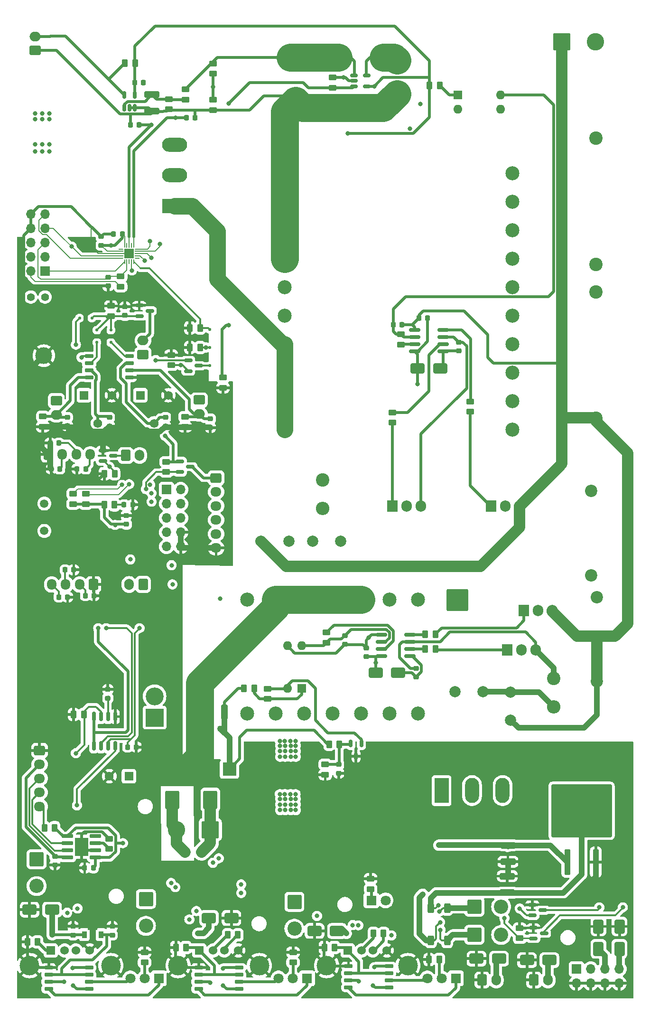
<source format=gbr>
%TF.GenerationSoftware,KiCad,Pcbnew,7.0.8-7.0.8~ubuntu22.04.1*%
%TF.CreationDate,2023-10-30T15:08:23+03:00*%
%TF.ProjectId,supply,73757070-6c79-42e6-9b69-6361645f7063,rev?*%
%TF.SameCoordinates,Original*%
%TF.FileFunction,Copper,L4,Bot*%
%TF.FilePolarity,Positive*%
%FSLAX46Y46*%
G04 Gerber Fmt 4.6, Leading zero omitted, Abs format (unit mm)*
G04 Created by KiCad (PCBNEW 7.0.8-7.0.8~ubuntu22.04.1) date 2023-10-30 15:08:23*
%MOMM*%
%LPD*%
G01*
G04 APERTURE LIST*
G04 Aperture macros list*
%AMRoundRect*
0 Rectangle with rounded corners*
0 $1 Rounding radius*
0 $2 $3 $4 $5 $6 $7 $8 $9 X,Y pos of 4 corners*
0 Add a 4 corners polygon primitive as box body*
4,1,4,$2,$3,$4,$5,$6,$7,$8,$9,$2,$3,0*
0 Add four circle primitives for the rounded corners*
1,1,$1+$1,$2,$3*
1,1,$1+$1,$4,$5*
1,1,$1+$1,$6,$7*
1,1,$1+$1,$8,$9*
0 Add four rect primitives between the rounded corners*
20,1,$1+$1,$2,$3,$4,$5,0*
20,1,$1+$1,$4,$5,$6,$7,0*
20,1,$1+$1,$6,$7,$8,$9,0*
20,1,$1+$1,$8,$9,$2,$3,0*%
%AMFreePoly0*
4,1,14,0.385355,0.085355,0.400000,0.050000,0.400000,0.000711,0.385355,-0.034644,0.334644,-0.085355,0.299289,-0.100000,-0.350000,-0.100000,-0.385355,-0.085355,-0.400000,-0.050000,-0.400000,0.050000,-0.385355,0.085355,-0.350000,0.100000,0.350000,0.100000,0.385355,0.085355,0.385355,0.085355,$1*%
%AMFreePoly1*
4,1,14,0.334644,0.085355,0.385355,0.034644,0.400000,-0.000711,0.400000,-0.050000,0.385355,-0.085355,0.350000,-0.100000,-0.350000,-0.100000,-0.385355,-0.085355,-0.400000,-0.050000,-0.400000,0.050000,-0.385355,0.085355,-0.350000,0.100000,0.299289,0.100000,0.334644,0.085355,0.334644,0.085355,$1*%
%AMFreePoly2*
4,1,14,0.085355,0.385355,0.100000,0.350000,0.100000,-0.350000,0.085355,-0.385355,0.050000,-0.400000,0.000711,-0.400000,-0.034644,-0.385355,-0.085355,-0.334644,-0.100000,-0.299289,-0.100000,0.350000,-0.085355,0.385355,-0.050000,0.400000,0.050000,0.400000,0.085355,0.385355,0.085355,0.385355,$1*%
%AMFreePoly3*
4,1,14,0.085355,0.385355,0.100000,0.350000,0.100000,-0.299289,0.085355,-0.334644,0.034644,-0.385355,-0.000711,-0.400000,-0.050000,-0.400000,-0.085355,-0.385355,-0.100000,-0.350000,-0.100000,0.350000,-0.085355,0.385355,-0.050000,0.400000,0.050000,0.400000,0.085355,0.385355,0.085355,0.385355,$1*%
%AMFreePoly4*
4,1,14,0.385355,0.085355,0.400000,0.050000,0.400000,-0.050000,0.385355,-0.085355,0.350000,-0.100000,-0.350000,-0.100000,-0.385355,-0.085355,-0.400000,-0.050000,-0.400000,-0.000711,-0.385355,0.034644,-0.334644,0.085355,-0.299289,0.100000,0.350000,0.100000,0.385355,0.085355,0.385355,0.085355,$1*%
%AMFreePoly5*
4,1,14,0.385355,0.085355,0.400000,0.050000,0.400000,-0.050000,0.385355,-0.085355,0.350000,-0.100000,-0.299289,-0.100000,-0.334644,-0.085355,-0.385355,-0.034644,-0.400000,0.000711,-0.400000,0.050000,-0.385355,0.085355,-0.350000,0.100000,0.350000,0.100000,0.385355,0.085355,0.385355,0.085355,$1*%
%AMFreePoly6*
4,1,14,0.034644,0.385355,0.085355,0.334644,0.100000,0.299289,0.100000,-0.350000,0.085355,-0.385355,0.050000,-0.400000,-0.050000,-0.400000,-0.085355,-0.385355,-0.100000,-0.350000,-0.100000,0.350000,-0.085355,0.385355,-0.050000,0.400000,-0.000711,0.400000,0.034644,0.385355,0.034644,0.385355,$1*%
%AMFreePoly7*
4,1,14,0.085355,0.385355,0.100000,0.350000,0.100000,-0.350000,0.085355,-0.385355,0.050000,-0.400000,-0.050000,-0.400000,-0.085355,-0.385355,-0.100000,-0.350000,-0.100000,0.299289,-0.085355,0.334644,-0.034644,0.385355,0.000711,0.400000,0.050000,0.400000,0.085355,0.385355,0.085355,0.385355,$1*%
%AMFreePoly8*
4,1,9,3.862500,-0.866500,0.737500,-0.866500,0.737500,-0.450000,-0.737500,-0.450000,-0.737500,0.450000,0.737500,0.450000,0.737500,0.866500,3.862500,0.866500,3.862500,-0.866500,3.862500,-0.866500,$1*%
G04 Aperture macros list end*
%TA.AperFunction,ComponentPad*%
%ADD10R,1.600000X1.600000*%
%TD*%
%TA.AperFunction,ComponentPad*%
%ADD11O,1.600000X1.600000*%
%TD*%
%TA.AperFunction,ComponentPad*%
%ADD12R,1.700000X1.700000*%
%TD*%
%TA.AperFunction,ComponentPad*%
%ADD13O,1.700000X1.700000*%
%TD*%
%TA.AperFunction,ComponentPad*%
%ADD14R,1.800000X1.800000*%
%TD*%
%TA.AperFunction,ComponentPad*%
%ADD15C,1.800000*%
%TD*%
%TA.AperFunction,ComponentPad*%
%ADD16R,1.560000X1.560000*%
%TD*%
%TA.AperFunction,ComponentPad*%
%ADD17C,1.560000*%
%TD*%
%TA.AperFunction,ComponentPad*%
%ADD18RoundRect,0.250002X1.699998X1.699998X-1.699998X1.699998X-1.699998X-1.699998X1.699998X-1.699998X0*%
%TD*%
%TA.AperFunction,ComponentPad*%
%ADD19RoundRect,0.249999X-1.025001X1.025001X-1.025001X-1.025001X1.025001X-1.025001X1.025001X1.025001X0*%
%TD*%
%TA.AperFunction,ComponentPad*%
%ADD20C,2.550000*%
%TD*%
%TA.AperFunction,ComponentPad*%
%ADD21C,2.400000*%
%TD*%
%TA.AperFunction,ComponentPad*%
%ADD22O,2.400000X2.400000*%
%TD*%
%TA.AperFunction,ComponentPad*%
%ADD23RoundRect,0.250000X0.750000X-0.600000X0.750000X0.600000X-0.750000X0.600000X-0.750000X-0.600000X0*%
%TD*%
%TA.AperFunction,ComponentPad*%
%ADD24O,2.000000X1.700000*%
%TD*%
%TA.AperFunction,ComponentPad*%
%ADD25C,2.200000*%
%TD*%
%TA.AperFunction,ComponentPad*%
%ADD26C,1.400000*%
%TD*%
%TA.AperFunction,ComponentPad*%
%ADD27C,2.500000*%
%TD*%
%TA.AperFunction,ComponentPad*%
%ADD28RoundRect,0.250000X-0.725000X0.600000X-0.725000X-0.600000X0.725000X-0.600000X0.725000X0.600000X0*%
%TD*%
%TA.AperFunction,ComponentPad*%
%ADD29O,1.950000X1.700000*%
%TD*%
%TA.AperFunction,ComponentPad*%
%ADD30R,2.400000X2.400000*%
%TD*%
%TA.AperFunction,ComponentPad*%
%ADD31RoundRect,0.250000X-0.600000X-0.750000X0.600000X-0.750000X0.600000X0.750000X-0.600000X0.750000X0*%
%TD*%
%TA.AperFunction,ComponentPad*%
%ADD32O,1.700000X2.000000*%
%TD*%
%TA.AperFunction,ComponentPad*%
%ADD33C,2.000000*%
%TD*%
%TA.AperFunction,ComponentPad*%
%ADD34RoundRect,0.250000X0.600000X0.725000X-0.600000X0.725000X-0.600000X-0.725000X0.600000X-0.725000X0*%
%TD*%
%TA.AperFunction,ComponentPad*%
%ADD35O,1.700000X1.950000*%
%TD*%
%TA.AperFunction,ComponentPad*%
%ADD36RoundRect,0.250000X-0.600000X-0.725000X0.600000X-0.725000X0.600000X0.725000X-0.600000X0.725000X0*%
%TD*%
%TA.AperFunction,ComponentPad*%
%ADD37RoundRect,0.249999X-1.025001X-1.025001X1.025001X-1.025001X1.025001X1.025001X-1.025001X1.025001X0*%
%TD*%
%TA.AperFunction,ComponentPad*%
%ADD38R,4.500000X2.500000*%
%TD*%
%TA.AperFunction,ComponentPad*%
%ADD39O,4.500000X2.500000*%
%TD*%
%TA.AperFunction,ComponentPad*%
%ADD40R,1.905000X2.000000*%
%TD*%
%TA.AperFunction,ComponentPad*%
%ADD41O,1.905000X2.000000*%
%TD*%
%TA.AperFunction,ComponentPad*%
%ADD42R,1.524000X1.524000*%
%TD*%
%TA.AperFunction,ComponentPad*%
%ADD43C,1.524000*%
%TD*%
%TA.AperFunction,ComponentPad*%
%ADD44C,3.500000*%
%TD*%
%TA.AperFunction,ComponentPad*%
%ADD45RoundRect,0.249999X-1.300001X-1.300001X1.300001X-1.300001X1.300001X1.300001X-1.300001X1.300001X0*%
%TD*%
%TA.AperFunction,ComponentPad*%
%ADD46C,3.100000*%
%TD*%
%TA.AperFunction,ComponentPad*%
%ADD47RoundRect,0.250000X-0.750000X0.600000X-0.750000X-0.600000X0.750000X-0.600000X0.750000X0.600000X0*%
%TD*%
%TA.AperFunction,ComponentPad*%
%ADD48RoundRect,0.250000X0.600000X0.750000X-0.600000X0.750000X-0.600000X-0.750000X0.600000X-0.750000X0*%
%TD*%
%TA.AperFunction,ComponentPad*%
%ADD49RoundRect,0.249999X-1.300001X1.300001X-1.300001X-1.300001X1.300001X-1.300001X1.300001X1.300001X0*%
%TD*%
%TA.AperFunction,ComponentPad*%
%ADD50C,1.600000*%
%TD*%
%TA.AperFunction,ComponentPad*%
%ADD51R,2.500000X4.500000*%
%TD*%
%TA.AperFunction,ComponentPad*%
%ADD52O,2.500000X4.500000*%
%TD*%
%TA.AperFunction,ComponentPad*%
%ADD53RoundRect,0.249999X1.300001X1.300001X-1.300001X1.300001X-1.300001X-1.300001X1.300001X-1.300001X0*%
%TD*%
%TA.AperFunction,ComponentPad*%
%ADD54C,3.000000*%
%TD*%
%TA.AperFunction,ComponentPad*%
%ADD55C,1.500000*%
%TD*%
%TA.AperFunction,ComponentPad*%
%ADD56R,3.200000X3.200000*%
%TD*%
%TA.AperFunction,ComponentPad*%
%ADD57O,3.200000X3.200000*%
%TD*%
%TA.AperFunction,SMDPad,CuDef*%
%ADD58RoundRect,0.225000X-0.225000X-0.250000X0.225000X-0.250000X0.225000X0.250000X-0.225000X0.250000X0*%
%TD*%
%TA.AperFunction,SMDPad,CuDef*%
%ADD59RoundRect,0.150000X-0.587500X-0.150000X0.587500X-0.150000X0.587500X0.150000X-0.587500X0.150000X0*%
%TD*%
%TA.AperFunction,SMDPad,CuDef*%
%ADD60RoundRect,0.250000X-1.000000X-0.650000X1.000000X-0.650000X1.000000X0.650000X-1.000000X0.650000X0*%
%TD*%
%TA.AperFunction,SMDPad,CuDef*%
%ADD61RoundRect,0.225000X0.250000X-0.225000X0.250000X0.225000X-0.250000X0.225000X-0.250000X-0.225000X0*%
%TD*%
%TA.AperFunction,SMDPad,CuDef*%
%ADD62RoundRect,0.250000X0.450000X-0.262500X0.450000X0.262500X-0.450000X0.262500X-0.450000X-0.262500X0*%
%TD*%
%TA.AperFunction,SMDPad,CuDef*%
%ADD63RoundRect,0.250000X-0.450000X0.262500X-0.450000X-0.262500X0.450000X-0.262500X0.450000X0.262500X0*%
%TD*%
%TA.AperFunction,SMDPad,CuDef*%
%ADD64RoundRect,0.150000X-0.512500X-0.150000X0.512500X-0.150000X0.512500X0.150000X-0.512500X0.150000X0*%
%TD*%
%TA.AperFunction,SMDPad,CuDef*%
%ADD65RoundRect,0.250000X0.300000X-2.050000X0.300000X2.050000X-0.300000X2.050000X-0.300000X-2.050000X0*%
%TD*%
%TA.AperFunction,SMDPad,CuDef*%
%ADD66RoundRect,0.250000X2.375000X-2.025000X2.375000X2.025000X-2.375000X2.025000X-2.375000X-2.025000X0*%
%TD*%
%TA.AperFunction,SMDPad,CuDef*%
%ADD67RoundRect,0.250002X5.149998X-4.449998X5.149998X4.449998X-5.149998X4.449998X-5.149998X-4.449998X0*%
%TD*%
%TA.AperFunction,SMDPad,CuDef*%
%ADD68RoundRect,0.250000X0.262500X0.450000X-0.262500X0.450000X-0.262500X-0.450000X0.262500X-0.450000X0*%
%TD*%
%TA.AperFunction,SMDPad,CuDef*%
%ADD69RoundRect,0.150000X-0.150000X0.512500X-0.150000X-0.512500X0.150000X-0.512500X0.150000X0.512500X0*%
%TD*%
%TA.AperFunction,SMDPad,CuDef*%
%ADD70RoundRect,0.250000X-0.650000X1.000000X-0.650000X-1.000000X0.650000X-1.000000X0.650000X1.000000X0*%
%TD*%
%TA.AperFunction,SMDPad,CuDef*%
%ADD71FreePoly0,0.000000*%
%TD*%
%TA.AperFunction,SMDPad,CuDef*%
%ADD72RoundRect,0.050000X-0.350000X-0.050000X0.350000X-0.050000X0.350000X0.050000X-0.350000X0.050000X0*%
%TD*%
%TA.AperFunction,SMDPad,CuDef*%
%ADD73FreePoly1,0.000000*%
%TD*%
%TA.AperFunction,SMDPad,CuDef*%
%ADD74FreePoly2,0.000000*%
%TD*%
%TA.AperFunction,SMDPad,CuDef*%
%ADD75RoundRect,0.050000X-0.050000X-0.350000X0.050000X-0.350000X0.050000X0.350000X-0.050000X0.350000X0*%
%TD*%
%TA.AperFunction,SMDPad,CuDef*%
%ADD76FreePoly3,0.000000*%
%TD*%
%TA.AperFunction,SMDPad,CuDef*%
%ADD77FreePoly4,0.000000*%
%TD*%
%TA.AperFunction,SMDPad,CuDef*%
%ADD78FreePoly5,0.000000*%
%TD*%
%TA.AperFunction,SMDPad,CuDef*%
%ADD79FreePoly6,0.000000*%
%TD*%
%TA.AperFunction,SMDPad,CuDef*%
%ADD80FreePoly7,0.000000*%
%TD*%
%TA.AperFunction,SMDPad,CuDef*%
%ADD81R,1.700000X1.700000*%
%TD*%
%TA.AperFunction,SMDPad,CuDef*%
%ADD82RoundRect,0.225000X0.225000X0.250000X-0.225000X0.250000X-0.225000X-0.250000X0.225000X-0.250000X0*%
%TD*%
%TA.AperFunction,SMDPad,CuDef*%
%ADD83RoundRect,0.250000X-1.100000X0.325000X-1.100000X-0.325000X1.100000X-0.325000X1.100000X0.325000X0*%
%TD*%
%TA.AperFunction,SMDPad,CuDef*%
%ADD84RoundRect,0.250000X0.312500X0.625000X-0.312500X0.625000X-0.312500X-0.625000X0.312500X-0.625000X0*%
%TD*%
%TA.AperFunction,SMDPad,CuDef*%
%ADD85RoundRect,0.250000X-0.262500X-0.450000X0.262500X-0.450000X0.262500X0.450000X-0.262500X0.450000X0*%
%TD*%
%TA.AperFunction,SMDPad,CuDef*%
%ADD86RoundRect,0.250000X-1.000000X1.400000X-1.000000X-1.400000X1.000000X-1.400000X1.000000X1.400000X0*%
%TD*%
%TA.AperFunction,SMDPad,CuDef*%
%ADD87RoundRect,0.150000X-0.650000X-0.150000X0.650000X-0.150000X0.650000X0.150000X-0.650000X0.150000X0*%
%TD*%
%TA.AperFunction,SMDPad,CuDef*%
%ADD88RoundRect,0.225000X-0.250000X0.225000X-0.250000X-0.225000X0.250000X-0.225000X0.250000X0.225000X0*%
%TD*%
%TA.AperFunction,SMDPad,CuDef*%
%ADD89R,0.900000X1.300000*%
%TD*%
%TA.AperFunction,SMDPad,CuDef*%
%ADD90FreePoly8,90.000000*%
%TD*%
%TA.AperFunction,SMDPad,CuDef*%
%ADD91RoundRect,0.250000X1.000000X0.650000X-1.000000X0.650000X-1.000000X-0.650000X1.000000X-0.650000X0*%
%TD*%
%TA.AperFunction,SMDPad,CuDef*%
%ADD92RoundRect,0.150000X0.150000X-0.512500X0.150000X0.512500X-0.150000X0.512500X-0.150000X-0.512500X0*%
%TD*%
%TA.AperFunction,SMDPad,CuDef*%
%ADD93RoundRect,0.125000X0.125000X0.125000X-0.125000X0.125000X-0.125000X-0.125000X0.125000X-0.125000X0*%
%TD*%
%TA.AperFunction,SMDPad,CuDef*%
%ADD94RoundRect,0.042000X0.943000X0.258000X-0.943000X0.258000X-0.943000X-0.258000X0.943000X-0.258000X0*%
%TD*%
%TA.AperFunction,SMDPad,CuDef*%
%ADD95R,2.413000X3.302000*%
%TD*%
%TA.AperFunction,SMDPad,CuDef*%
%ADD96RoundRect,0.150000X-0.150000X0.675000X-0.150000X-0.675000X0.150000X-0.675000X0.150000X0.675000X0*%
%TD*%
%TA.AperFunction,SMDPad,CuDef*%
%ADD97RoundRect,0.250000X-0.362500X-1.425000X0.362500X-1.425000X0.362500X1.425000X-0.362500X1.425000X0*%
%TD*%
%TA.AperFunction,SMDPad,CuDef*%
%ADD98RoundRect,0.250000X-0.325000X-1.100000X0.325000X-1.100000X0.325000X1.100000X-0.325000X1.100000X0*%
%TD*%
%TA.AperFunction,SMDPad,CuDef*%
%ADD99RoundRect,0.162500X-0.825000X-0.162500X0.825000X-0.162500X0.825000X0.162500X-0.825000X0.162500X0*%
%TD*%
%TA.AperFunction,SMDPad,CuDef*%
%ADD100RoundRect,0.125000X-0.125000X0.125000X-0.125000X-0.125000X0.125000X-0.125000X0.125000X0.125000X0*%
%TD*%
%TA.AperFunction,SMDPad,CuDef*%
%ADD101RoundRect,0.250000X1.100000X-0.325000X1.100000X0.325000X-1.100000X0.325000X-1.100000X-0.325000X0*%
%TD*%
%TA.AperFunction,SMDPad,CuDef*%
%ADD102RoundRect,0.150000X0.650000X0.150000X-0.650000X0.150000X-0.650000X-0.150000X0.650000X-0.150000X0*%
%TD*%
%TA.AperFunction,ViaPad*%
%ADD103C,0.800000*%
%TD*%
%TA.AperFunction,Conductor*%
%ADD104C,2.000000*%
%TD*%
%TA.AperFunction,Conductor*%
%ADD105C,0.500000*%
%TD*%
%TA.AperFunction,Conductor*%
%ADD106C,1.000000*%
%TD*%
%TA.AperFunction,Conductor*%
%ADD107C,0.200000*%
%TD*%
%TA.AperFunction,Conductor*%
%ADD108C,5.000000*%
%TD*%
%TA.AperFunction,Conductor*%
%ADD109C,0.300000*%
%TD*%
%TA.AperFunction,Conductor*%
%ADD110C,0.250000*%
%TD*%
%TA.AperFunction,Conductor*%
%ADD111C,3.000000*%
%TD*%
G04 APERTURE END LIST*
D10*
%TO.P,U16,1*%
%TO.N,Net-(R42-Pad2)*%
X165200000Y-74725000D03*
D11*
%TO.P,U16,2*%
%TO.N,Net-(Q8-D)*%
X165200000Y-77265000D03*
%TO.P,U16,3*%
%TO.N,GNDPWR*%
X172820000Y-77265000D03*
%TO.P,U16,4*%
%TO.N,Net-(U17-CT)*%
X172820000Y-74725000D03*
%TD*%
D12*
%TO.P,J10,1,Pin_1*%
%TO.N,/Control & Fan/MOSI*%
X113175000Y-145080000D03*
D13*
%TO.P,J10,2,Pin_2*%
%TO.N,/Control & Fan/+5V_VSYS*%
X115715000Y-145080000D03*
%TO.P,J10,3,Pin_3*%
%TO.N,unconnected-(J10-Pin_3-Pad3)*%
X113175000Y-147620000D03*
%TO.P,J10,4,Pin_4*%
%TO.N,/Control & Fan/RXD*%
X115715000Y-147620000D03*
%TO.P,J10,5,Pin_5*%
%TO.N,/Control & Fan/RESET#*%
X113175000Y-150160000D03*
%TO.P,J10,6,Pin_6*%
%TO.N,/Control & Fan/TXD*%
X115715000Y-150160000D03*
%TO.P,J10,7,Pin_7*%
%TO.N,/Control & Fan/SCK*%
X113175000Y-152700000D03*
%TO.P,J10,8,Pin_8*%
%TO.N,GND*%
X115715000Y-152700000D03*
%TO.P,J10,9,Pin_9*%
%TO.N,/Control & Fan/MISO*%
X113175000Y-155240000D03*
%TO.P,J10,10,Pin_10*%
%TO.N,GND*%
X115715000Y-155240000D03*
%TD*%
D14*
%TO.P,D3,1,A1*%
%TO.N,Net-(D3-A1)*%
X111800000Y-232250000D03*
D15*
%TO.P,D3,2,K*%
%TO.N,Net-(D3-K)*%
X109260000Y-232250000D03*
%TO.P,D3,3,A2*%
%TO.N,Net-(D3-A2)*%
X106720000Y-232250000D03*
%TD*%
D16*
%TO.P,RV3,1,1*%
%TO.N,/Control & Fan/+5V_VSYS*%
X108500000Y-128260000D03*
D17*
%TO.P,RV3,2,2*%
%TO.N,Net-(U15A--)*%
X111000000Y-133260000D03*
%TO.P,RV3,3,3*%
%TO.N,GND*%
X113500000Y-128260000D03*
%TD*%
D18*
%TO.P,J2,1,Pin_1*%
%TO.N,/Internal 5V & out usb/V_STANDBY*%
X165100000Y-164750000D03*
%TD*%
D19*
%TO.P,F2,1*%
%TO.N,/Internal 5V & out usb/USB_2_+5V*%
X109500000Y-218100000D03*
D20*
%TO.P,F2,2*%
%TO.N,/Internal 5V & out usb/VBUS_2_+*%
X109500000Y-222900000D03*
%TD*%
D12*
%TO.P,J11,1,Pin_1*%
%TO.N,/Control & Fan/ATTINY_MOSI*%
X91525000Y-106075000D03*
D13*
%TO.P,J11,2,Pin_2*%
%TO.N,/Control & Fan/+5V_VSYS*%
X88985000Y-106075000D03*
%TO.P,J11,3,Pin_3*%
%TO.N,unconnected-(J11-Pin_3-Pad3)*%
X91525000Y-103535000D03*
%TO.P,J11,4,Pin_4*%
%TO.N,/Control & Fan/ATTINY_RXD*%
X88985000Y-103535000D03*
%TO.P,J11,5,Pin_5*%
%TO.N,/Control & Fan/POWER_OUTPUT_RESET#*%
X91525000Y-100995000D03*
%TO.P,J11,6,Pin_6*%
%TO.N,/Control & Fan/ATTINY_TXD*%
X88985000Y-100995000D03*
%TO.P,J11,7,Pin_7*%
%TO.N,/Control & Fan/ATTINY_SCK*%
X91525000Y-98455000D03*
%TO.P,J11,8,Pin_8*%
%TO.N,GND*%
X88985000Y-98455000D03*
%TO.P,J11,9,Pin_9*%
%TO.N,/Control & Fan/ATTINY_MISO*%
X91525000Y-95915000D03*
%TO.P,J11,10,Pin_10*%
%TO.N,GND*%
X88985000Y-95915000D03*
%TD*%
D12*
%TO.P,J20,1,Pin_1*%
%TO.N,/Output connectors/5V_FUSE*%
X186350000Y-230575000D03*
D13*
%TO.P,J20,2,Pin_2*%
%TO.N,GND*%
X186350000Y-233115000D03*
%TO.P,J20,3,Pin_3*%
%TO.N,/Output connectors/3.3V_FUSE*%
X188890000Y-230575000D03*
%TO.P,J20,4,Pin_4*%
%TO.N,GND*%
X188890000Y-233115000D03*
%TO.P,J20,5,Pin_5*%
%TO.N,/Output connectors/SIGNAL_OUT_PWR_5V*%
X191430000Y-230575000D03*
%TO.P,J20,6,Pin_6*%
%TO.N,GND*%
X191430000Y-233115000D03*
%TO.P,J20,7,Pin_7*%
%TO.N,/Output connectors/SIGNAL_OUT_PWR_3V3*%
X193970000Y-230575000D03*
%TO.P,J20,8,Pin_8*%
%TO.N,GND*%
X193970000Y-233115000D03*
%TD*%
D21*
%TO.P,R43,1*%
%TO.N,/Power output/RC_SNABBER_MIDDLEPOINT*%
X141000000Y-143360000D03*
D22*
%TO.P,R43,2*%
%TO.N,Net-(C39-Pad2)*%
X141000000Y-148440000D03*
%TD*%
D23*
%TO.P,D22,1,K*%
%TO.N,GND*%
X89750000Y-66750000D03*
D24*
%TO.P,D22,2,A*%
%TO.N,Net-(D22-A)*%
X89750000Y-64250000D03*
%TD*%
D25*
%TO.P,C12,1*%
%TO.N,Net-(C12-Pad1)*%
X188925200Y-160357200D03*
%TO.P,C12,2*%
%TO.N,/Internal 5V & out usb/400V*%
X188925200Y-145357200D03*
%TD*%
D26*
%TO.P,JP4,1,A*%
%TO.N,/Control & Fan/ATTINY_SCK*%
X91500000Y-110750000D03*
%TO.P,JP4,2,B*%
%TO.N,Net-(JP4-B)*%
X88960000Y-110750000D03*
%TD*%
D27*
%TO.P,TR1,1,1*%
%TO.N,Net-(D4-A-Pad1)*%
X127600000Y-185000000D03*
%TO.P,TR1,2,2*%
X127600000Y-164680000D03*
%TO.P,TR1,3,3*%
X132680000Y-185000000D03*
%TO.P,TR1,4,4*%
%TO.N,GND*%
X132680000Y-164680000D03*
%TO.P,TR1,5,5*%
%TO.N,Net-(D4-A-Pad1)*%
X137760000Y-185000000D03*
%TO.P,TR1,6,6*%
%TO.N,GND*%
X137760000Y-164680000D03*
%TO.P,TR1,7,7*%
%TO.N,Net-(D4-A-Pad3)*%
X142840000Y-185000000D03*
%TO.P,TR1,8,8*%
%TO.N,GND*%
X142840000Y-164680000D03*
%TO.P,TR1,9,9*%
%TO.N,Net-(D4-A-Pad3)*%
X147920000Y-185000000D03*
%TO.P,TR1,10,10*%
%TO.N,GND*%
X147920000Y-164680000D03*
%TO.P,TR1,11,11*%
%TO.N,Net-(D4-A-Pad3)*%
X153000000Y-185000000D03*
%TO.P,TR1,12,12*%
%TO.N,/Internal 5V & out usb/RC_SNABBER_MIDDLEPOINT*%
X153000000Y-164680000D03*
%TO.P,TR1,13,13*%
%TO.N,Net-(D4-A-Pad3)*%
X158080000Y-185000000D03*
%TO.P,TR1,14,14*%
%TO.N,Net-(C12-Pad1)*%
X158080000Y-164680000D03*
%TD*%
D28*
%TO.P,J12,1,Pin_1*%
%TO.N,Net-(J12-Pin_1)*%
X122025000Y-143000000D03*
D29*
%TO.P,J12,2,Pin_2*%
%TO.N,/Control & Fan/TFT_DC*%
X122025000Y-145500000D03*
%TO.P,J12,3,Pin_3*%
%TO.N,/Control & Fan/MOSI*%
X122025000Y-148000000D03*
%TO.P,J12,4,Pin_4*%
%TO.N,/Control & Fan/SCK*%
X122025000Y-150500000D03*
%TO.P,J12,5,Pin_5*%
%TO.N,/Control & Fan/MISO*%
X122025000Y-153000000D03*
%TO.P,J12,6,Pin_6*%
%TO.N,GND*%
X122025000Y-155500000D03*
%TD*%
D14*
%TO.P,D12,1,K*%
%TO.N,Net-(D12-K)*%
X149725000Y-218350000D03*
D15*
%TO.P,D12,2,A*%
%TO.N,/Internal 5V & out usb/+5V_OUT*%
X152265000Y-218350000D03*
%TD*%
D30*
%TO.P,C15,1*%
%TO.N,/Internal 5V & out usb/+5V_OUT*%
X124400000Y-194950000D03*
D21*
%TO.P,C15,2*%
%TO.N,GND*%
X116900000Y-194950000D03*
%TD*%
D31*
%TO.P,J22,1,Pin_1*%
%TO.N,GND*%
X169500000Y-232550000D03*
D32*
%TO.P,J22,2,Pin_2*%
%TO.N,/Output connectors/5V_FUSE*%
X172000000Y-232550000D03*
%TD*%
D33*
%TO.P,C40,1*%
%TO.N,Net-(C39-Pad2)*%
X135000000Y-154250000D03*
%TO.P,C40,2*%
%TO.N,GNDPWR*%
X130000000Y-154250000D03*
%TD*%
D34*
%TO.P,J6,1,Pin_1*%
%TO.N,GND*%
X100175000Y-162000000D03*
D35*
%TO.P,J6,2,Pin_2*%
%TO.N,/Control & Fan/ENCODER_V_CLICK*%
X97675000Y-162000000D03*
%TO.P,J6,3,Pin_3*%
%TO.N,/Control & Fan/ENCODER_V_B*%
X95175000Y-162000000D03*
%TO.P,J6,4,Pin_4*%
%TO.N,/Control & Fan/ENCODER_V_A*%
X92675000Y-162000000D03*
%TD*%
D36*
%TO.P,J8,1,Pin_1*%
%TO.N,GND*%
X92075000Y-138800000D03*
D35*
%TO.P,J8,2,Pin_2*%
%TO.N,/Control & Fan/ENCODER_I_CLICK*%
X94575000Y-138800000D03*
%TO.P,J8,3,Pin_3*%
%TO.N,/Control & Fan/ENCODER_I_B*%
X97075000Y-138800000D03*
%TO.P,J8,4,Pin_4*%
%TO.N,/Control & Fan/ENCODER_I_A*%
X99575000Y-138800000D03*
%TD*%
D28*
%TO.P,J14,1,Pin_1*%
%TO.N,GND*%
X90525000Y-191600000D03*
D29*
%TO.P,J14,2,Pin_2*%
%TO.N,/Output connectors/LIION_CHARGE_VBAT*%
X90525000Y-194100000D03*
%TO.P,J14,3,Pin_3*%
%TO.N,/Output connectors/LIION_CHARGE_LED2*%
X90525000Y-196600000D03*
%TO.P,J14,4,Pin_4*%
%TO.N,/Output connectors/LIION_CHARGE_LED1*%
X90525000Y-199100000D03*
%TO.P,J14,5,Pin_5*%
%TO.N,Net-(J14-Pin_5)*%
X90525000Y-201600000D03*
%TD*%
D37*
%TO.P,F6,1*%
%TO.N,/Output connectors/5V_-*%
X168100000Y-224500000D03*
D20*
%TO.P,F6,2*%
%TO.N,/Output connectors/5V_FUSE*%
X172900000Y-224500000D03*
%TD*%
D25*
%TO.P,C14,1*%
%TO.N,GNDPWR*%
X189992000Y-179305600D03*
%TO.P,C14,2*%
%TO.N,Net-(C12-Pad1)*%
X189992000Y-164305600D03*
%TD*%
D38*
%TO.P,D21,1,A*%
%TO.N,Net-(D21-A-Pad1)*%
X114600000Y-94500000D03*
D39*
%TO.P,D21,2,K*%
%TO.N,Net-(D21-K)*%
X114600000Y-89050000D03*
%TO.P,D21,3,A*%
%TO.N,Net-(D21-A-Pad3)*%
X114600000Y-83600000D03*
%TD*%
D40*
%TO.P,QP1,1,G*%
%TO.N,Net-(QP1-G)*%
X153475000Y-147995000D03*
D41*
%TO.P,QP1,2,D*%
%TO.N,/Internal 5V & out usb/400V*%
X156015000Y-147995000D03*
%TO.P,QP1,3,S*%
%TO.N,/Power output/RC_SNABBER_MIDDLEPOINT*%
X158555000Y-147995000D03*
%TD*%
D21*
%TO.P,R4,1*%
%TO.N,/Internal 5V & out usb/RC_SNABBER_MIDDLEPOINT*%
X182270400Y-178765200D03*
D22*
%TO.P,R4,2*%
%TO.N,Net-(C3-Pad2)*%
X182270400Y-183845200D03*
%TD*%
D14*
%TO.P,D8,1,A1*%
%TO.N,Net-(D8-A1)*%
X138250000Y-232250000D03*
D15*
%TO.P,D8,2,K*%
%TO.N,Net-(D8-K)*%
X135710000Y-232250000D03*
%TO.P,D8,3,A2*%
%TO.N,Net-(D8-A2)*%
X133170000Y-232250000D03*
%TD*%
D37*
%TO.P,F5,1*%
%TO.N,/Output connectors/3.3V_-*%
X168100000Y-219500000D03*
D20*
%TO.P,F5,2*%
%TO.N,/Output connectors/3.3V_FUSE*%
X172900000Y-219500000D03*
%TD*%
D42*
%TO.P,J4,1,VBUS*%
%TO.N,/Internal 5V & out usb/VBUS_2*%
X119000000Y-227272500D03*
D43*
%TO.P,J4,2,D-*%
%TO.N,Net-(J4-D-)*%
X121500000Y-227272500D03*
%TO.P,J4,3,D+*%
%TO.N,Net-(J4-D+)*%
X123500000Y-227272500D03*
%TO.P,J4,4,GND*%
%TO.N,GND*%
X126000000Y-227272500D03*
D44*
%TO.P,J4,5,Shield*%
X115250000Y-229982500D03*
X129750000Y-229982500D03*
%TD*%
D45*
%TO.P,J1,1,Pin_1*%
%TO.N,GNDPWR*%
X183750000Y-65250000D03*
D46*
%TO.P,J1,2,Pin_2*%
%TO.N,/Internal 5V & out usb/400V*%
X189750000Y-65250000D03*
%TD*%
D19*
%TO.P,F3,1*%
%TO.N,/Internal 5V & out usb/USB_3_+5V*%
X136000000Y-218600000D03*
D20*
%TO.P,F3,2*%
%TO.N,/Internal 5V & out usb/VBUS_3_+*%
X136000000Y-223400000D03*
%TD*%
D23*
%TO.P,M1,1,+*%
%TO.N,/Control & Fan/+5V_VSYS*%
X108975000Y-121000000D03*
D24*
%TO.P,M1,2,-*%
%TO.N,Net-(M1--)*%
X108975000Y-118500000D03*
%TD*%
D40*
%TO.P,QP2,1,G*%
%TO.N,Net-(QP2-G)*%
X171075000Y-148000000D03*
D41*
%TO.P,QP2,2,D*%
%TO.N,/Power output/RC_SNABBER_MIDDLEPOINT*%
X173615000Y-148000000D03*
%TO.P,QP2,3,S*%
%TO.N,GNDPWR*%
X176155000Y-148000000D03*
%TD*%
D47*
%TO.P,TH1,1*%
%TO.N,/Control & Fan/+5V_VSYS*%
X119025000Y-129100000D03*
D24*
%TO.P,TH1,2*%
%TO.N,Net-(U15A-+)*%
X119025000Y-131600000D03*
%TD*%
D33*
%TO.P,C5,1*%
%TO.N,Net-(C3-Pad2)*%
X174599600Y-181203600D03*
%TO.P,C5,2*%
%TO.N,GNDPWR*%
X174599600Y-186203600D03*
%TD*%
D47*
%TO.P,TH2,1*%
%TO.N,/Control & Fan/+5V_VSYS*%
X93500000Y-129250000D03*
D24*
%TO.P,TH2,2*%
%TO.N,Net-(U15B-+)*%
X93500000Y-131750000D03*
%TD*%
D33*
%TO.P,C39,1*%
%TO.N,/Internal 5V & out usb/400V*%
X144250000Y-154250000D03*
%TO.P,C39,2*%
%TO.N,Net-(C39-Pad2)*%
X139250000Y-154250000D03*
%TD*%
D21*
%TO.P,C45,1*%
%TO.N,GNDPWR*%
X189800000Y-132350000D03*
%TO.P,C45,2*%
%TO.N,Net-(C44-Pad1)*%
X189800000Y-109850000D03*
%TD*%
D14*
%TO.P,D11,1,A1*%
%TO.N,Net-(D11-A1)*%
X164800000Y-232250000D03*
D15*
%TO.P,D11,2,K*%
%TO.N,Net-(D11-K)*%
X162260000Y-232250000D03*
%TO.P,D11,3,A2*%
%TO.N,Net-(D11-A2)*%
X159720000Y-232250000D03*
%TD*%
D16*
%TO.P,RV4,1,1*%
%TO.N,/Control & Fan/+5V_VSYS*%
X98425000Y-128260000D03*
D17*
%TO.P,RV4,2,2*%
%TO.N,Net-(U15B--)*%
X100925000Y-133260000D03*
%TO.P,RV4,3,3*%
%TO.N,GND*%
X103425000Y-128260000D03*
%TD*%
D40*
%TO.P,Q3,1,G*%
%TO.N,Net-(Q3-G)*%
X176960000Y-166695000D03*
D41*
%TO.P,Q3,2,D*%
%TO.N,/Internal 5V & out usb/RC_SNABBER_MIDDLEPOINT*%
X179500000Y-166695000D03*
%TO.P,Q3,3,S*%
%TO.N,GNDPWR*%
X182040000Y-166695000D03*
%TD*%
D19*
%TO.P,F1,1*%
%TO.N,/Internal 5V & out usb/USB_1_BP*%
X90000000Y-211000000D03*
D20*
%TO.P,F1,2*%
%TO.N,/Internal 5V & out usb/VBUS_1_+*%
X90000000Y-215800000D03*
%TD*%
D48*
%TO.P,SW3,1,1*%
%TO.N,/Control & Fan/+5V_VSYS*%
X109000000Y-162000000D03*
D32*
%TO.P,SW3,2,2*%
%TO.N,/Control & Fan/IS_ONOFF_BUTTON_PRESSED*%
X106500000Y-162000000D03*
%TD*%
D49*
%TO.P,J16,1,Pin_1*%
%TO.N,/Output connectors/POWER_OUT*%
X154300000Y-68526400D03*
D46*
%TO.P,J16,2,Pin_2*%
%TO.N,GND*%
X154300000Y-74526400D03*
%TD*%
D42*
%TO.P,J3,1,VBUS*%
%TO.N,/Internal 5V & out usb/VBUS_1*%
X92500000Y-227272500D03*
D43*
%TO.P,J3,2,D-*%
%TO.N,/Internal 5V & out usb/USB_1_D-*%
X95000000Y-227272500D03*
%TO.P,J3,3,D+*%
%TO.N,/Internal 5V & out usb/USB_1_D+*%
X97000000Y-227272500D03*
%TO.P,J3,4,GND*%
%TO.N,GND*%
X99500000Y-227272500D03*
D44*
%TO.P,J3,5,Shield*%
X88750000Y-229982500D03*
X103250000Y-229982500D03*
%TD*%
D10*
%TO.P,C11,1*%
%TO.N,/Internal 5V & out usb/USB_1_BP*%
X106475000Y-196200000D03*
D50*
%TO.P,C11,2*%
%TO.N,GND*%
X102975000Y-196200000D03*
%TD*%
D42*
%TO.P,J5,1,VBUS*%
%TO.N,/Internal 5V & out usb/VBUS_3*%
X145500000Y-227272500D03*
D43*
%TO.P,J5,2,D-*%
%TO.N,Net-(J5-D-)*%
X148000000Y-227272500D03*
%TO.P,J5,3,D+*%
%TO.N,Net-(J5-D+)*%
X150000000Y-227272500D03*
%TO.P,J5,4,GND*%
%TO.N,GND*%
X152500000Y-227272500D03*
D44*
%TO.P,J5,5,Shield*%
X141750000Y-229982500D03*
X156250000Y-229982500D03*
%TD*%
D31*
%TO.P,J21,1,Pin_1*%
%TO.N,GND*%
X178750000Y-232550000D03*
D32*
%TO.P,J21,2,Pin_2*%
%TO.N,/Output connectors/3.3V_FUSE*%
X181250000Y-232550000D03*
%TD*%
D51*
%TO.P,D4,1,A*%
%TO.N,Net-(D4-A-Pad1)*%
X162250000Y-198770000D03*
D52*
%TO.P,D4,2,K*%
%TO.N,Net-(D4-K)*%
X167700000Y-198770000D03*
%TO.P,D4,3,A*%
%TO.N,Net-(D4-A-Pad3)*%
X173150000Y-198770000D03*
%TD*%
D33*
%TO.P,C3,1*%
%TO.N,/Internal 5V & out usb/400V*%
X164672000Y-181152800D03*
%TO.P,C3,2*%
%TO.N,Net-(C3-Pad2)*%
X169672000Y-181152800D03*
%TD*%
D30*
%TO.P,C46,1*%
%TO.N,Net-(U19-+)*%
X136200000Y-68222220D03*
D21*
%TO.P,C46,2*%
%TO.N,GND*%
X136200000Y-75722220D03*
%TD*%
D53*
%TO.P,J15,1,Pin_1*%
%TO.N,/Internal 5V & out usb/+5V_OUT*%
X121000000Y-205750000D03*
D46*
%TO.P,J15,2,Pin_2*%
%TO.N,GND*%
X115000000Y-205750000D03*
%TD*%
D31*
%TO.P,D13,1,K*%
%TO.N,Net-(D13-K)*%
X105875000Y-139000000D03*
D32*
%TO.P,D13,2,A*%
%TO.N,Net-(D13-A)*%
X108375000Y-139000000D03*
%TD*%
D40*
%TO.P,Q2,1,G*%
%TO.N,Net-(Q2-G)*%
X173960000Y-173695000D03*
D41*
%TO.P,Q2,2,D*%
%TO.N,/Internal 5V & out usb/400V*%
X176500000Y-173695000D03*
%TO.P,Q2,3,S*%
%TO.N,/Internal 5V & out usb/RC_SNABBER_MIDDLEPOINT*%
X179040000Y-173695000D03*
%TD*%
D54*
%TO.P,TP1,1,1*%
%TO.N,GND*%
X91275000Y-121200000D03*
%TD*%
D21*
%TO.P,C44,1*%
%TO.N,Net-(C44-Pad1)*%
X189800000Y-104918000D03*
%TO.P,C44,2*%
%TO.N,/Internal 5V & out usb/400V*%
X189800000Y-82418000D03*
%TD*%
D55*
%TO.P,X1,1,1*%
%TO.N,Net-(U12-XTAL2{slash}PB7)*%
X91375000Y-152450000D03*
%TO.P,X1,2,2*%
%TO.N,Net-(U12-XTAL1{slash}PB6)*%
X91375000Y-147570000D03*
%TD*%
D27*
%TO.P,TR2,1,1*%
%TO.N,/Power output/RC_SNABBER_MIDDLEPOINT*%
X174920000Y-134360000D03*
%TO.P,TR2,2,2*%
%TO.N,Net-(D21-A-Pad1)*%
X134280000Y-134360000D03*
%TO.P,TR2,3,3*%
%TO.N,/Power output/RC_SNABBER_MIDDLEPOINT*%
X174920000Y-129280000D03*
%TO.P,TR2,4,4*%
%TO.N,Net-(D21-A-Pad1)*%
X134280000Y-129280000D03*
%TO.P,TR2,5*%
%TO.N,N/C*%
X174920000Y-124200000D03*
%TO.P,TR2,6,6*%
%TO.N,Net-(D21-A-Pad1)*%
X134280000Y-124200000D03*
%TO.P,TR2,7,7*%
%TO.N,Net-(C44-Pad1)*%
X174920000Y-119120000D03*
%TO.P,TR2,8,8*%
%TO.N,Net-(D21-A-Pad1)*%
X134280000Y-119120000D03*
%TO.P,TR2,9,9*%
%TO.N,Net-(C44-Pad1)*%
X174920000Y-114040000D03*
%TO.P,TR2,10*%
%TO.N,N/C*%
X134280000Y-114040000D03*
%TO.P,TR2,11*%
X174920000Y-108960000D03*
%TO.P,TR2,12*%
X134280000Y-108960000D03*
%TO.P,TR2,13,13*%
%TO.N,Net-(D21-A-Pad3)*%
X174920000Y-103880000D03*
%TO.P,TR2,14,14*%
%TO.N,GND*%
X134280000Y-103880000D03*
%TO.P,TR2,15,15*%
%TO.N,Net-(D21-A-Pad3)*%
X174920000Y-98800000D03*
%TO.P,TR2,16,16*%
%TO.N,GND*%
X134280000Y-98800000D03*
%TO.P,TR2,17,17*%
%TO.N,Net-(D21-A-Pad3)*%
X174920000Y-93720000D03*
%TO.P,TR2,18,18*%
%TO.N,GND*%
X134280000Y-93720000D03*
%TO.P,TR2,19,19*%
%TO.N,Net-(D21-A-Pad3)*%
X174920000Y-88640000D03*
%TO.P,TR2,20,20*%
%TO.N,GND*%
X134280000Y-88640000D03*
%TD*%
D56*
%TO.P,D2,1,K*%
%TO.N,/Internal 5V & out usb/USB_1_BP*%
X111050000Y-185755000D03*
D57*
%TO.P,D2,2,A*%
%TO.N,Net-(D2-A)*%
X111050000Y-181945000D03*
%TD*%
D58*
%TO.P,C24,1*%
%TO.N,/Control & Fan/ENCODER_V_B*%
X95075000Y-159400000D03*
%TO.P,C24,2*%
%TO.N,GND*%
X96625000Y-159400000D03*
%TD*%
D59*
%TO.P,Q6,1,G*%
%TO.N,/Control & Fan/ENABLE_POWER_OUTPUT*%
X117062500Y-123950000D03*
%TO.P,Q6,2,S*%
%TO.N,/Control & Fan/+5V_VSYS*%
X117062500Y-122050000D03*
%TO.P,Q6,3,D*%
%TO.N,Net-(D14-A)*%
X118937500Y-123000000D03*
%TD*%
D60*
%TO.P,D25,1,A1*%
%TO.N,GND*%
X168500000Y-228750000D03*
%TO.P,D25,2,A2*%
%TO.N,/Output connectors/5V_FUSE*%
X172500000Y-228750000D03*
%TD*%
D61*
%TO.P,C21,1*%
%TO.N,/Control & Fan/+5V_VSYS*%
X106000000Y-151275000D03*
%TO.P,C21,2*%
%TO.N,GND*%
X106000000Y-149725000D03*
%TD*%
D60*
%TO.P,D26,1,A1*%
%TO.N,GND*%
X177500000Y-229000000D03*
%TO.P,D26,2,A2*%
%TO.N,/Output connectors/3.3V_FUSE*%
X181500000Y-229000000D03*
%TD*%
D58*
%TO.P,C17,1*%
%TO.N,GND*%
X121225000Y-187750000D03*
%TO.P,C17,2*%
%TO.N,/Internal 5V & out usb/+5V_OUT*%
X122775000Y-187750000D03*
%TD*%
%TO.P,C23,1*%
%TO.N,/Control & Fan/ENCODER_V_A*%
X93975000Y-164250000D03*
%TO.P,C23,2*%
%TO.N,GND*%
X95525000Y-164250000D03*
%TD*%
D62*
%TO.P,R18,1*%
%TO.N,Net-(D8-K)*%
X135750000Y-229412500D03*
%TO.P,R18,2*%
%TO.N,GND*%
X135750000Y-227587500D03*
%TD*%
D63*
%TO.P,R17,1*%
%TO.N,Net-(U9-REF)*%
X141500000Y-194087500D03*
%TO.P,R17,2*%
%TO.N,GND*%
X141500000Y-195912500D03*
%TD*%
%TO.P,R45,1*%
%TO.N,Net-(U17-HO)*%
X153500000Y-131337500D03*
%TO.P,R45,2*%
%TO.N,Net-(QP1-G)*%
X153500000Y-133162500D03*
%TD*%
D64*
%TO.P,U19,1*%
%TO.N,/Control & Fan/POWER_OUTPUT_CURRENT_SENSE*%
X146662500Y-73150000D03*
%TO.P,U19,2,GND*%
%TO.N,GND*%
X146662500Y-72200000D03*
%TO.P,U19,3,+*%
%TO.N,Net-(U19-+)*%
X146662500Y-71250000D03*
%TO.P,U19,4,-*%
%TO.N,/Output connectors/POWER_OUT*%
X148937500Y-71250000D03*
%TO.P,U19,5,V+*%
%TO.N,/Control & Fan/+5V_VSYS*%
X148937500Y-73150000D03*
%TD*%
D62*
%TO.P,R2,1*%
%TO.N,Net-(R1-Pad1)*%
X131200000Y-182412500D03*
%TO.P,R2,2*%
%TO.N,/Internal 5V & out usb/FEEDBACK*%
X131200000Y-180587500D03*
%TD*%
D65*
%TO.P,U11,1,GND*%
%TO.N,GND*%
X189790000Y-211525000D03*
%TO.P,U11,2,VO*%
%TO.N,/Internal 5V & out usb/+3.3_VOUT*%
X187250000Y-211525000D03*
D66*
X184475000Y-204800000D03*
X190025000Y-204800000D03*
D67*
X187250000Y-202375000D03*
D66*
X184475000Y-199950000D03*
X190025000Y-199950000D03*
D65*
%TO.P,U11,3,VI*%
%TO.N,/Internal 5V & out usb/+5V_OUT*%
X184710000Y-211525000D03*
%TD*%
D63*
%TO.P,R44,1*%
%TO.N,Net-(U17-CT)*%
X155000000Y-117387500D03*
%TO.P,R44,2*%
%TO.N,Net-(U17-RT)*%
X155000000Y-119212500D03*
%TD*%
D68*
%TO.P,R28,1*%
%TO.N,/Control & Fan/RESET#*%
X103887500Y-147800000D03*
%TO.P,R28,2*%
%TO.N,/Control & Fan/+5V_VSYS*%
X102062500Y-147800000D03*
%TD*%
D69*
%TO.P,U9,1,REF*%
%TO.N,Net-(U9-REF)*%
X146050000Y-190362500D03*
%TO.P,U9,2,K*%
%TO.N,/Internal 5V & out usb/FEEDBACK*%
X147950000Y-190362500D03*
%TO.P,U9,3,A*%
%TO.N,GND*%
X147000000Y-192637500D03*
%TD*%
D70*
%TO.P,D24,1,A1*%
%TO.N,GND*%
X190250000Y-223000000D03*
%TO.P,D24,2,A2*%
%TO.N,/Output connectors/SIGNAL_OUT_PWR_5V*%
X190250000Y-227000000D03*
%TD*%
D62*
%TO.P,R35,1*%
%TO.N,GND*%
X116500000Y-133912500D03*
%TO.P,R35,2*%
%TO.N,Net-(U15A-+)*%
X116500000Y-132087500D03*
%TD*%
D71*
%TO.P,U13,1,PA2*%
%TO.N,/Control & Fan/ATTINY_MISO*%
X105050000Y-103800000D03*
D72*
%TO.P,U13,2,PA3*%
%TO.N,/Control & Fan/ATTINY_SCK*%
X105050000Y-103400000D03*
%TO.P,U13,3,GND*%
%TO.N,GND*%
X105050000Y-103000000D03*
%TO.P,U13,4,VCC*%
%TO.N,/Control & Fan/+5V_VSYS*%
X105050000Y-102600000D03*
D73*
%TO.P,U13,5,PA4*%
%TO.N,unconnected-(U13-PA4-Pad5)*%
X105050000Y-102200000D03*
D74*
%TO.P,U13,6,PA5*%
%TO.N,/Control & Fan/+5V_VSYS*%
X105700000Y-101550000D03*
D75*
%TO.P,U13,7,PA6*%
%TO.N,unconnected-(U13-PA6-Pad7)*%
X106100000Y-101550000D03*
%TO.P,U13,8,PA7*%
%TO.N,/Control & Fan/POWER_OUTPUT_CURRENT_SENSE*%
X106500000Y-101550000D03*
%TO.P,U13,9,PB5*%
%TO.N,unconnected-(U13-PB5-Pad9)*%
X106900000Y-101550000D03*
D76*
%TO.P,U13,10,PB4*%
%TO.N,/Control & Fan/POWER_OUTPUT_VOLT_SENSE*%
X107300000Y-101550000D03*
D77*
%TO.P,U13,11,PB3*%
%TO.N,/Control & Fan/ATTINY_RXD*%
X107950000Y-102200000D03*
D72*
%TO.P,U13,12,PB2*%
%TO.N,/Control & Fan/ATTINY_TXD*%
X107950000Y-102600000D03*
%TO.P,U13,13,PB1*%
%TO.N,/Control & Fan/SDA*%
X107950000Y-103000000D03*
%TO.P,U13,14,PB0*%
%TO.N,/Control & Fan/SCL*%
X107950000Y-103400000D03*
D78*
%TO.P,U13,15,PC0*%
%TO.N,unconnected-(U13-PC0-Pad15)*%
X107950000Y-103800000D03*
D79*
%TO.P,U13,16,PC1*%
%TO.N,/Control & Fan/POWER_OUTPUT_IC_FB*%
X107300000Y-104450000D03*
D75*
%TO.P,U13,17,PC2*%
%TO.N,/Control & Fan/POWER_OUTPUT_OVERLOADED_LED*%
X106900000Y-104450000D03*
%TO.P,U13,18,PC3*%
%TO.N,unconnected-(U13-PC3-Pad18)*%
X106500000Y-104450000D03*
%TO.P,U13,19,~{RESET}/PA0*%
%TO.N,/Control & Fan/POWER_OUTPUT_RESET#*%
X106100000Y-104450000D03*
D80*
%TO.P,U13,20,PA1*%
%TO.N,/Control & Fan/ATTINY_MOSI*%
X105700000Y-104450000D03*
D81*
%TO.P,U13,21,GND*%
%TO.N,GND*%
X106500000Y-103000000D03*
%TD*%
D82*
%TO.P,C1,1*%
%TO.N,GND*%
X107775000Y-191000000D03*
%TO.P,C1,2*%
%TO.N,/Internal 5V & out usb/USB_1_+5V*%
X106225000Y-191000000D03*
%TD*%
D68*
%TO.P,R51,1*%
%TO.N,/Control & Fan/+5V_VSYS*%
X107575000Y-69000000D03*
%TO.P,R51,2*%
%TO.N,Net-(D22-A)*%
X105750000Y-69000000D03*
%TD*%
%TO.P,R6,1*%
%TO.N,Net-(Q1-G)*%
X98412500Y-185200000D03*
%TO.P,R6,2*%
%TO.N,GND*%
X96587500Y-185200000D03*
%TD*%
D59*
%TO.P,Q4,1,G*%
%TO.N,/Control & Fan/POWER_OUTPUT_OVERLOADED_LED*%
X101800000Y-140000000D03*
%TO.P,Q4,2,S*%
%TO.N,GND*%
X101800000Y-138100000D03*
%TO.P,Q4,3,D*%
%TO.N,Net-(D13-K)*%
X103675000Y-139050000D03*
%TD*%
D83*
%TO.P,C20,1*%
%TO.N,GND*%
X174000000Y-214025000D03*
%TO.P,C20,2*%
%TO.N,/Internal 5V & out usb/+3.3_VOUT*%
X174000000Y-216975000D03*
%TD*%
D84*
%TO.P,R58,1*%
%TO.N,/Output connectors/5V_-*%
X163262500Y-225500000D03*
%TO.P,R58,2*%
%TO.N,/Internal 5V & out usb/+5V_OUT*%
X160337500Y-225500000D03*
%TD*%
D85*
%TO.P,R22,1*%
%TO.N,Net-(J5-D-)*%
X150087500Y-224250000D03*
%TO.P,R22,2*%
%TO.N,Net-(J5-D+)*%
X151912500Y-224250000D03*
%TD*%
D86*
%TO.P,D10,1,A1*%
%TO.N,GND*%
X114200000Y-200400000D03*
%TO.P,D10,2,A2*%
%TO.N,/Internal 5V & out usb/+5V_OUT*%
X121000000Y-200400000D03*
%TD*%
D87*
%TO.P,U6,1*%
%TO.N,Net-(D3-A1)*%
X92150000Y-234155000D03*
%TO.P,U6,2,-*%
%TO.N,/Internal 5V & out usb/VREF_2V5*%
X92150000Y-232885000D03*
%TO.P,U6,3,+*%
%TO.N,/Internal 5V & out usb/VBUS1_3.3V*%
X92150000Y-231615000D03*
%TO.P,U6,4,V-*%
%TO.N,GND*%
X92150000Y-230345000D03*
%TO.P,U6,5,+*%
%TO.N,/Internal 5V & out usb/VREF_2V5*%
X99350000Y-230345000D03*
%TO.P,U6,6,-*%
%TO.N,/Internal 5V & out usb/VBUS1_3.3V*%
X99350000Y-231615000D03*
%TO.P,U6,7*%
%TO.N,Net-(D3-A2)*%
X99350000Y-232885000D03*
%TO.P,U6,8,V+*%
%TO.N,/Control & Fan/+5V_VSYS*%
X99350000Y-234155000D03*
%TD*%
D88*
%TO.P,C29,1*%
%TO.N,/Control & Fan/POWER_OUTPUT_RESET#*%
X102750000Y-107225000D03*
%TO.P,C29,2*%
%TO.N,GND*%
X102750000Y-108775000D03*
%TD*%
D63*
%TO.P,R29,1*%
%TO.N,/Control & Fan/POWER_OUTPUT_RESET#*%
X105000000Y-107087500D03*
%TO.P,R29,2*%
%TO.N,/Control & Fan/+5V_VSYS*%
X105000000Y-108912500D03*
%TD*%
%TO.P,R53,1*%
%TO.N,GND*%
X142800000Y-71587500D03*
%TO.P,R53,2*%
%TO.N,/Control & Fan/POWER_OUTPUT_CURRENT_SENSE*%
X142800000Y-73412500D03*
%TD*%
D62*
%TO.P,R36,1*%
%TO.N,GND*%
X91100000Y-133862500D03*
%TO.P,R36,2*%
%TO.N,Net-(U15B-+)*%
X91100000Y-132037500D03*
%TD*%
D85*
%TO.P,R42,1*%
%TO.N,/Control & Fan/+5V_VSYS*%
X160087500Y-73000000D03*
%TO.P,R42,2*%
%TO.N,Net-(R42-Pad2)*%
X161912500Y-73000000D03*
%TD*%
D61*
%TO.P,C18,1*%
%TO.N,GND*%
X143900000Y-195675000D03*
%TO.P,C18,2*%
%TO.N,Net-(U9-REF)*%
X143900000Y-194125000D03*
%TD*%
D82*
%TO.P,C48,1*%
%TO.N,GND*%
X109025000Y-72500000D03*
%TO.P,C48,2*%
%TO.N,/Control & Fan/+5V_VSYS*%
X107475000Y-72500000D03*
%TD*%
D61*
%TO.P,C36,1*%
%TO.N,GND*%
X113000000Y-133775000D03*
%TO.P,C36,2*%
%TO.N,Net-(U15A--)*%
X113000000Y-132225000D03*
%TD*%
D88*
%TO.P,C4,1*%
%TO.N,GNDPWR*%
X148800000Y-173306206D03*
%TO.P,C4,2*%
%TO.N,/Internal 5V & out usb/V_STANDBY*%
X148800000Y-174856206D03*
%TD*%
D58*
%TO.P,C26,1*%
%TO.N,/Control & Fan/RESET#*%
X105600000Y-147800000D03*
%TO.P,C26,2*%
%TO.N,GND*%
X107150000Y-147800000D03*
%TD*%
D59*
%TO.P,Q7,1,G*%
%TO.N,Net-(D17-K)*%
X108312500Y-114150000D03*
%TO.P,Q7,2,S*%
%TO.N,GND*%
X108312500Y-112250000D03*
%TO.P,Q7,3,D*%
%TO.N,Net-(M1--)*%
X110187500Y-113200000D03*
%TD*%
D62*
%TO.P,R13,1*%
%TO.N,Net-(D3-K)*%
X109250000Y-229412500D03*
%TO.P,R13,2*%
%TO.N,GND*%
X109250000Y-227587500D03*
%TD*%
D84*
%TO.P,R57,1*%
%TO.N,/Output connectors/3.3V_-*%
X163262500Y-219700000D03*
%TO.P,R57,2*%
%TO.N,/Internal 5V & out usb/+3.3_VOUT*%
X160337500Y-219700000D03*
%TD*%
D89*
%TO.P,U4,1,OUT*%
%TO.N,/Internal 5V & out usb/VBUS1_3.3V*%
X101500000Y-224450000D03*
D90*
%TO.P,U4,2,GND*%
%TO.N,GND*%
X100000000Y-224362500D03*
D89*
%TO.P,U4,3,IN*%
%TO.N,/Internal 5V & out usb/VBUS_1*%
X98500000Y-224450000D03*
%TD*%
D91*
%TO.P,D7,1,A1*%
%TO.N,GND*%
X124750000Y-221500000D03*
%TO.P,D7,2,A2*%
%TO.N,/Internal 5V & out usb/VBUS_2*%
X120750000Y-221500000D03*
%TD*%
D59*
%TO.P,Q5,1,G*%
%TO.N,/Control & Fan/TFT_ENABLE#*%
X115562500Y-141950000D03*
%TO.P,Q5,2,S*%
%TO.N,/Control & Fan/+5V_VSYS*%
X115562500Y-140050000D03*
%TO.P,Q5,3,D*%
%TO.N,Net-(J12-Pin_1)*%
X117437500Y-141000000D03*
%TD*%
D87*
%TO.P,U10,1*%
%TO.N,Net-(D11-A1)*%
X145650000Y-233905000D03*
%TO.P,U10,2,-*%
%TO.N,/Internal 5V & out usb/VREF_2V5*%
X145650000Y-232635000D03*
%TO.P,U10,3,+*%
%TO.N,/Internal 5V & out usb/VBUS_3*%
X145650000Y-231365000D03*
%TO.P,U10,4,V-*%
%TO.N,GND*%
X145650000Y-230095000D03*
%TO.P,U10,5,+*%
%TO.N,/Internal 5V & out usb/VREF_2V5*%
X152850000Y-230095000D03*
%TO.P,U10,6,-*%
%TO.N,/Internal 5V & out usb/VBUS_3*%
X152850000Y-231365000D03*
%TO.P,U10,7*%
%TO.N,Net-(D11-A2)*%
X152850000Y-232635000D03*
%TO.P,U10,8,V+*%
%TO.N,/Control & Fan/+5V_VSYS*%
X152850000Y-233905000D03*
%TD*%
D63*
%TO.P,R54,1*%
%TO.N,GND*%
X176200000Y-223287500D03*
%TO.P,R54,2*%
%TO.N,/Control & Fan/SIGNAL_OUT*%
X176200000Y-225112500D03*
%TD*%
D92*
%TO.P,U18,1,-*%
%TO.N,GND*%
X107537500Y-77000000D03*
%TO.P,U18,2,V-*%
X106587500Y-77000000D03*
%TO.P,U18,3,+*%
%TO.N,Net-(U18-+)*%
X105637500Y-77000000D03*
%TO.P,U18,4*%
%TO.N,Net-(D22-A)*%
X105637500Y-74725000D03*
%TO.P,U18,5,V+*%
%TO.N,/Control & Fan/+5V_VSYS*%
X107537500Y-74725000D03*
%TD*%
D68*
%TO.P,R23,1*%
%TO.N,Net-(D11-K)*%
X161862500Y-228900000D03*
%TO.P,R23,2*%
%TO.N,GND*%
X160037500Y-228900000D03*
%TD*%
D61*
%TO.P,C53,1*%
%TO.N,GND*%
X93250000Y-212025000D03*
%TO.P,C53,2*%
%TO.N,/Output connectors/LIION_CHARGE_VBAT*%
X93250000Y-210475000D03*
%TD*%
D58*
%TO.P,C41,1*%
%TO.N,GNDPWR*%
X158225000Y-114500000D03*
%TO.P,C41,2*%
%TO.N,/Internal 5V & out usb/V_STANDBY*%
X159775000Y-114500000D03*
%TD*%
D93*
%TO.P,D14,1,K*%
%TO.N,/Control & Fan/POWER_OUTPUT_FB*%
X123100000Y-123000000D03*
%TO.P,D14,2,A*%
%TO.N,Net-(D14-A)*%
X120900000Y-123000000D03*
%TD*%
D85*
%TO.P,R10,1*%
%TO.N,Net-(U5-LO)*%
X159337500Y-170900000D03*
%TO.P,R10,2*%
%TO.N,Net-(Q3-G)*%
X161162500Y-170900000D03*
%TD*%
D63*
%TO.P,R61,1*%
%TO.N,GND*%
X102900000Y-207337500D03*
%TO.P,R61,2*%
%TO.N,Net-(U20-ISET)*%
X102900000Y-209162500D03*
%TD*%
D94*
%TO.P,U20,1,TEMP*%
%TO.N,unconnected-(U20-TEMP-Pad1)*%
X100475000Y-206895000D03*
%TO.P,U20,2,ISET*%
%TO.N,Net-(U20-ISET)*%
X100475000Y-208165000D03*
%TO.P,U20,3,VSS*%
%TO.N,GND*%
X100475000Y-209435000D03*
%TO.P,U20,4,VIN*%
%TO.N,/Internal 5V & out usb/+5V_OUT*%
X100475000Y-210705000D03*
%TO.P,U20,5,VBAT*%
%TO.N,/Output connectors/LIION_CHARGE_VBAT*%
X95525000Y-210705000D03*
%TO.P,U20,6,STAT2*%
%TO.N,/Output connectors/LIION_CHARGE_LED2*%
X95525000Y-209435000D03*
%TO.P,U20,7,STAT1*%
%TO.N,/Output connectors/LIION_CHARGE_LED1*%
X95525000Y-208165000D03*
%TO.P,U20,8,EN*%
%TO.N,/Internal 5V & out usb/+5V_OUT*%
X95525000Y-206895000D03*
D95*
%TO.P,U20,9,GND*%
%TO.N,GND*%
X98000000Y-208800000D03*
%TD*%
D87*
%TO.P,U8,1*%
%TO.N,Net-(D8-A1)*%
X118900000Y-234155000D03*
%TO.P,U8,2,-*%
%TO.N,/Internal 5V & out usb/VREF_2V5*%
X118900000Y-232885000D03*
%TO.P,U8,3,+*%
%TO.N,/Internal 5V & out usb/VBUS_2*%
X118900000Y-231615000D03*
%TO.P,U8,4,V-*%
%TO.N,GND*%
X118900000Y-230345000D03*
%TO.P,U8,5,+*%
%TO.N,/Internal 5V & out usb/VREF_2V5*%
X126100000Y-230345000D03*
%TO.P,U8,6,-*%
%TO.N,/Internal 5V & out usb/VBUS_2*%
X126100000Y-231615000D03*
%TO.P,U8,7*%
%TO.N,Net-(D8-A2)*%
X126100000Y-232885000D03*
%TO.P,U8,8,V+*%
%TO.N,/Control & Fan/+5V_VSYS*%
X126100000Y-234155000D03*
%TD*%
D85*
%TO.P,R9,1*%
%TO.N,Net-(U5-HO)*%
X159337500Y-173500000D03*
%TO.P,R9,2*%
%TO.N,Net-(Q2-G)*%
X161162500Y-173500000D03*
%TD*%
D96*
%TO.P,U3,1,SwC*%
%TO.N,Net-(U3-DC)*%
X100195000Y-185575000D03*
%TO.P,U3,2,SwE*%
%TO.N,Net-(Q1-G)*%
X101465000Y-185575000D03*
%TO.P,U3,3,TC*%
%TO.N,Net-(U3-TC)*%
X102735000Y-185575000D03*
%TO.P,U3,4,GND*%
%TO.N,GND*%
X104005000Y-185575000D03*
%TO.P,U3,5,Vfb*%
%TO.N,Net-(U3-Vfb)*%
X104005000Y-190825000D03*
%TO.P,U3,6,Vin*%
%TO.N,/Internal 5V & out usb/USB_1_+5V*%
X102735000Y-190825000D03*
%TO.P,U3,7,Ipk*%
%TO.N,Net-(U3-DC)*%
X101465000Y-190825000D03*
%TO.P,U3,8,DC*%
X100195000Y-190825000D03*
%TD*%
D97*
%TO.P,R52,1*%
%TO.N,Net-(U19-+)*%
X144737500Y-68000000D03*
%TO.P,R52,2*%
%TO.N,/Output connectors/POWER_OUT*%
X150662500Y-68000000D03*
%TD*%
D82*
%TO.P,C32,1*%
%TO.N,/Control & Fan/ENCODER_I_B*%
X93950000Y-136800000D03*
%TO.P,C32,2*%
%TO.N,GND*%
X92400000Y-136800000D03*
%TD*%
D98*
%TO.P,C16,1*%
%TO.N,GND*%
X120525000Y-184750000D03*
%TO.P,C16,2*%
%TO.N,/Internal 5V & out usb/+5V_OUT*%
X123475000Y-184750000D03*
%TD*%
D68*
%TO.P,R1,1*%
%TO.N,Net-(R1-Pad1)*%
X128812500Y-180500000D03*
%TO.P,R1,2*%
%TO.N,/Internal 5V & out usb/+5V_OUT*%
X126987500Y-180500000D03*
%TD*%
%TO.P,R26,1*%
%TO.N,/Internal 5V & out usb/VBUS_2*%
X116662500Y-226750000D03*
%TO.P,R26,2*%
%TO.N,GND*%
X114837500Y-226750000D03*
%TD*%
D85*
%TO.P,R15,1*%
%TO.N,Net-(J4-D-)*%
X124087500Y-224500000D03*
%TO.P,R15,2*%
%TO.N,Net-(J4-D+)*%
X125912500Y-224500000D03*
%TD*%
D99*
%TO.P,U5,1,VCC*%
%TO.N,/Internal 5V & out usb/V_STANDBY*%
X151512500Y-174805000D03*
%TO.P,U5,2,RT*%
%TO.N,Net-(U5-RT)*%
X151512500Y-173535000D03*
%TO.P,U5,3,CT*%
%TO.N,Net-(U5-CT)*%
X151512500Y-172265000D03*
%TO.P,U5,4,COM*%
%TO.N,GNDPWR*%
X151512500Y-170995000D03*
%TO.P,U5,5,LO*%
%TO.N,Net-(U5-LO)*%
X156587500Y-170995000D03*
%TO.P,U5,6,VS*%
%TO.N,/Internal 5V & out usb/RC_SNABBER_MIDDLEPOINT*%
X156587500Y-172265000D03*
%TO.P,U5,7,HO*%
%TO.N,Net-(U5-HO)*%
X156587500Y-173535000D03*
%TO.P,U5,8,VB*%
%TO.N,Net-(D1-K)*%
X156587500Y-174805000D03*
%TD*%
D58*
%TO.P,C25,1*%
%TO.N,/Control & Fan/ENCODER_V_CLICK*%
X98700000Y-164000000D03*
%TO.P,C25,2*%
%TO.N,GND*%
X100250000Y-164000000D03*
%TD*%
D62*
%TO.P,R40,1*%
%TO.N,GND*%
X123250000Y-126912500D03*
%TO.P,R40,2*%
%TO.N,/Control & Fan/POWER_OUTPUT_FB*%
X123250000Y-125087500D03*
%TD*%
D100*
%TO.P,D17,1,K*%
%TO.N,Net-(D17-K)*%
X103250000Y-116650000D03*
%TO.P,D17,2,A*%
%TO.N,Net-(D17-A)*%
X103250000Y-118850000D03*
%TD*%
D10*
%TO.P,U2,1*%
%TO.N,Net-(R1-Pad1)*%
X137275000Y-180550000D03*
D11*
%TO.P,U2,2*%
%TO.N,/Internal 5V & out usb/FEEDBACK*%
X134735000Y-180550000D03*
%TO.P,U2,3*%
%TO.N,GNDPWR*%
X134735000Y-172930000D03*
%TO.P,U2,4*%
%TO.N,Net-(U5-CT)*%
X137275000Y-172930000D03*
%TD*%
D62*
%TO.P,R50,1*%
%TO.N,GND*%
X121500000Y-77412500D03*
%TO.P,R50,2*%
%TO.N,/Control & Fan/POWER_OUTPUT_VOLT_SENSE*%
X121500000Y-75587500D03*
%TD*%
D61*
%TO.P,C34,1*%
%TO.N,GND*%
X121000000Y-134025000D03*
%TO.P,C34,2*%
%TO.N,Net-(U15A-+)*%
X121000000Y-132475000D03*
%TD*%
D88*
%TO.P,C7,1*%
%TO.N,GND*%
X96500000Y-222975000D03*
%TO.P,C7,2*%
%TO.N,/Internal 5V & out usb/VBUS_1*%
X96500000Y-224525000D03*
%TD*%
D61*
%TO.P,C37,1*%
%TO.N,GND*%
X103000000Y-133775000D03*
%TO.P,C37,2*%
%TO.N,Net-(U15B--)*%
X103000000Y-132225000D03*
%TD*%
D62*
%TO.P,R47,1*%
%TO.N,Net-(U18-+)*%
X116587500Y-75525000D03*
%TO.P,R47,2*%
%TO.N,Net-(U19-+)*%
X116587500Y-73700000D03*
%TD*%
D85*
%TO.P,R38,1*%
%TO.N,GND*%
X117337500Y-119750000D03*
%TO.P,R38,2*%
%TO.N,/Control & Fan/IS_ONOFF_BUTTON_PRESSED*%
X119162500Y-119750000D03*
%TD*%
D63*
%TO.P,R48,1*%
%TO.N,Net-(U18-+)*%
X113587500Y-75450000D03*
%TO.P,R48,2*%
%TO.N,GND*%
X113587500Y-77275000D03*
%TD*%
D60*
%TO.P,D5,1,A1*%
%TO.N,GND*%
X88750000Y-220000000D03*
%TO.P,D5,2,A2*%
%TO.N,/Internal 5V & out usb/VBUS_1*%
X92750000Y-220000000D03*
%TD*%
D61*
%TO.P,C35,1*%
%TO.N,GND*%
X95500000Y-133750000D03*
%TO.P,C35,2*%
%TO.N,Net-(U15B-+)*%
X95500000Y-132200000D03*
%TD*%
D88*
%TO.P,C43,1*%
%TO.N,/Power output/RC_SNABBER_MIDDLEPOINT*%
X165325000Y-118775000D03*
%TO.P,C43,2*%
%TO.N,Net-(D20-K)*%
X165325000Y-120325000D03*
%TD*%
D63*
%TO.P,R24,1*%
%TO.N,GND*%
X149600000Y-214487500D03*
%TO.P,R24,2*%
%TO.N,Net-(D12-K)*%
X149600000Y-216312500D03*
%TD*%
D85*
%TO.P,R30,1*%
%TO.N,GND*%
X102087500Y-142250000D03*
%TO.P,R30,2*%
%TO.N,/Control & Fan/POWER_OUTPUT_OVERLOADED_LED*%
X103912500Y-142250000D03*
%TD*%
D68*
%TO.P,R62,1*%
%TO.N,/Internal 5V & out usb/+5V_OUT*%
X93212500Y-205400000D03*
%TO.P,R62,2*%
%TO.N,Net-(J14-Pin_5)*%
X91387500Y-205400000D03*
%TD*%
D93*
%TO.P,D15,1,K*%
%TO.N,/Control & Fan/POWER_OUTPUT_FB*%
X123100000Y-116500000D03*
%TO.P,D15,2,A*%
%TO.N,/Control & Fan/POWER_OUTPUT_IC_FB*%
X120900000Y-116500000D03*
%TD*%
D91*
%TO.P,D20,1,K*%
%TO.N,Net-(D20-K)*%
X162000000Y-123500000D03*
%TO.P,D20,2,A*%
%TO.N,/Internal 5V & out usb/V_STANDBY*%
X158000000Y-123500000D03*
%TD*%
D62*
%TO.P,R33,1*%
%TO.N,/Control & Fan/TFT_ENABLE#*%
X113137500Y-141962500D03*
%TO.P,R33,2*%
%TO.N,/Control & Fan/+5V_VSYS*%
X113137500Y-140137500D03*
%TD*%
D60*
%TO.P,D9,1,A1*%
%TO.N,GND*%
X139600000Y-223800000D03*
%TO.P,D9,2,A2*%
%TO.N,/Internal 5V & out usb/VBUS_3*%
X143600000Y-223800000D03*
%TD*%
D62*
%TO.P,R37,1*%
%TO.N,/Control & Fan/ENABLE_POWER_OUTPUT*%
X114000000Y-122912500D03*
%TO.P,R37,2*%
%TO.N,GND*%
X114000000Y-121087500D03*
%TD*%
D82*
%TO.P,C31,1*%
%TO.N,/Control & Fan/ENCODER_I_A*%
X98750000Y-141400000D03*
%TO.P,C31,2*%
%TO.N,GND*%
X97200000Y-141400000D03*
%TD*%
D58*
%TO.P,C52,1*%
%TO.N,GND*%
X98575000Y-212550000D03*
%TO.P,C52,2*%
%TO.N,/Internal 5V & out usb/+5V_OUT*%
X100125000Y-212550000D03*
%TD*%
D84*
%TO.P,RV2,1*%
%TO.N,/Internal 5V & out usb/+5V_OUT*%
X119425000Y-209750000D03*
%TO.P,RV2,2*%
%TO.N,GND*%
X116500000Y-209750000D03*
%TD*%
D88*
%TO.P,C10,1*%
%TO.N,/Internal 5V & out usb/RC_SNABBER_MIDDLEPOINT*%
X157750000Y-176975000D03*
%TO.P,C10,2*%
%TO.N,Net-(D1-K)*%
X157750000Y-178525000D03*
%TD*%
D58*
%TO.P,C42,1*%
%TO.N,Net-(U17-CT)*%
X153625000Y-115700000D03*
%TO.P,C42,2*%
%TO.N,GNDPWR*%
X155175000Y-115700000D03*
%TD*%
D70*
%TO.P,D23,1,A1*%
%TO.N,GND*%
X194000000Y-223000000D03*
%TO.P,D23,2,A2*%
%TO.N,/Output connectors/SIGNAL_OUT_PWR_3V3*%
X194000000Y-227000000D03*
%TD*%
D58*
%TO.P,C50,1*%
%TO.N,GND*%
X106725000Y-80000000D03*
%TO.P,C50,2*%
%TO.N,/Control & Fan/POWER_OUTPUT_CURRENT_SENSE*%
X108275000Y-80000000D03*
%TD*%
D85*
%TO.P,R16,1*%
%TO.N,/Internal 5V & out usb/+5V_OUT*%
X142187500Y-190500000D03*
%TO.P,R16,2*%
%TO.N,Net-(U9-REF)*%
X144012500Y-190500000D03*
%TD*%
D63*
%TO.P,R41,1*%
%TO.N,GND*%
X103250000Y-112337500D03*
%TO.P,R41,2*%
%TO.N,Net-(D17-K)*%
X103250000Y-114162500D03*
%TD*%
D93*
%TO.P,D18,1,K*%
%TO.N,Net-(D17-K)*%
X99850000Y-114500000D03*
%TO.P,D18,2,A*%
%TO.N,/Control & Fan/ENABLE_FAN*%
X97650000Y-114500000D03*
%TD*%
D91*
%TO.P,D1,1,K*%
%TO.N,Net-(D1-K)*%
X154500000Y-177750000D03*
%TO.P,D1,2,A*%
%TO.N,/Internal 5V & out usb/V_STANDBY*%
X150500000Y-177750000D03*
%TD*%
D88*
%TO.P,C9,1*%
%TO.N,GND*%
X103500000Y-222975000D03*
%TO.P,C9,2*%
%TO.N,/Internal 5V & out usb/VBUS1_3.3V*%
X103500000Y-224525000D03*
%TD*%
D61*
%TO.P,C22,1*%
%TO.N,/Control & Fan/+5V_VSYS*%
X101500000Y-101525000D03*
%TO.P,C22,2*%
%TO.N,GND*%
X101500000Y-99975000D03*
%TD*%
D63*
%TO.P,R32,1*%
%TO.N,/Control & Fan/SCL*%
X96500000Y-145837500D03*
%TO.P,R32,2*%
%TO.N,/Control & Fan/+5V_VSYS*%
X96500000Y-147662500D03*
%TD*%
D99*
%TO.P,U17,1,VCC*%
%TO.N,/Internal 5V & out usb/V_STANDBY*%
X157462500Y-120405000D03*
%TO.P,U17,2,RT*%
%TO.N,Net-(U17-RT)*%
X157462500Y-119135000D03*
%TO.P,U17,3,CT*%
%TO.N,Net-(U17-CT)*%
X157462500Y-117865000D03*
%TO.P,U17,4,COM*%
%TO.N,GNDPWR*%
X157462500Y-116595000D03*
%TO.P,U17,5,LO*%
%TO.N,Net-(U17-LO)*%
X162537500Y-116595000D03*
%TO.P,U17,6,VS*%
%TO.N,/Power output/RC_SNABBER_MIDDLEPOINT*%
X162537500Y-117865000D03*
%TO.P,U17,7,HO*%
%TO.N,Net-(U17-HO)*%
X162537500Y-119135000D03*
%TO.P,U17,8,VB*%
%TO.N,Net-(D20-K)*%
X162537500Y-120405000D03*
%TD*%
D101*
%TO.P,C47,1*%
%TO.N,GND*%
X110587500Y-77587500D03*
%TO.P,C47,2*%
%TO.N,Net-(U18-+)*%
X110587500Y-74637500D03*
%TD*%
D68*
%TO.P,R27,1*%
%TO.N,/Internal 5V & out usb/VBUS_3*%
X143162500Y-226750000D03*
%TO.P,R27,2*%
%TO.N,GND*%
X141337500Y-226750000D03*
%TD*%
D63*
%TO.P,R46,1*%
%TO.N,Net-(U17-LO)*%
X167386000Y-129387500D03*
%TO.P,R46,2*%
%TO.N,Net-(QP2-G)*%
X167386000Y-131212500D03*
%TD*%
D62*
%TO.P,R5,1*%
%TO.N,Net-(U5-CT)*%
X141750000Y-172412500D03*
%TO.P,R5,2*%
%TO.N,Net-(U5-RT)*%
X141750000Y-170587500D03*
%TD*%
D59*
%TO.P,Q10,1,G*%
%TO.N,/Control & Fan/SIGNAL_OUT*%
X178462500Y-221050000D03*
%TO.P,Q10,2,S*%
%TO.N,GND*%
X178462500Y-219150000D03*
%TO.P,Q10,3,D*%
%TO.N,Net-(Q10-D)*%
X180337500Y-220100000D03*
%TD*%
D82*
%TO.P,C33,1*%
%TO.N,/Control & Fan/ENCODER_I_CLICK*%
X94150000Y-141400000D03*
%TO.P,C33,2*%
%TO.N,GND*%
X92600000Y-141400000D03*
%TD*%
D68*
%TO.P,R25,1*%
%TO.N,/Internal 5V & out usb/VBUS_1*%
X90162500Y-225750000D03*
%TO.P,R25,2*%
%TO.N,GND*%
X88337500Y-225750000D03*
%TD*%
D82*
%TO.P,C30,1*%
%TO.N,/Control & Fan/+5V_VSYS*%
X105275000Y-99500000D03*
%TO.P,C30,2*%
%TO.N,GND*%
X103725000Y-99500000D03*
%TD*%
D59*
%TO.P,Q9,1,G*%
%TO.N,/Control & Fan/SIGNAL_OUT*%
X178662500Y-225150000D03*
%TO.P,Q9,2,S*%
%TO.N,GND*%
X178662500Y-223250000D03*
%TO.P,Q9,3,D*%
%TO.N,Net-(Q11-G)*%
X180537500Y-224200000D03*
%TD*%
D88*
%TO.P,C2,1*%
%TO.N,GND*%
X102700000Y-180725000D03*
%TO.P,C2,2*%
%TO.N,Net-(U3-TC)*%
X102700000Y-182275000D03*
%TD*%
D82*
%TO.P,C49,1*%
%TO.N,GND*%
X118275000Y-78750000D03*
%TO.P,C49,2*%
%TO.N,/Control & Fan/POWER_OUTPUT_VOLT_SENSE*%
X116725000Y-78750000D03*
%TD*%
D85*
%TO.P,R39,1*%
%TO.N,GND*%
X117337500Y-116250000D03*
%TO.P,R39,2*%
%TO.N,/Control & Fan/POWER_OUTPUT_IC_FB*%
X119162500Y-116250000D03*
%TD*%
D102*
%TO.P,U15,1*%
%TO.N,Net-(D17-A)*%
X106575000Y-121295000D03*
%TO.P,U15,2,-*%
%TO.N,Net-(U15A--)*%
X106575000Y-122565000D03*
%TO.P,U15,3,+*%
%TO.N,Net-(U15A-+)*%
X106575000Y-123835000D03*
%TO.P,U15,4,V-*%
%TO.N,GND*%
X106575000Y-125105000D03*
%TO.P,U15,5,+*%
%TO.N,Net-(U15B-+)*%
X99375000Y-125105000D03*
%TO.P,U15,6,-*%
%TO.N,Net-(U15B--)*%
X99375000Y-123835000D03*
%TO.P,U15,7*%
%TO.N,Net-(D19-A)*%
X99375000Y-122565000D03*
%TO.P,U15,8,V+*%
%TO.N,/Control & Fan/+5V_VSYS*%
X99375000Y-121295000D03*
%TD*%
D100*
%TO.P,D19,1,K*%
%TO.N,Net-(D17-K)*%
X100750000Y-116650000D03*
%TO.P,D19,2,A*%
%TO.N,Net-(D19-A)*%
X100750000Y-118850000D03*
%TD*%
D93*
%TO.P,D16,1,K*%
%TO.N,/Control & Fan/POWER_OUTPUT_FB*%
X123100000Y-119750000D03*
%TO.P,D16,2,A*%
%TO.N,/Control & Fan/IS_ONOFF_BUTTON_PRESSED*%
X120900000Y-119750000D03*
%TD*%
D63*
%TO.P,R34,1*%
%TO.N,/Control & Fan/SDA*%
X98750000Y-145837500D03*
%TO.P,R34,2*%
%TO.N,/Control & Fan/+5V_VSYS*%
X98750000Y-147662500D03*
%TD*%
D88*
%TO.P,C38,1*%
%TO.N,GND*%
X105750000Y-112475000D03*
%TO.P,C38,2*%
%TO.N,Net-(D17-K)*%
X105750000Y-114025000D03*
%TD*%
%TO.P,C6,1*%
%TO.N,Net-(U5-CT)*%
X145000000Y-171116206D03*
%TO.P,C6,2*%
%TO.N,GNDPWR*%
X145000000Y-172666206D03*
%TD*%
D101*
%TO.P,C19,1*%
%TO.N,GND*%
X174100000Y-211475000D03*
%TO.P,C19,2*%
%TO.N,/Internal 5V & out usb/+5V_OUT*%
X174100000Y-208525000D03*
%TD*%
D62*
%TO.P,R49,1*%
%TO.N,/Control & Fan/POWER_OUTPUT_VOLT_SENSE*%
X121500000Y-70912500D03*
%TO.P,R49,2*%
%TO.N,Net-(U19-+)*%
X121500000Y-69087500D03*
%TD*%
D103*
%TO.N,GNDPWR*%
X156000000Y-158750000D03*
X149250000Y-171500000D03*
%TO.N,GND*%
X121250000Y-216250000D03*
X98000000Y-149750000D03*
X95500000Y-150000000D03*
X122500000Y-217250000D03*
X110750000Y-77750000D03*
X109000000Y-72500000D03*
X122750000Y-164500000D03*
X121250000Y-217250000D03*
X144800000Y-71587500D03*
X122500000Y-216250000D03*
X151100000Y-222250000D03*
X189500000Y-214500000D03*
X92000000Y-115000000D03*
X107250000Y-149800000D03*
X109250000Y-213750000D03*
%TO.N,/Control & Fan/+5V_VSYS*%
X112900000Y-135500000D03*
X103250000Y-101525000D03*
X114250000Y-162000000D03*
X111250000Y-122000000D03*
X153300000Y-224600000D03*
X104000000Y-151400000D03*
X96500000Y-233500000D03*
X150000000Y-233500000D03*
X150300000Y-73200000D03*
X98000000Y-121500000D03*
X123250000Y-233500000D03*
X126500000Y-215500000D03*
X145500000Y-81600000D03*
%TO.N,/Internal 5V & out usb/USB_1_+5V*%
X108362500Y-169800000D03*
%TO.N,/Internal 5V & out usb/+3.3_VOUT*%
X161700000Y-219200000D03*
%TO.N,/Control & Fan/RESET#*%
X103887500Y-147800000D03*
%TO.N,/Control & Fan/POWER_OUTPUT_RESET#*%
X110500000Y-145750000D03*
%TO.N,Net-(U3-Vfb)*%
X97200000Y-201400000D03*
%TO.N,/Control & Fan/ENABLE_FAN*%
X97000000Y-119250000D03*
X110500000Y-147250000D03*
%TO.N,/Internal 5V & out usb/VBUS_1_+*%
X114750000Y-216000000D03*
X97300000Y-219800000D03*
%TO.N,/Internal 5V & out usb/VBUS_3_+*%
X140024897Y-221125604D03*
X126500000Y-217025500D03*
%TO.N,/Internal 5V & out usb/VBUS_1*%
X92750000Y-224500000D03*
X114000000Y-215250000D03*
X95450000Y-220550000D03*
%TO.N,/Internal 5V & out usb/VBUS_2*%
X118750000Y-224250000D03*
X118500000Y-220250000D03*
X117250000Y-221749500D03*
%TO.N,/Internal 5V & out usb/VBUS_3*%
X145250000Y-224250000D03*
%TO.N,/Output connectors/POWER_OUT*%
X150500000Y-66800000D03*
X150500000Y-67600000D03*
X150500000Y-68500000D03*
X150500000Y-69300000D03*
%TO.N,/Internal 5V & out usb/+5V_OUT*%
X136250000Y-191750000D03*
X135350000Y-190750000D03*
X135300000Y-189900000D03*
X133450000Y-190750000D03*
X134300000Y-189900000D03*
X136250000Y-190750000D03*
X133400000Y-189900000D03*
X105400000Y-208150000D03*
X136250000Y-192750000D03*
X134350000Y-190750000D03*
X134350000Y-191750000D03*
X135350000Y-191750000D03*
X133450000Y-191750000D03*
X134350000Y-192750000D03*
X135350000Y-192750000D03*
X136200000Y-189900000D03*
X162000000Y-222249500D03*
X133450000Y-192750000D03*
X158900000Y-217250000D03*
X161750000Y-208500000D03*
%TO.N,/Control & Fan/TFT_ENABLE#*%
X109500000Y-145000000D03*
%TO.N,/Control & Fan/POWER_OUTPUT_FB*%
X156599312Y-80750500D03*
X158500000Y-76350000D03*
X124260000Y-115740000D03*
%TO.N,/Control & Fan/IS_ONOFF_BUTTON_PRESSED*%
X120250000Y-119750000D03*
%TO.N,/Internal 5V & out usb/VREF_2V5*%
X150250000Y-230250000D03*
X123250000Y-230500000D03*
X121000000Y-233000000D03*
X96375000Y-230375000D03*
X94885000Y-232885000D03*
X147500000Y-232750000D03*
%TO.N,/Control & Fan/SCL*%
X147400000Y-222800000D03*
X105250000Y-144250000D03*
X109250000Y-104250000D03*
X122500000Y-210850500D03*
%TO.N,/Control & Fan/SDA*%
X146400000Y-222750000D03*
X110450000Y-103750000D03*
X106500000Y-144129500D03*
X121450500Y-211650000D03*
%TO.N,Net-(U19-+)*%
X144800000Y-67600000D03*
X144800000Y-66800000D03*
X91000000Y-79000000D03*
X144800000Y-69300000D03*
X89750000Y-79000000D03*
X144800000Y-68500000D03*
X89750000Y-78000000D03*
X91000000Y-78000000D03*
X92250000Y-79000000D03*
X92250000Y-78000000D03*
%TO.N,/Control & Fan/TFT_DC*%
X110250000Y-144250000D03*
%TO.N,/Internal 5V & out usb/V_STANDBY*%
X158000000Y-126250000D03*
X150500000Y-176000000D03*
%TO.N,Net-(D4-K)*%
X136250000Y-200250000D03*
X136250000Y-202250000D03*
X135350000Y-200250000D03*
X133400000Y-199400000D03*
X133450000Y-200250000D03*
X136200000Y-199400000D03*
X134350000Y-200250000D03*
X134350000Y-201250000D03*
X135350000Y-202250000D03*
X135300000Y-199400000D03*
X133450000Y-201250000D03*
X134300000Y-199400000D03*
X136250000Y-201250000D03*
X135350000Y-201250000D03*
X133450000Y-202250000D03*
X134350000Y-202250000D03*
%TO.N,/Control & Fan/ATTINY_SCK*%
X96250000Y-101750000D03*
%TO.N,/Control & Fan/SIGNAL_OUT*%
X114073956Y-158573956D03*
X176200000Y-219800000D03*
X173472536Y-221527464D03*
%TO.N,/Control & Fan/POWER_OUTPUT_OVERLOADED_LED*%
X107000000Y-106000000D03*
X103000000Y-141000000D03*
%TO.N,Net-(Q10-D)*%
X190400000Y-219600000D03*
%TO.N,/Control & Fan/POWER_OUTPUT_VOLT_SENSE*%
X114750000Y-78750000D03*
X121500000Y-73250000D03*
%TO.N,/Control & Fan/POWER_OUTPUT_CURRENT_SENSE*%
X110500000Y-80000000D03*
X124250000Y-76250000D03*
%TO.N,Net-(D21-K)*%
X91000000Y-83500000D03*
X92250000Y-84750000D03*
X89750000Y-84750000D03*
X92250000Y-83500000D03*
X89750000Y-83500000D03*
X91000000Y-84750000D03*
%TO.N,/Control & Fan/ENABLE_POWER_OUTPUT*%
X106718748Y-157542171D03*
X115750000Y-122912500D03*
%TO.N,/Control & Fan/ATTINY_RXD*%
X110250000Y-100750000D03*
%TO.N,/Control & Fan/ATTINY_TXD*%
X112000000Y-101250000D03*
%TO.N,/Output connectors/3.3V_-*%
X161900000Y-220300000D03*
%TO.N,/Output connectors/5V_-*%
X162049500Y-223600000D03*
%TO.N,Net-(Q1-G)*%
X97000000Y-192100000D03*
%TO.N,Net-(Q11-G)*%
X194612500Y-219587500D03*
%TO.N,Net-(U3-DC)*%
X102400000Y-169800000D03*
X101000000Y-169800000D03*
%TD*%
D104*
%TO.N,GNDPWR*%
X189992000Y-171258000D02*
X193232000Y-171258000D01*
D105*
X170500000Y-117500000D02*
X170500000Y-121500000D01*
D104*
X183750000Y-122500000D02*
X183750000Y-65250000D01*
D106*
X174599600Y-186203600D02*
X176000400Y-187604400D01*
D104*
X182040000Y-166850800D02*
X182040000Y-166695000D01*
X183750000Y-140506400D02*
X183750000Y-132250000D01*
X189992000Y-171258000D02*
X186447200Y-171258000D01*
D105*
X166250000Y-113250000D02*
X170500000Y-117500000D01*
D104*
X189800000Y-132904000D02*
X189800000Y-132350000D01*
X183750000Y-132250000D02*
X183750000Y-122500000D01*
D105*
X155175000Y-115700000D02*
X157025000Y-115700000D01*
X157025000Y-115700000D02*
X157462500Y-116137500D01*
D106*
X176000400Y-187604400D02*
X187655200Y-187604400D01*
D105*
X148237500Y-172743706D02*
X148800000Y-173306206D01*
X136055000Y-174250000D02*
X134735000Y-172930000D01*
X157025000Y-115700000D02*
X158225000Y-114500000D01*
X145000000Y-172666206D02*
X143416206Y-174250000D01*
D104*
X176155000Y-148000000D02*
X176256400Y-148000000D01*
X176256400Y-148000000D02*
X183750000Y-140506400D01*
X189700000Y-132250000D02*
X183750000Y-132250000D01*
X176155000Y-151845000D02*
X176155000Y-148000000D01*
D105*
X158225000Y-114025000D02*
X159000000Y-113250000D01*
D104*
X195475000Y-169015000D02*
X195475000Y-138579000D01*
X186447200Y-171258000D02*
X182040000Y-166850800D01*
D105*
X158225000Y-114500000D02*
X158225000Y-114025000D01*
X148800000Y-171950000D02*
X148800000Y-173306206D01*
X149250000Y-171500000D02*
X149755000Y-170995000D01*
X171500000Y-122500000D02*
X183750000Y-122500000D01*
D104*
X156000000Y-158750000D02*
X134500000Y-158750000D01*
X169250000Y-158750000D02*
X176155000Y-151845000D01*
D106*
X189992000Y-185267600D02*
X189992000Y-179305600D01*
D105*
X170500000Y-121500000D02*
X171500000Y-122500000D01*
D104*
X193232000Y-171258000D02*
X195475000Y-169015000D01*
D105*
X159000000Y-113250000D02*
X166250000Y-113250000D01*
X157462500Y-116137500D02*
X157462500Y-116595000D01*
D104*
X195475000Y-138579000D02*
X189800000Y-132904000D01*
D105*
X149250000Y-171500000D02*
X148800000Y-171950000D01*
X148237500Y-172743706D02*
X145077500Y-172743706D01*
D104*
X134500000Y-158750000D02*
X130000000Y-154250000D01*
X156000000Y-158750000D02*
X169250000Y-158750000D01*
D105*
X143416206Y-174250000D02*
X136055000Y-174250000D01*
X149755000Y-170995000D02*
X151512500Y-170995000D01*
D104*
X189992000Y-171258000D02*
X189992000Y-179305600D01*
D106*
X187655200Y-187604400D02*
X189992000Y-185267600D01*
D107*
%TO.N,GND*%
X105050000Y-103000000D02*
X106500000Y-103000000D01*
D106*
X87750000Y-134475000D02*
X92075000Y-138800000D01*
D105*
X93500000Y-66750000D02*
X104862500Y-78112500D01*
D106*
X106000000Y-134740000D02*
X112035000Y-134740000D01*
D105*
X88337500Y-225750000D02*
X88337500Y-229570000D01*
X128015280Y-77384720D02*
X118250000Y-77384720D01*
X98000000Y-208800000D02*
X98000000Y-206649000D01*
X92600000Y-142100000D02*
X92600000Y-141400000D01*
X113275000Y-77587500D02*
X113587500Y-77275000D01*
X145102449Y-71587500D02*
X143000000Y-71587500D01*
D106*
X115715000Y-152700000D02*
X115715000Y-154000000D01*
D105*
X101337500Y-143000000D02*
X93500000Y-143000000D01*
X96140000Y-94615000D02*
X90285000Y-94615000D01*
D108*
X154300000Y-74526400D02*
X151826400Y-77000000D01*
D106*
X115715000Y-154000000D02*
X115715000Y-155240000D01*
D105*
X106000000Y-134740000D02*
X106000000Y-130835000D01*
D104*
X115000000Y-208250000D02*
X116500000Y-209750000D01*
D105*
X110000000Y-77000000D02*
X110587500Y-77587500D01*
D106*
X113225000Y-134000000D02*
X115000000Y-134000000D01*
D105*
X146662500Y-72200000D02*
X145714949Y-72200000D01*
X110387500Y-78112500D02*
X110750000Y-77750000D01*
X118900000Y-230345000D02*
X115612500Y-230345000D01*
X130500000Y-74900000D02*
X128015280Y-77384720D01*
D108*
X119125000Y-192725000D02*
X116900000Y-194950000D01*
D106*
X102035000Y-134740000D02*
X103000000Y-133775000D01*
D108*
X132680000Y-166070000D02*
X119125000Y-179625000D01*
D106*
X103000000Y-133775000D02*
X103965000Y-134740000D01*
D105*
X90285000Y-94615000D02*
X88985000Y-95915000D01*
D108*
X147920000Y-164680000D02*
X132680000Y-164680000D01*
D105*
X104862500Y-78112500D02*
X110387500Y-78112500D01*
X145714949Y-72200000D02*
X145102449Y-71587500D01*
X91275000Y-121200000D02*
X87685000Y-117610000D01*
D108*
X151826400Y-77000000D02*
X137477780Y-77000000D01*
D106*
X92400000Y-141200000D02*
X92600000Y-141400000D01*
D107*
X99750000Y-101750000D02*
X99750000Y-98250000D01*
D105*
X113500000Y-128260000D02*
X110345000Y-125105000D01*
D104*
X115000000Y-205750000D02*
X115000000Y-208250000D01*
D105*
X98504000Y-206145000D02*
X101707500Y-206145000D01*
X99750000Y-98250000D02*
X99750000Y-98225000D01*
D106*
X103965000Y-134740000D02*
X106000000Y-134740000D01*
D108*
X119125000Y-179625000D02*
X119125000Y-192725000D01*
D106*
X120975000Y-134000000D02*
X121000000Y-134025000D01*
D105*
X115000000Y-134000000D02*
X115000000Y-129760000D01*
D108*
X136200000Y-75722220D02*
X134280000Y-77642220D01*
D106*
X174100000Y-211675000D02*
X174100000Y-213925000D01*
X174100000Y-213925000D02*
X174000000Y-214025000D01*
D105*
X106725000Y-78137500D02*
X106725000Y-80000000D01*
D106*
X95500000Y-133750000D02*
X96490000Y-134740000D01*
D105*
X118250000Y-77384720D02*
X118250000Y-78725000D01*
X110345000Y-125105000D02*
X106575000Y-125105000D01*
X115000000Y-129760000D02*
X113500000Y-128260000D01*
D106*
X115000000Y-134000000D02*
X120975000Y-134000000D01*
D105*
X114750000Y-229482500D02*
X114750000Y-226837500D01*
X92150000Y-230345000D02*
X89112500Y-230345000D01*
X89750000Y-66750000D02*
X93500000Y-66750000D01*
X102087500Y-142250000D02*
X101337500Y-143000000D01*
X87710000Y-108775000D02*
X87685000Y-108750000D01*
D106*
X92400000Y-136800000D02*
X92400000Y-141200000D01*
D104*
X114200000Y-200400000D02*
X114200000Y-204950000D01*
D105*
X103725000Y-99500000D02*
X101975000Y-99500000D01*
X102750000Y-108775000D02*
X87710000Y-108775000D01*
X145650000Y-230095000D02*
X141862500Y-230095000D01*
D106*
X96490000Y-134740000D02*
X102035000Y-134740000D01*
D105*
X99775000Y-98250000D02*
X101500000Y-99975000D01*
D106*
X189790000Y-214210000D02*
X189500000Y-214500000D01*
D105*
X106000000Y-130835000D02*
X103425000Y-128260000D01*
X87685000Y-108750000D02*
X87685000Y-99755000D01*
D106*
X122025000Y-155500000D02*
X115975000Y-155500000D01*
D105*
X110750000Y-77750000D02*
X113275000Y-77587500D01*
X141250000Y-229482500D02*
X141250000Y-226837500D01*
X93500000Y-143000000D02*
X92600000Y-142100000D01*
D108*
X132680000Y-164680000D02*
X132680000Y-166070000D01*
D105*
X98635000Y-209435000D02*
X100475000Y-209435000D01*
X99775000Y-98250000D02*
X99750000Y-98250000D01*
D106*
X95387500Y-133862500D02*
X95500000Y-133750000D01*
X113000000Y-133775000D02*
X113225000Y-134000000D01*
X101800000Y-138100000D02*
X101800000Y-135325000D01*
D105*
X106587500Y-77000000D02*
X107537500Y-77000000D01*
X87685000Y-117610000D02*
X87685000Y-108750000D01*
D106*
X112035000Y-134740000D02*
X113000000Y-133775000D01*
X115975000Y-155500000D02*
X115915000Y-155440000D01*
D104*
X114200000Y-204950000D02*
X115000000Y-205750000D01*
D106*
X91100000Y-133862500D02*
X95387500Y-133862500D01*
D105*
X88985000Y-95915000D02*
X88985000Y-98455000D01*
D106*
X189790000Y-211525000D02*
X189790000Y-214210000D01*
D107*
X105050000Y-103000000D02*
X101000000Y-103000000D01*
X101000000Y-103000000D02*
X99750000Y-101750000D01*
D105*
X87685000Y-99755000D02*
X88985000Y-98455000D01*
D106*
X87750000Y-124725000D02*
X87750000Y-134475000D01*
D105*
X107537500Y-77000000D02*
X110000000Y-77000000D01*
X98000000Y-206649000D02*
X98504000Y-206145000D01*
X101975000Y-99500000D02*
X101500000Y-99975000D01*
D108*
X134280000Y-77642220D02*
X134280000Y-103880000D01*
D105*
X99750000Y-98225000D02*
X96140000Y-94615000D01*
X136200000Y-75722220D02*
X135377780Y-74900000D01*
X135377780Y-74900000D02*
X130500000Y-74900000D01*
D108*
X137477780Y-77000000D02*
X136200000Y-75722220D01*
D106*
X91275000Y-121200000D02*
X87750000Y-124725000D01*
D105*
X101707500Y-206145000D02*
X102900000Y-207337500D01*
X113697220Y-77384720D02*
X118250000Y-77384720D01*
%TO.N,/Control & Fan/+5V_VSYS*%
X114400000Y-140137500D02*
X114400000Y-137000000D01*
D107*
X105700000Y-99925000D02*
X105275000Y-99500000D01*
D109*
X117062500Y-122050000D02*
X111250000Y-122050000D01*
D105*
X114400000Y-137000000D02*
X112900000Y-135500000D01*
X150250000Y-73150000D02*
X151823600Y-71576400D01*
X160100000Y-68600000D02*
X153887500Y-62387500D01*
X103275000Y-151275000D02*
X102062500Y-150062500D01*
X113137500Y-140137500D02*
X114400000Y-140137500D01*
X103250000Y-101525000D02*
X103975000Y-101525000D01*
X96500000Y-147662500D02*
X98750000Y-147662500D01*
D107*
X89725000Y-107975000D02*
X88985000Y-107235000D01*
D105*
X148937500Y-73150000D02*
X150300000Y-73200000D01*
X160100000Y-71700000D02*
X160100000Y-68600000D01*
X101500000Y-101525000D02*
X103250000Y-101525000D01*
X98750000Y-147662500D02*
X101925000Y-147662500D01*
X102062500Y-150062500D02*
X102062500Y-147800000D01*
X103975000Y-101525000D02*
X105275000Y-100225000D01*
X145500000Y-81600000D02*
X157200000Y-81600000D01*
X153887500Y-62387500D02*
X111112500Y-62387500D01*
D107*
X105050000Y-102600000D02*
X102575000Y-102600000D01*
D105*
X107537500Y-74725000D02*
X107537500Y-72687500D01*
X159976400Y-71576400D02*
X160100000Y-71700000D01*
X151823600Y-71576400D02*
X159976400Y-71576400D01*
X115475000Y-140137500D02*
X115562500Y-140050000D01*
X107475000Y-66025000D02*
X107475000Y-72500000D01*
X150405000Y-233905000D02*
X150000000Y-233500000D01*
D109*
X98205000Y-121295000D02*
X98000000Y-121500000D01*
D105*
X126100000Y-234155000D02*
X123905000Y-234155000D01*
D107*
X88985000Y-107235000D02*
X88985000Y-106075000D01*
D105*
X157200000Y-81600000D02*
X160100000Y-78700000D01*
D107*
X102575000Y-102600000D02*
X101500000Y-101525000D01*
D105*
X99350000Y-234155000D02*
X97155000Y-234155000D01*
X123905000Y-234155000D02*
X123250000Y-233500000D01*
X114400000Y-140137500D02*
X115475000Y-140137500D01*
X111112500Y-62387500D02*
X107475000Y-66025000D01*
D107*
X105700000Y-101550000D02*
X105700000Y-99925000D01*
D105*
X160100000Y-78700000D02*
X160100000Y-71700000D01*
X152850000Y-233905000D02*
X150405000Y-233905000D01*
X106000000Y-151275000D02*
X103275000Y-151275000D01*
D107*
X105000000Y-108912500D02*
X104062500Y-107975000D01*
X104062500Y-107975000D02*
X89725000Y-107975000D01*
D105*
X97155000Y-234155000D02*
X96500000Y-233500000D01*
X150300000Y-73200000D02*
X150250000Y-73150000D01*
X105275000Y-100225000D02*
X105275000Y-99500000D01*
D109*
X99137893Y-121295000D02*
X98205000Y-121295000D01*
%TO.N,Net-(U3-TC)*%
X102735000Y-182040000D02*
X102775000Y-182000000D01*
X102735000Y-185575000D02*
X102775000Y-185535000D01*
X102735000Y-185575000D02*
X102735000Y-182040000D01*
D106*
%TO.N,Net-(C3-Pad2)*%
X179628800Y-181203600D02*
X182270400Y-183845200D01*
X174599600Y-181203600D02*
X179628800Y-181203600D01*
X169672000Y-181152800D02*
X174548800Y-181152800D01*
D109*
%TO.N,/Internal 5V & out usb/USB_1_+5V*%
X102735000Y-190065000D02*
X102735000Y-190825000D01*
X106812500Y-189600000D02*
X106225000Y-190187500D01*
X108362500Y-169837500D02*
X107500000Y-170700000D01*
X107500000Y-188912500D02*
X106812500Y-189600000D01*
X103200000Y-189600000D02*
X102735000Y-190065000D01*
X108362500Y-169800000D02*
X108362500Y-169837500D01*
X106225000Y-190187500D02*
X106225000Y-191000000D01*
X106812500Y-189600000D02*
X103200000Y-189600000D01*
X107500000Y-170700000D02*
X107500000Y-188912500D01*
D105*
%TO.N,/Internal 5V & out usb/RC_SNABBER_MIDDLEPOINT*%
X179040000Y-172290000D02*
X179040000Y-173695000D01*
X177250000Y-170500000D02*
X179040000Y-172290000D01*
X154750000Y-175035603D02*
X156689397Y-176975000D01*
X161992475Y-172265000D02*
X163757475Y-170500000D01*
D106*
X182270400Y-176925400D02*
X179040000Y-173695000D01*
D105*
X154750000Y-172750000D02*
X154750000Y-175035603D01*
X154750000Y-172750000D02*
X155235000Y-172265000D01*
X163757475Y-170500000D02*
X177250000Y-170500000D01*
D106*
X182270400Y-178765200D02*
X182270400Y-176925400D01*
D105*
X155235000Y-172265000D02*
X156587500Y-172265000D01*
X156587500Y-172265000D02*
X161992475Y-172265000D01*
X156689397Y-176975000D02*
X157750000Y-176975000D01*
D109*
%TO.N,/Internal 5V & out usb/+3.3_VOUT*%
X160337500Y-219700000D02*
X161200000Y-219700000D01*
D106*
X160337500Y-219700000D02*
X160337500Y-217962500D01*
D109*
X161200000Y-219700000D02*
X161700000Y-219200000D01*
D106*
X187250000Y-213750000D02*
X187250000Y-211525000D01*
X161300000Y-217000000D02*
X184000000Y-217000000D01*
X160337500Y-217962500D02*
X161300000Y-217000000D01*
X184000000Y-217000000D02*
X187250000Y-213750000D01*
X187250000Y-211525000D02*
X187250000Y-202375000D01*
D109*
%TO.N,/Control & Fan/ENCODER_V_A*%
X93975000Y-163300000D02*
X92675000Y-162000000D01*
X93975000Y-164250000D02*
X93975000Y-163300000D01*
%TO.N,/Control & Fan/ENCODER_V_B*%
X95075000Y-159400000D02*
X95075000Y-161900000D01*
%TO.N,/Control & Fan/ENCODER_V_CLICK*%
X98700000Y-163025000D02*
X97675000Y-162000000D01*
X98700000Y-164000000D02*
X98700000Y-163025000D01*
%TO.N,/Control & Fan/RESET#*%
X103887500Y-147800000D02*
X105600000Y-147800000D01*
%TO.N,/Control & Fan/ENCODER_I_A*%
X98750000Y-141400000D02*
X99500000Y-140650000D01*
X99500000Y-140650000D02*
X99500000Y-138875000D01*
%TO.N,/Control & Fan/ENCODER_I_B*%
X95687500Y-136800000D02*
X97075000Y-138187500D01*
X93950000Y-136800000D02*
X95687500Y-136800000D01*
%TO.N,/Control & Fan/ENCODER_I_CLICK*%
X94150000Y-141400000D02*
X94500000Y-141050000D01*
X94500000Y-141050000D02*
X94500000Y-138875000D01*
D107*
%TO.N,/Control & Fan/POWER_OUTPUT_RESET#*%
X90250000Y-102270000D02*
X90250000Y-107100000D01*
X90250000Y-107100000D02*
X90725000Y-107575000D01*
X102400000Y-107575000D02*
X102750000Y-107225000D01*
X105000000Y-107087500D02*
X102887500Y-107087500D01*
X106100000Y-105987500D02*
X105000000Y-107087500D01*
X90725000Y-107575000D02*
X102400000Y-107575000D01*
X91525000Y-100995000D02*
X90250000Y-102270000D01*
X106100000Y-104450000D02*
X106100000Y-105987500D01*
D105*
%TO.N,/Power output/RC_SNABBER_MIDDLEPOINT*%
X162537500Y-117865000D02*
X164415000Y-117865000D01*
X166750000Y-127000000D02*
X158555000Y-135195000D01*
X158555000Y-135195000D02*
X158555000Y-148145000D01*
X166750000Y-119500000D02*
X166750000Y-127000000D01*
X164415000Y-117865000D02*
X165325000Y-118775000D01*
X165325000Y-118775000D02*
X166025000Y-118775000D01*
X166025000Y-118775000D02*
X166750000Y-119500000D01*
%TO.N,Net-(U5-CT)*%
X141750000Y-172412500D02*
X142412500Y-171750000D01*
X152950000Y-170578794D02*
X152950000Y-171550000D01*
X152371206Y-170000000D02*
X152950000Y-170578794D01*
X142412500Y-171750000D02*
X144366206Y-171750000D01*
X152950000Y-171550000D02*
X152235000Y-172265000D01*
X146116206Y-170000000D02*
X152371206Y-170000000D01*
X137275000Y-172930000D02*
X141232500Y-172930000D01*
X145000000Y-171116206D02*
X146116206Y-170000000D01*
X144366206Y-171750000D02*
X145000000Y-171116206D01*
X141232500Y-172930000D02*
X141750000Y-172412500D01*
D109*
%TO.N,Net-(U3-Vfb)*%
X104005000Y-191695000D02*
X104005000Y-190825000D01*
X97200000Y-198500000D02*
X104005000Y-191695000D01*
X97200000Y-201400000D02*
X97200000Y-198500000D01*
D105*
%TO.N,Net-(D1-K)*%
X156975000Y-177750000D02*
X157750000Y-178525000D01*
X158675000Y-177600000D02*
X158675000Y-176425000D01*
X158675000Y-176425000D02*
X157055000Y-174805000D01*
X157750000Y-178525000D02*
X158675000Y-177600000D01*
X154500000Y-177750000D02*
X156975000Y-177750000D01*
D109*
%TO.N,/Control & Fan/ENABLE_FAN*%
X97000000Y-119250000D02*
X97000000Y-115150000D01*
X97000000Y-115150000D02*
X97650000Y-114500000D01*
D105*
%TO.N,/Internal 5V & out usb/VBUS_1*%
X92500000Y-227272500D02*
X91685000Y-227272500D01*
D109*
X92750000Y-224500000D02*
X92800000Y-224450000D01*
D105*
X92800000Y-224450000D02*
X98500000Y-224450000D01*
D106*
X92750000Y-224500000D02*
X92750000Y-220000000D01*
D105*
X91685000Y-227272500D02*
X90162500Y-225750000D01*
%TO.N,/Internal 5V & out usb/VBUS_2*%
X120750000Y-231615000D02*
X121750000Y-231615000D01*
X120750000Y-231615000D02*
X126100000Y-231615000D01*
D106*
X119750000Y-224250000D02*
X120750000Y-223250000D01*
D105*
X118477500Y-226750000D02*
X119000000Y-227272500D01*
X116662500Y-226750000D02*
X118477500Y-226750000D01*
X121750000Y-230022500D02*
X119000000Y-227272500D01*
X118900000Y-231615000D02*
X120750000Y-231615000D01*
X121750000Y-231615000D02*
X121750000Y-230022500D01*
D106*
X120750000Y-223250000D02*
X120750000Y-221500000D01*
X118750000Y-224250000D02*
X119750000Y-224250000D01*
D105*
%TO.N,/Internal 5V & out usb/VBUS_3*%
X143162500Y-226750000D02*
X144977500Y-226750000D01*
X147500000Y-229272500D02*
X145500000Y-227272500D01*
X145650000Y-231365000D02*
X147500000Y-231365000D01*
D106*
X143500000Y-223500000D02*
X144500000Y-223500000D01*
D105*
X147500000Y-231365000D02*
X147500000Y-229272500D01*
X147500000Y-231365000D02*
X152850000Y-231365000D01*
X144977500Y-226750000D02*
X145500000Y-227272500D01*
D106*
X144500000Y-223500000D02*
X145250000Y-224250000D01*
D105*
%TO.N,/Output connectors/POWER_OUT*%
X148800000Y-71112500D02*
X148800000Y-68700000D01*
D108*
X153773600Y-68000000D02*
X151900000Y-68000000D01*
D105*
X148937500Y-71250000D02*
X148800000Y-71112500D01*
X149500000Y-68000000D02*
X151900000Y-68000000D01*
D108*
X154300000Y-68526400D02*
X153773600Y-68000000D01*
D105*
X148800000Y-68700000D02*
X149500000Y-68000000D01*
%TO.N,Net-(M1--)*%
X110187500Y-117287500D02*
X108975000Y-118500000D01*
X110187500Y-113200000D02*
X110187500Y-117287500D01*
%TO.N,Net-(U9-REF)*%
X144012500Y-190500000D02*
X145912500Y-190500000D01*
X145912500Y-190500000D02*
X146050000Y-190362500D01*
X141500000Y-194087500D02*
X143862500Y-194087500D01*
X144012500Y-190500000D02*
X144012500Y-194012500D01*
%TO.N,/Internal 5V & out usb/+5V_OUT*%
X126250000Y-193100000D02*
X125250000Y-194100000D01*
D106*
X181710000Y-208525000D02*
X184710000Y-211525000D01*
D105*
X104100000Y-208150000D02*
X104100000Y-206800000D01*
X103059949Y-210705000D02*
X104100000Y-209664949D01*
X126250000Y-189250000D02*
X126250000Y-193100000D01*
D104*
X121000000Y-208175000D02*
X119425000Y-209750000D01*
D109*
X162000000Y-222249500D02*
X161300000Y-222949500D01*
X161000000Y-225500000D02*
X160337500Y-225500000D01*
D104*
X121000000Y-205750000D02*
X121000000Y-208175000D01*
D106*
X158300000Y-224300000D02*
X159500000Y-225500000D01*
D105*
X104100000Y-209664949D02*
X104100000Y-208150000D01*
X126987500Y-180500000D02*
X126000000Y-180500000D01*
X100475000Y-210705000D02*
X103059949Y-210705000D01*
D106*
X174100000Y-208525000D02*
X181710000Y-208525000D01*
X124400000Y-189375000D02*
X122775000Y-187750000D01*
D104*
X121000000Y-205750000D02*
X121000000Y-200400000D01*
D106*
X158300000Y-217850000D02*
X158300000Y-224300000D01*
D105*
X94707500Y-206895000D02*
X93212500Y-205400000D01*
D106*
X124400000Y-194950000D02*
X124400000Y-189375000D01*
D105*
X142000000Y-190500000D02*
X139500000Y-188000000D01*
X100475000Y-212200000D02*
X100125000Y-212550000D01*
D106*
X161750000Y-208500000D02*
X173875000Y-208500000D01*
D109*
X161300000Y-222949500D02*
X161300000Y-225200000D01*
D105*
X104100000Y-208150000D02*
X105400000Y-208150000D01*
D109*
X161300000Y-225200000D02*
X161000000Y-225500000D01*
D106*
X159500000Y-225500000D02*
X160337500Y-225500000D01*
X173875000Y-208500000D02*
X174100000Y-208725000D01*
X158900000Y-217250000D02*
X158300000Y-217850000D01*
D105*
X139500000Y-188000000D02*
X127500000Y-188000000D01*
X126000000Y-180500000D02*
X123475000Y-183025000D01*
X104100000Y-206800000D02*
X102745000Y-205445000D01*
X100475000Y-210705000D02*
X100475000Y-212200000D01*
X96975000Y-205445000D02*
X95525000Y-206895000D01*
D106*
X123475000Y-188450000D02*
X123475000Y-184750000D01*
D105*
X102745000Y-205445000D02*
X96975000Y-205445000D01*
X127500000Y-188000000D02*
X126250000Y-189250000D01*
X95525000Y-206895000D02*
X94707500Y-206895000D01*
X123475000Y-183025000D02*
X123475000Y-184750000D01*
%TO.N,Net-(U15A-+)*%
X118100000Y-131600000D02*
X119025000Y-131600000D01*
X117250000Y-130750000D02*
X118100000Y-131600000D01*
X116500000Y-132087500D02*
X118537500Y-132087500D01*
X117250000Y-129000000D02*
X117250000Y-130750000D01*
X121000000Y-132475000D02*
X119900000Y-132475000D01*
X119900000Y-132475000D02*
X119025000Y-131600000D01*
X112085000Y-123835000D02*
X117250000Y-129000000D01*
X106575000Y-123835000D02*
X112085000Y-123835000D01*
%TO.N,Net-(U15B-+)*%
X91100000Y-132037500D02*
X93212500Y-132037500D01*
X97395000Y-125105000D02*
X96000000Y-126500000D01*
X96000000Y-129250000D02*
X93500000Y-131750000D01*
X95500000Y-132200000D02*
X93950000Y-132200000D01*
X96000000Y-126500000D02*
X96000000Y-129250000D01*
X99375000Y-125105000D02*
X97395000Y-125105000D01*
%TO.N,Net-(U15A--)*%
X111000000Y-133260000D02*
X109760000Y-133260000D01*
X113000000Y-132225000D02*
X112035000Y-132225000D01*
X105000000Y-123500000D02*
X105935000Y-122565000D01*
X105935000Y-122565000D02*
X106575000Y-122565000D01*
X112035000Y-132225000D02*
X111000000Y-133260000D01*
X106000000Y-126178528D02*
X105000000Y-125178528D01*
X106000000Y-129500000D02*
X106000000Y-126178528D01*
X105000000Y-125178528D02*
X105000000Y-123500000D01*
X109760000Y-133260000D02*
X106000000Y-129500000D01*
D109*
%TO.N,/Control & Fan/TFT_ENABLE#*%
X111325000Y-141950000D02*
X115562500Y-141950000D01*
X109500000Y-143775000D02*
X111325000Y-141950000D01*
X109500000Y-143775000D02*
X109500000Y-145000000D01*
D105*
%TO.N,/Control & Fan/POWER_OUTPUT_FB*%
X123860000Y-115740000D02*
X123100000Y-116500000D01*
X123100000Y-116500000D02*
X123100000Y-124937500D01*
X124260000Y-115740000D02*
X123860000Y-115740000D01*
%TO.N,Net-(QP2-G)*%
X167386000Y-131212500D02*
X167386000Y-144386000D01*
X167386000Y-144386000D02*
X171000000Y-148000000D01*
%TO.N,Net-(U15B--)*%
X100925000Y-132000000D02*
X102775000Y-132000000D01*
X100625000Y-124706472D02*
X100625000Y-125503528D01*
X102775000Y-132000000D02*
X103000000Y-132225000D01*
X99753528Y-123835000D02*
X100625000Y-124706472D01*
X100500000Y-125628528D02*
X100500000Y-131575000D01*
X100500000Y-131575000D02*
X100925000Y-132000000D01*
X100925000Y-132000000D02*
X100925000Y-133260000D01*
X100625000Y-125503528D02*
X100500000Y-125628528D01*
D109*
%TO.N,/Control & Fan/POWER_OUTPUT_IC_FB*%
X119162500Y-116250000D02*
X120650000Y-116250000D01*
X119162500Y-114662500D02*
X119162500Y-116250000D01*
X108500000Y-105650000D02*
X110150000Y-105650000D01*
X120650000Y-116250000D02*
X120900000Y-116500000D01*
X110150000Y-105650000D02*
X119162500Y-114662500D01*
D107*
X107300000Y-104450000D02*
X108500000Y-105650000D01*
D109*
%TO.N,/Control & Fan/IS_ONOFF_BUTTON_PRESSED*%
X119162500Y-119750000D02*
X120900000Y-119750000D01*
D105*
%TO.N,/Internal 5V & out usb/VREF_2V5*%
X150405000Y-230095000D02*
X150250000Y-230250000D01*
X145650000Y-232635000D02*
X147385000Y-232635000D01*
X152850000Y-230095000D02*
X150405000Y-230095000D01*
X96405000Y-230345000D02*
X99350000Y-230345000D01*
X96375000Y-230375000D02*
X96405000Y-230345000D01*
X92150000Y-232885000D02*
X94885000Y-232885000D01*
X147385000Y-232635000D02*
X147500000Y-232750000D01*
X123405000Y-230345000D02*
X126100000Y-230345000D01*
X121000000Y-233000000D02*
X120885000Y-232885000D01*
X120885000Y-232885000D02*
X118900000Y-232885000D01*
X123250000Y-230500000D02*
X123405000Y-230345000D01*
%TO.N,Net-(U17-CT)*%
X153625000Y-115700000D02*
X153625000Y-116875000D01*
X182250000Y-76500000D02*
X182250000Y-109750000D01*
X155840000Y-110660000D02*
X153625000Y-112875000D01*
X155477500Y-117865000D02*
X157462500Y-117865000D01*
X182250000Y-109750000D02*
X181340000Y-110660000D01*
X154137500Y-117387500D02*
X155000000Y-117387500D01*
X181340000Y-110660000D02*
X155840000Y-110660000D01*
X155000000Y-117387500D02*
X155477500Y-117865000D01*
X153625000Y-116875000D02*
X154137500Y-117387500D01*
X153625000Y-112875000D02*
X153625000Y-115700000D01*
X180475000Y-74725000D02*
X182250000Y-76500000D01*
X172820000Y-74725000D02*
X180475000Y-74725000D01*
%TO.N,Net-(D20-K)*%
X165325000Y-120325000D02*
X162617500Y-120325000D01*
X162617500Y-120325000D02*
X162537500Y-120405000D01*
X162537500Y-120405000D02*
X162537500Y-122962500D01*
D107*
%TO.N,/Control & Fan/SCL*%
X105250000Y-144250000D02*
X104500000Y-145000000D01*
X109250000Y-104205025D02*
X108444975Y-103400000D01*
X97337500Y-145000000D02*
X96500000Y-145837500D01*
X109250000Y-104250000D02*
X109250000Y-104205025D01*
X104500000Y-145000000D02*
X97337500Y-145000000D01*
X108444975Y-103400000D02*
X107950000Y-103400000D01*
%TO.N,/Control & Fan/SDA*%
X104629500Y-146000000D02*
X98912500Y-146000000D01*
X107950000Y-103000000D02*
X109700000Y-103000000D01*
X106500000Y-144129500D02*
X104629500Y-146000000D01*
X109700000Y-103000000D02*
X110450000Y-103750000D01*
D109*
%TO.N,Net-(U19-+)*%
X143800000Y-68022220D02*
X138244440Y-68022220D01*
D108*
X135300000Y-68022220D02*
X143800000Y-68022220D01*
D105*
X146700000Y-71212500D02*
X146700000Y-68700000D01*
X146022220Y-68022220D02*
X143800000Y-68022220D01*
D109*
X138244440Y-68022220D02*
X138222220Y-68000000D01*
D105*
X134900000Y-68022220D02*
X122265280Y-68022220D01*
X122265280Y-68022220D02*
X116587500Y-73700000D01*
X146700000Y-68700000D02*
X146022220Y-68022220D01*
%TO.N,Net-(U18-+)*%
X106213972Y-75862500D02*
X105637500Y-76438972D01*
X109362500Y-75862500D02*
X106213972Y-75862500D01*
X116587500Y-75525000D02*
X113662500Y-75525000D01*
X113587500Y-75450000D02*
X111400000Y-75450000D01*
X110587500Y-74637500D02*
X109362500Y-75862500D01*
X105637500Y-76438972D02*
X105637500Y-77000000D01*
X111400000Y-75450000D02*
X110587500Y-74637500D01*
%TO.N,/Internal 5V & out usb/FEEDBACK*%
X147950000Y-189700000D02*
X147950000Y-190362500D01*
X146750000Y-188500000D02*
X147950000Y-189700000D01*
X131200000Y-180587500D02*
X134697500Y-180587500D01*
X139750000Y-180525000D02*
X139750000Y-186250000D01*
X134735000Y-180065000D02*
X135600000Y-179200000D01*
X135600000Y-179200000D02*
X138425000Y-179200000D01*
X138425000Y-179200000D02*
X139750000Y-180525000D01*
X142000000Y-188500000D02*
X146750000Y-188500000D01*
X139750000Y-186250000D02*
X142000000Y-188500000D01*
%TO.N,Net-(D3-A1)*%
X111800000Y-233450000D02*
X111800000Y-232250000D01*
X92150000Y-234155000D02*
X93245000Y-235250000D01*
X93245000Y-235250000D02*
X110000000Y-235250000D01*
X110000000Y-235250000D02*
X111800000Y-233450000D01*
D106*
%TO.N,/Output connectors/3.3V_FUSE*%
X181250000Y-232550000D02*
X181250000Y-229250000D01*
D105*
%TO.N,Net-(D3-K)*%
X109250000Y-229412500D02*
X109250000Y-232240000D01*
%TO.N,/Internal 5V & out usb/V_STANDBY*%
X158000000Y-120942500D02*
X157462500Y-120405000D01*
X150500000Y-174856206D02*
X150500000Y-177731294D01*
X150500000Y-174856206D02*
X151461294Y-174856206D01*
X159775000Y-114500000D02*
X159775000Y-118676206D01*
X158000000Y-123500000D02*
X158000000Y-126250000D01*
X158000000Y-123500000D02*
X158000000Y-120942500D01*
X159775000Y-118676206D02*
X158046206Y-120405000D01*
X148800000Y-174856206D02*
X150500000Y-174856206D01*
%TO.N,Net-(D3-A2)*%
X106085000Y-232885000D02*
X106720000Y-232250000D01*
X99350000Y-232885000D02*
X106085000Y-232885000D01*
D109*
%TO.N,Net-(D17-K)*%
X102762500Y-114150000D02*
X108312500Y-114150000D01*
X100187500Y-114162500D02*
X99850000Y-114500000D01*
X102762500Y-114150000D02*
X102500000Y-114412500D01*
X102750000Y-114162500D02*
X102500000Y-114412500D01*
X103250000Y-114162500D02*
X100187500Y-114162500D01*
X100750000Y-116650000D02*
X103237500Y-114162500D01*
X103250000Y-116650000D02*
X103250000Y-114162500D01*
D107*
%TO.N,/Control & Fan/ATTINY_MOSI*%
X105700000Y-104450000D02*
X104075000Y-106075000D01*
X104075000Y-106075000D02*
X91525000Y-106075000D01*
D105*
%TO.N,Net-(D8-A1)*%
X136500000Y-235250000D02*
X138250000Y-233500000D01*
X138250000Y-233500000D02*
X138250000Y-232250000D01*
X118900000Y-234155000D02*
X119995000Y-235250000D01*
X119995000Y-235250000D02*
X136500000Y-235250000D01*
%TO.N,Net-(D8-K)*%
X135750000Y-229412500D02*
X135750000Y-232210000D01*
D107*
%TO.N,/Control & Fan/ATTINY_SCK*%
X97900000Y-103400000D02*
X92955000Y-98455000D01*
X105050000Y-103400000D02*
X97900000Y-103400000D01*
X92955000Y-98455000D02*
X91525000Y-98455000D01*
D105*
%TO.N,Net-(Q3-G)*%
X175670935Y-169750000D02*
X176960000Y-168460935D01*
X161312500Y-170750000D02*
X162312500Y-169750000D01*
X176960000Y-168460935D02*
X176960000Y-166695000D01*
X162312500Y-169750000D02*
X175670935Y-169750000D01*
%TO.N,Net-(D8-A2)*%
X132535000Y-232885000D02*
X133170000Y-232250000D01*
X126100000Y-232885000D02*
X132535000Y-232885000D01*
%TO.N,Net-(D11-A1)*%
X145650000Y-233905000D02*
X146995000Y-235250000D01*
X163500000Y-235250000D02*
X164800000Y-233950000D01*
X146995000Y-235250000D02*
X163500000Y-235250000D01*
X164800000Y-233950000D02*
X164800000Y-232250000D01*
%TO.N,Net-(D11-K)*%
X161862500Y-228900000D02*
X161862500Y-231852500D01*
%TO.N,Net-(D11-A2)*%
X152850000Y-232635000D02*
X159335000Y-232635000D01*
%TO.N,Net-(D12-K)*%
X149725000Y-218400000D02*
X149725000Y-216437500D01*
D109*
%TO.N,Net-(D13-K)*%
X103675000Y-139050000D02*
X105825000Y-139050000D01*
D107*
%TO.N,/Control & Fan/ATTINY_MISO*%
X90375000Y-98931346D02*
X90375000Y-97065000D01*
X91048654Y-99605000D02*
X90375000Y-98931346D01*
X91761346Y-99605000D02*
X91048654Y-99605000D01*
X105050000Y-103800000D02*
X95956346Y-103800000D01*
X95956346Y-103800000D02*
X91761346Y-99605000D01*
X90375000Y-97065000D02*
X91525000Y-95915000D01*
D106*
%TO.N,/Output connectors/SIGNAL_OUT_PWR_3V3*%
X193970000Y-230575000D02*
X193970000Y-227280000D01*
%TO.N,/Output connectors/SIGNAL_OUT_PWR_5V*%
X191430000Y-228180000D02*
X190250000Y-227000000D01*
X191430000Y-230575000D02*
X191430000Y-228180000D01*
D109*
%TO.N,Net-(D14-A)*%
X120900000Y-123000000D02*
X118937500Y-123000000D01*
%TO.N,/Control & Fan/SIGNAL_OUT*%
X173472536Y-222472536D02*
X175650000Y-224650000D01*
D110*
X176200000Y-225112500D02*
X178625000Y-225112500D01*
D109*
X176200000Y-219800000D02*
X177450000Y-221050000D01*
X173472536Y-221527464D02*
X173472536Y-222472536D01*
X177450000Y-221050000D02*
X178462500Y-221050000D01*
D106*
%TO.N,/Output connectors/5V_FUSE*%
X172000000Y-232550000D02*
X172000000Y-229250000D01*
X172000000Y-229250000D02*
X172500000Y-228750000D01*
D107*
%TO.N,/Control & Fan/POWER_OUTPUT_OVERLOADED_LED*%
X106900000Y-105900000D02*
X107000000Y-106000000D01*
X106900000Y-104450000D02*
X106900000Y-105900000D01*
D109*
X102000000Y-140000000D02*
X103000000Y-141000000D01*
X103912500Y-141912500D02*
X103000000Y-141000000D01*
%TO.N,Net-(Q10-D)*%
X190400000Y-219850000D02*
X190400000Y-219800000D01*
X190150000Y-220100000D02*
X190400000Y-219850000D01*
X180337500Y-220100000D02*
X190150000Y-220100000D01*
D105*
%TO.N,/Control & Fan/POWER_OUTPUT_VOLT_SENSE*%
X107300000Y-84700000D02*
X107300000Y-100050000D01*
D107*
X107300000Y-101550000D02*
X107300000Y-100050000D01*
D105*
X121500000Y-73250000D02*
X121500000Y-75587500D01*
X114750000Y-78750000D02*
X113250000Y-78750000D01*
X114750000Y-78750000D02*
X116725000Y-78750000D01*
X121500000Y-70912500D02*
X121500000Y-73250000D01*
X113250000Y-78750000D02*
X107300000Y-84700000D01*
%TO.N,/Control & Fan/POWER_OUTPUT_CURRENT_SENSE*%
X138512500Y-73412500D02*
X137600000Y-72500000D01*
X110500000Y-80000000D02*
X108275000Y-80000000D01*
X128000000Y-72500000D02*
X124250000Y-76250000D01*
X106500000Y-84000000D02*
X106500000Y-100000000D01*
D107*
X106500000Y-101550000D02*
X106500000Y-100000000D01*
D105*
X146400000Y-73412500D02*
X138512500Y-73412500D01*
X137600000Y-72500000D02*
X128000000Y-72500000D01*
X110500000Y-80000000D02*
X106500000Y-84000000D01*
X146662500Y-73150000D02*
X146400000Y-73412500D01*
D109*
%TO.N,Net-(D17-A)*%
X105695000Y-121295000D02*
X106575000Y-121295000D01*
X103250000Y-118850000D02*
X105695000Y-121295000D01*
%TO.N,Net-(D19-A)*%
X100750000Y-121427107D02*
X100750000Y-118850000D01*
X99612107Y-122565000D02*
X100750000Y-121427107D01*
D111*
%TO.N,Net-(D21-A-Pad1)*%
X134280000Y-119120000D02*
X133820000Y-119120000D01*
X122250000Y-107550000D02*
X122250000Y-99000000D01*
X134280000Y-134360000D02*
X134280000Y-119120000D01*
X133820000Y-119120000D02*
X122250000Y-107550000D01*
X117750000Y-94500000D02*
X114600000Y-94500000D01*
X122250000Y-99000000D02*
X117750000Y-94500000D01*
D109*
%TO.N,/Control & Fan/ENABLE_POWER_OUTPUT*%
X115750000Y-122912500D02*
X116025000Y-122912500D01*
X116025000Y-122912500D02*
X117062500Y-123950000D01*
X115750000Y-122912500D02*
X114000000Y-122912500D01*
D107*
%TO.N,/Control & Fan/ATTINY_RXD*%
X110250000Y-101750000D02*
X110250000Y-100750000D01*
X109800000Y-102200000D02*
X110250000Y-101750000D01*
X107950000Y-102200000D02*
X109800000Y-102200000D01*
%TO.N,/Control & Fan/ATTINY_TXD*%
X111150000Y-102600000D02*
X112000000Y-101750000D01*
X107950000Y-102600000D02*
X111150000Y-102600000D01*
X112000000Y-101750000D02*
X112000000Y-101250000D01*
D105*
%TO.N,Net-(D22-A)*%
X92475000Y-64212500D02*
X95125000Y-64212500D01*
X95125000Y-64212500D02*
X102831250Y-71918750D01*
X102831250Y-71918750D02*
X105750000Y-69000000D01*
X89750000Y-64250000D02*
X92437500Y-64250000D01*
X102831250Y-71918750D02*
X105637500Y-74725000D01*
%TO.N,Net-(J4-D-)*%
X121500000Y-227087500D02*
X124087500Y-224500000D01*
%TO.N,Net-(J4-D+)*%
X123500000Y-226912500D02*
X125912500Y-224500000D01*
%TO.N,Net-(J5-D-)*%
X150087500Y-225081250D02*
X150087500Y-224250000D01*
X148000000Y-227168750D02*
X150087500Y-225081250D01*
%TO.N,Net-(J5-D+)*%
X151912500Y-225587500D02*
X151912500Y-224250000D01*
X150227500Y-227272500D02*
X151912500Y-225587500D01*
D109*
%TO.N,/Output connectors/3.3V_-*%
X163262500Y-219700000D02*
X162500000Y-219700000D01*
X162500000Y-219700000D02*
X161900000Y-220300000D01*
D106*
X163262500Y-219700000D02*
X168000000Y-219700000D01*
D109*
%TO.N,/Output connectors/5V_-*%
X162049500Y-223600000D02*
X162049500Y-225249500D01*
D106*
X164262500Y-224500000D02*
X168100000Y-224500000D01*
D109*
X162300000Y-225500000D02*
X163262500Y-225500000D01*
X162049500Y-225249500D02*
X162300000Y-225500000D01*
D106*
X163262500Y-225500000D02*
X164262500Y-224500000D01*
D105*
%TO.N,/Internal 5V & out usb/VBUS1_3.3V*%
X94500000Y-231615000D02*
X99350000Y-231615000D01*
X96000000Y-229000000D02*
X94500000Y-230500000D01*
X102500000Y-224450000D02*
X103425000Y-224450000D01*
X92150000Y-231615000D02*
X94500000Y-231615000D01*
X102500000Y-224450000D02*
X102500000Y-226500000D01*
X101500000Y-224450000D02*
X102500000Y-224450000D01*
X102500000Y-226500000D02*
X100000000Y-229000000D01*
X94500000Y-230500000D02*
X94500000Y-231615000D01*
X100000000Y-229000000D02*
X96000000Y-229000000D01*
%TO.N,Net-(J12-Pin_1)*%
X117750000Y-141000000D02*
X119750000Y-143000000D01*
X119750000Y-143000000D02*
X121525000Y-143000000D01*
D109*
%TO.N,Net-(Q1-G)*%
X101465000Y-184665000D02*
X101465000Y-185575000D01*
X98500000Y-190600000D02*
X98500000Y-184600000D01*
X97000000Y-192100000D02*
X98500000Y-190600000D01*
X100600000Y-183800000D02*
X101465000Y-184665000D01*
X99300000Y-183800000D02*
X100600000Y-183800000D01*
X98500000Y-184600000D02*
X99300000Y-183800000D01*
D105*
%TO.N,Net-(Q2-G)*%
X161357500Y-173695000D02*
X173960000Y-173695000D01*
D109*
%TO.N,Net-(Q11-G)*%
X183400000Y-221000000D02*
X193300000Y-221000000D01*
X180537500Y-224200000D02*
X180537500Y-223862500D01*
X180537500Y-223862500D02*
X183400000Y-221000000D01*
X193300000Y-221000000D02*
X194700000Y-219600000D01*
D105*
%TO.N,Net-(QP1-G)*%
X153475000Y-133187500D02*
X153475000Y-147995000D01*
%TO.N,Net-(R1-Pad1)*%
X128812500Y-180500000D02*
X128812500Y-181412500D01*
X137275000Y-181625000D02*
X137275000Y-180550000D01*
X131200000Y-182412500D02*
X136487500Y-182412500D01*
X136487500Y-182412500D02*
X137275000Y-181625000D01*
X129812500Y-182412500D02*
X131200000Y-182412500D01*
X128812500Y-181412500D02*
X129812500Y-182412500D01*
%TO.N,Net-(U5-RT)*%
X153650000Y-172100000D02*
X152215000Y-173535000D01*
X143087500Y-169250000D02*
X152611156Y-169250000D01*
X141750000Y-170587500D02*
X143087500Y-169250000D01*
X153650000Y-170288844D02*
X153650000Y-172100000D01*
X152611156Y-169250000D02*
X153650000Y-170288844D01*
%TO.N,Net-(U5-HO)*%
X156587500Y-173535000D02*
X159302500Y-173535000D01*
%TO.N,Net-(U5-LO)*%
X156587500Y-170995000D02*
X159242500Y-170995000D01*
%TO.N,Net-(R42-Pad2)*%
X163637500Y-74725000D02*
X161912500Y-73000000D01*
X165200000Y-74725000D02*
X163637500Y-74725000D01*
%TO.N,Net-(U17-RT)*%
X157462500Y-119135000D02*
X155077500Y-119135000D01*
%TO.N,Net-(U17-HO)*%
X160000000Y-127500000D02*
X160000000Y-121088794D01*
X153500000Y-131337500D02*
X156162500Y-131337500D01*
X156162500Y-131337500D02*
X160000000Y-127500000D01*
X160000000Y-121088794D02*
X161953794Y-119135000D01*
%TO.N,Net-(U17-LO)*%
X162537500Y-116595000D02*
X165845000Y-116595000D01*
X165845000Y-116595000D02*
X167450000Y-118200000D01*
X167450000Y-118200000D02*
X167450000Y-129387500D01*
%TO.N,/Output connectors/LIION_CHARGE_VBAT*%
X93500000Y-210625000D02*
X95445000Y-210625000D01*
X93375837Y-210505000D02*
X88100000Y-205229162D01*
X95445000Y-210625000D02*
X95525000Y-210705000D01*
X88100000Y-196525000D02*
X90525000Y-194100000D01*
X88100000Y-205229162D02*
X88100000Y-196525000D01*
D109*
%TO.N,/Output connectors/LIION_CHARGE_LED2*%
X93219366Y-209500000D02*
X95460000Y-209500000D01*
X90525000Y-196600000D02*
X88700000Y-198425000D01*
X88700000Y-204980634D02*
X93219366Y-209500000D01*
X88700000Y-198425000D02*
X88700000Y-204980634D01*
%TO.N,/Output connectors/LIION_CHARGE_LED1*%
X89200000Y-204773528D02*
X92576472Y-208150000D01*
X89200000Y-200425000D02*
X89200000Y-204773528D01*
X92576472Y-208150000D02*
X95510000Y-208150000D01*
X90525000Y-199100000D02*
X89200000Y-200425000D01*
%TO.N,Net-(J14-Pin_5)*%
X91225000Y-205237500D02*
X91225000Y-201600000D01*
D105*
%TO.N,Net-(U20-ISET)*%
X101902500Y-208165000D02*
X102900000Y-209162500D01*
X100475000Y-208165000D02*
X101902500Y-208165000D01*
D109*
%TO.N,Net-(U3-DC)*%
X101465000Y-190335000D02*
X102700000Y-189100000D01*
X106300000Y-189100000D02*
X107000000Y-188400000D01*
X107000000Y-188400000D02*
X107000000Y-170700000D01*
D105*
X100195000Y-188400000D02*
X105900000Y-188400000D01*
X101000000Y-172200000D02*
X101000000Y-169800000D01*
X106300000Y-177500000D02*
X101000000Y-172200000D01*
D109*
X107000000Y-170700000D02*
X106100000Y-169800000D01*
X102700000Y-189100000D02*
X106300000Y-189100000D01*
D105*
X105900000Y-188400000D02*
X106300000Y-188000000D01*
X100195000Y-185575000D02*
X100195000Y-187800000D01*
D109*
X106100000Y-169800000D02*
X102400000Y-169800000D01*
D105*
X106300000Y-188000000D02*
X106300000Y-177500000D01*
D109*
X101465000Y-190825000D02*
X101465000Y-190335000D01*
D105*
X100195000Y-187800000D02*
X100195000Y-190825000D01*
%TD*%
%TA.AperFunction,Conductor*%
%TO.N,GND*%
G36*
X87828348Y-230678499D02*
G01*
X87971931Y-230836001D01*
X88130388Y-230955663D01*
X87343959Y-231742092D01*
X87343959Y-231742093D01*
X87377344Y-231771372D01*
X87377348Y-231771375D01*
X87622580Y-231935234D01*
X87622593Y-231935241D01*
X87887111Y-232065687D01*
X88166400Y-232160494D01*
X88166415Y-232160498D01*
X88455675Y-232218035D01*
X88455687Y-232218037D01*
X88750000Y-232237327D01*
X89044312Y-232218037D01*
X89044324Y-232218035D01*
X89333584Y-232160498D01*
X89333599Y-232160494D01*
X89612888Y-232065687D01*
X89877406Y-231935241D01*
X89877419Y-231935234D01*
X90122650Y-231771377D01*
X90156039Y-231742093D01*
X90156040Y-231742092D01*
X89369611Y-230955663D01*
X89528069Y-230836001D01*
X89671652Y-230678499D01*
X89720560Y-230599508D01*
X90509592Y-231388540D01*
X90509593Y-231388539D01*
X90538875Y-231355151D01*
X90651043Y-231187279D01*
X90704655Y-231142473D01*
X90773980Y-231133766D01*
X90837008Y-231163920D01*
X90873728Y-231223363D01*
X90873223Y-231290763D01*
X90852401Y-231362432D01*
X90849500Y-231399304D01*
X90849500Y-231830696D01*
X90852401Y-231867567D01*
X90852402Y-231867573D01*
X90898254Y-232025393D01*
X90898255Y-232025396D01*
X90981917Y-232166862D01*
X90986702Y-232173031D01*
X90984256Y-232174927D01*
X91010857Y-232223642D01*
X91005873Y-232293334D01*
X90985069Y-232325703D01*
X90986702Y-232326969D01*
X90981917Y-232333137D01*
X90898255Y-232474603D01*
X90898254Y-232474606D01*
X90852402Y-232632426D01*
X90852401Y-232632432D01*
X90849500Y-232669304D01*
X90849500Y-233100696D01*
X90852401Y-233137567D01*
X90852402Y-233137573D01*
X90898254Y-233295393D01*
X90898255Y-233295396D01*
X90981917Y-233436862D01*
X90986702Y-233443031D01*
X90984256Y-233444927D01*
X91010857Y-233493642D01*
X91005873Y-233563334D01*
X90985069Y-233595703D01*
X90986702Y-233596969D01*
X90981917Y-233603137D01*
X90898255Y-233744603D01*
X90898254Y-233744606D01*
X90852402Y-233902426D01*
X90852401Y-233902432D01*
X90849500Y-233939304D01*
X90849500Y-234370696D01*
X90852401Y-234407567D01*
X90852402Y-234407573D01*
X90898254Y-234565393D01*
X90898255Y-234565396D01*
X90981917Y-234706862D01*
X90981923Y-234706870D01*
X91098129Y-234823076D01*
X91098133Y-234823079D01*
X91098135Y-234823081D01*
X91239602Y-234906744D01*
X91281224Y-234918836D01*
X91397426Y-234952597D01*
X91397429Y-234952597D01*
X91397431Y-234952598D01*
X91409722Y-234953565D01*
X91434304Y-234955500D01*
X91434306Y-234955500D01*
X91837770Y-234955500D01*
X91904809Y-234975185D01*
X91925451Y-234991819D01*
X92521451Y-235587819D01*
X92554936Y-235649142D01*
X92549952Y-235718834D01*
X92508080Y-235774767D01*
X92442616Y-235799184D01*
X92433770Y-235799500D01*
X86599500Y-235799500D01*
X86532461Y-235779815D01*
X86486706Y-235727011D01*
X86475500Y-235675500D01*
X86475500Y-230989252D01*
X86495185Y-230922213D01*
X86547989Y-230876458D01*
X86617147Y-230866514D01*
X86680703Y-230895539D01*
X86710712Y-230934408D01*
X86797258Y-231109906D01*
X86797265Y-231109919D01*
X86961122Y-231355148D01*
X86990406Y-231388539D01*
X87779438Y-230599507D01*
X87828348Y-230678499D01*
G37*
%TD.AperFunction*%
%TA.AperFunction,Conductor*%
G36*
X117564299Y-230605220D02*
G01*
X117615152Y-230653134D01*
X117627212Y-230681177D01*
X117648715Y-230755193D01*
X117648717Y-230755196D01*
X117732314Y-230896552D01*
X117737100Y-230902722D01*
X117734640Y-230904629D01*
X117761210Y-230953288D01*
X117756226Y-231022980D01*
X117735162Y-231055781D01*
X117736699Y-231056974D01*
X117731915Y-231063140D01*
X117648255Y-231204603D01*
X117648254Y-231204606D01*
X117602402Y-231362426D01*
X117602401Y-231362432D01*
X117599500Y-231399304D01*
X117599500Y-231830696D01*
X117602401Y-231867567D01*
X117602402Y-231867573D01*
X117648254Y-232025393D01*
X117648255Y-232025396D01*
X117731917Y-232166862D01*
X117736702Y-232173031D01*
X117734256Y-232174927D01*
X117760857Y-232223642D01*
X117755873Y-232293334D01*
X117735069Y-232325703D01*
X117736702Y-232326969D01*
X117731917Y-232333137D01*
X117648255Y-232474603D01*
X117648254Y-232474606D01*
X117602402Y-232632426D01*
X117602401Y-232632432D01*
X117599500Y-232669304D01*
X117599500Y-233100696D01*
X117602401Y-233137567D01*
X117602402Y-233137573D01*
X117648254Y-233295393D01*
X117648255Y-233295396D01*
X117731917Y-233436862D01*
X117736702Y-233443031D01*
X117734256Y-233444927D01*
X117760857Y-233493642D01*
X117755873Y-233563334D01*
X117735069Y-233595703D01*
X117736702Y-233596969D01*
X117731917Y-233603137D01*
X117648255Y-233744603D01*
X117648254Y-233744606D01*
X117602402Y-233902426D01*
X117602401Y-233902432D01*
X117599500Y-233939304D01*
X117599500Y-234370696D01*
X117602401Y-234407567D01*
X117602402Y-234407573D01*
X117648254Y-234565393D01*
X117648255Y-234565396D01*
X117731917Y-234706862D01*
X117731923Y-234706870D01*
X117848129Y-234823076D01*
X117848133Y-234823079D01*
X117848135Y-234823081D01*
X117989602Y-234906744D01*
X118031224Y-234918836D01*
X118147426Y-234952597D01*
X118147429Y-234952597D01*
X118147431Y-234952598D01*
X118159722Y-234953565D01*
X118184304Y-234955500D01*
X118184306Y-234955500D01*
X118587770Y-234955500D01*
X118654809Y-234975185D01*
X118675451Y-234991819D01*
X119271451Y-235587819D01*
X119304936Y-235649142D01*
X119299952Y-235718834D01*
X119258080Y-235774767D01*
X119192616Y-235799184D01*
X119183770Y-235799500D01*
X110811230Y-235799500D01*
X110744191Y-235779815D01*
X110698436Y-235727011D01*
X110688492Y-235657853D01*
X110717517Y-235594297D01*
X110723549Y-235587819D01*
X112022766Y-234288600D01*
X112285638Y-234025727D01*
X112299267Y-234013950D01*
X112305109Y-234009601D01*
X112318530Y-233999610D01*
X112318532Y-233999606D01*
X112318534Y-233999606D01*
X112339986Y-233974039D01*
X112352113Y-233959585D01*
X112355767Y-233955599D01*
X112361590Y-233949777D01*
X112381923Y-233924060D01*
X112431302Y-233865214D01*
X112431309Y-233865198D01*
X112435272Y-233859176D01*
X112435324Y-233859210D01*
X112439371Y-233852858D01*
X112439317Y-233852825D01*
X112443104Y-233846684D01*
X112443110Y-233846677D01*
X112472266Y-233784151D01*
X112475561Y-233777086D01*
X112504810Y-233718847D01*
X112552488Y-233667773D01*
X112615620Y-233650499D01*
X112747871Y-233650499D01*
X112747872Y-233650499D01*
X112807483Y-233644091D01*
X112942331Y-233593796D01*
X113057546Y-233507546D01*
X113143796Y-233392331D01*
X113194091Y-233257483D01*
X113200500Y-233197873D01*
X113200499Y-231373870D01*
X113220184Y-231306832D01*
X113272987Y-231261077D01*
X113342146Y-231251133D01*
X113405702Y-231280158D01*
X113427601Y-231304980D01*
X113461122Y-231355148D01*
X113490406Y-231388539D01*
X114279438Y-230599507D01*
X114328348Y-230678499D01*
X114471931Y-230836001D01*
X114630388Y-230955663D01*
X113843959Y-231742092D01*
X113843959Y-231742093D01*
X113877344Y-231771372D01*
X113877348Y-231771375D01*
X114122580Y-231935234D01*
X114122593Y-231935241D01*
X114387111Y-232065687D01*
X114666400Y-232160494D01*
X114666415Y-232160498D01*
X114955675Y-232218035D01*
X114955687Y-232218037D01*
X115250000Y-232237327D01*
X115544312Y-232218037D01*
X115544324Y-232218035D01*
X115833584Y-232160498D01*
X115833599Y-232160494D01*
X116112888Y-232065687D01*
X116377406Y-231935241D01*
X116377419Y-231935234D01*
X116622650Y-231771377D01*
X116656039Y-231742093D01*
X116656040Y-231742092D01*
X115869611Y-230955663D01*
X116028069Y-230836001D01*
X116171652Y-230678499D01*
X116220560Y-230599508D01*
X117009592Y-231388540D01*
X117009593Y-231388539D01*
X117038877Y-231355150D01*
X117202734Y-231109919D01*
X117202741Y-231109906D01*
X117333187Y-230845388D01*
X117390717Y-230675913D01*
X117430906Y-230618759D01*
X117495615Y-230592406D01*
X117564299Y-230605220D01*
G37*
%TD.AperFunction*%
%TA.AperFunction,Conductor*%
G36*
X144203463Y-227662095D02*
G01*
X144235320Y-227724279D01*
X144237501Y-227747434D01*
X144237501Y-228082376D01*
X144243908Y-228141983D01*
X144294202Y-228276828D01*
X144294206Y-228276835D01*
X144380452Y-228392044D01*
X144380455Y-228392047D01*
X144495664Y-228478293D01*
X144495671Y-228478297D01*
X144630517Y-228528591D01*
X144630516Y-228528591D01*
X144637444Y-228529335D01*
X144690127Y-228535000D01*
X145649769Y-228534999D01*
X145716808Y-228554683D01*
X145737450Y-228571318D01*
X146249451Y-229083319D01*
X146282936Y-229144642D01*
X146277952Y-229214334D01*
X146236080Y-229270267D01*
X146170616Y-229294684D01*
X146161770Y-229295000D01*
X145900000Y-229295000D01*
X145900000Y-230221000D01*
X145880315Y-230288039D01*
X145827511Y-230333794D01*
X145776000Y-230345000D01*
X144352705Y-230345000D01*
X144352704Y-230345001D01*
X144352899Y-230347486D01*
X144398718Y-230505198D01*
X144482314Y-230646552D01*
X144487100Y-230652722D01*
X144484640Y-230654629D01*
X144511210Y-230703288D01*
X144506226Y-230772980D01*
X144485162Y-230805781D01*
X144486699Y-230806974D01*
X144481915Y-230813140D01*
X144398255Y-230954603D01*
X144398254Y-230954606D01*
X144352402Y-231112426D01*
X144352401Y-231112432D01*
X144349500Y-231149304D01*
X144349500Y-231580696D01*
X144352401Y-231617567D01*
X144352402Y-231617573D01*
X144398254Y-231775393D01*
X144398255Y-231775396D01*
X144481917Y-231916862D01*
X144486702Y-231923031D01*
X144484256Y-231924927D01*
X144510857Y-231973642D01*
X144505873Y-232043334D01*
X144485069Y-232075703D01*
X144486702Y-232076969D01*
X144481917Y-232083137D01*
X144398255Y-232224603D01*
X144398254Y-232224606D01*
X144352402Y-232382426D01*
X144352401Y-232382432D01*
X144349500Y-232419304D01*
X144349500Y-232850696D01*
X144352401Y-232887567D01*
X144352402Y-232887573D01*
X144398254Y-233045393D01*
X144398255Y-233045396D01*
X144481917Y-233186862D01*
X144486702Y-233193031D01*
X144484256Y-233194927D01*
X144510857Y-233243642D01*
X144505873Y-233313334D01*
X144485069Y-233345703D01*
X144486702Y-233346969D01*
X144481917Y-233353137D01*
X144398255Y-233494603D01*
X144398254Y-233494606D01*
X144352402Y-233652426D01*
X144352401Y-233652432D01*
X144349500Y-233689304D01*
X144349500Y-234120696D01*
X144352401Y-234157567D01*
X144352402Y-234157573D01*
X144398254Y-234315393D01*
X144398255Y-234315396D01*
X144481917Y-234456862D01*
X144481923Y-234456870D01*
X144598129Y-234573076D01*
X144598133Y-234573079D01*
X144598135Y-234573081D01*
X144739602Y-234656744D01*
X144781224Y-234668836D01*
X144897426Y-234702597D01*
X144897429Y-234702597D01*
X144897431Y-234702598D01*
X144909722Y-234703565D01*
X144934304Y-234705500D01*
X144934306Y-234705500D01*
X145337770Y-234705500D01*
X145404809Y-234725185D01*
X145425451Y-234741819D01*
X146271452Y-235587819D01*
X146304937Y-235649142D01*
X146299953Y-235718833D01*
X146258081Y-235774767D01*
X146192617Y-235799184D01*
X146183771Y-235799500D01*
X137311229Y-235799500D01*
X137244190Y-235779815D01*
X137198435Y-235727011D01*
X137188491Y-235657853D01*
X137217516Y-235594297D01*
X137223548Y-235587819D01*
X137904623Y-234906744D01*
X138735642Y-234075724D01*
X138749271Y-234063947D01*
X138768530Y-234049610D01*
X138783127Y-234032214D01*
X138802101Y-234009601D01*
X138805761Y-234005606D01*
X138811590Y-233999778D01*
X138811725Y-233999608D01*
X138831940Y-233974040D01*
X138881302Y-233915214D01*
X138881306Y-233915205D01*
X138885274Y-233909175D01*
X138885325Y-233909208D01*
X138889372Y-233902856D01*
X138889320Y-233902824D01*
X138893112Y-233896675D01*
X138925575Y-233827058D01*
X138960036Y-233758440D01*
X138960040Y-233758433D01*
X138960042Y-233758421D01*
X138962509Y-233751646D01*
X138962567Y-233751667D01*
X138965043Y-233744544D01*
X138964986Y-233744525D01*
X138967982Y-233735486D01*
X138968881Y-233734187D01*
X138970319Y-233731106D01*
X138970845Y-233731351D01*
X139007759Y-233678044D01*
X139072277Y-233651226D01*
X139085685Y-233650499D01*
X139197871Y-233650499D01*
X139197872Y-233650499D01*
X139257483Y-233644091D01*
X139392331Y-233593796D01*
X139507546Y-233507546D01*
X139593796Y-233392331D01*
X139644091Y-233257483D01*
X139650500Y-233197873D01*
X139650499Y-231302128D01*
X139650499Y-231302127D01*
X139650499Y-231299040D01*
X139670184Y-231232001D01*
X139722987Y-231186246D01*
X139792146Y-231176302D01*
X139855702Y-231205327D01*
X139877601Y-231230150D01*
X139961119Y-231355144D01*
X139961120Y-231355146D01*
X139990406Y-231388539D01*
X140779438Y-230599507D01*
X140828348Y-230678499D01*
X140971931Y-230836001D01*
X141130388Y-230955663D01*
X140343959Y-231742092D01*
X140343959Y-231742093D01*
X140377344Y-231771372D01*
X140377348Y-231771375D01*
X140622580Y-231935234D01*
X140622593Y-231935241D01*
X140887111Y-232065687D01*
X141166400Y-232160494D01*
X141166415Y-232160498D01*
X141455675Y-232218035D01*
X141455687Y-232218037D01*
X141750000Y-232237327D01*
X142044312Y-232218037D01*
X142044324Y-232218035D01*
X142333584Y-232160498D01*
X142333599Y-232160494D01*
X142612888Y-232065687D01*
X142877406Y-231935241D01*
X142877419Y-231935234D01*
X143122650Y-231771377D01*
X143156039Y-231742093D01*
X143156040Y-231742092D01*
X142369611Y-230955663D01*
X142528069Y-230836001D01*
X142671652Y-230678499D01*
X142720560Y-230599508D01*
X143509592Y-231388540D01*
X143509593Y-231388539D01*
X143538877Y-231355150D01*
X143702734Y-231109919D01*
X143702741Y-231109906D01*
X143833187Y-230845388D01*
X143927994Y-230566099D01*
X143927998Y-230566084D01*
X143985535Y-230276824D01*
X143985537Y-230276812D01*
X144004827Y-229982500D01*
X143995815Y-229844998D01*
X144352704Y-229844998D01*
X144352705Y-229845000D01*
X145400000Y-229845000D01*
X145400000Y-229295000D01*
X144934356Y-229295000D01*
X144897510Y-229297899D01*
X144897504Y-229297900D01*
X144739806Y-229343716D01*
X144739803Y-229343717D01*
X144598447Y-229427314D01*
X144598438Y-229427321D01*
X144482321Y-229543438D01*
X144482314Y-229543447D01*
X144398718Y-229684801D01*
X144352899Y-229842513D01*
X144352704Y-229844998D01*
X143995815Y-229844998D01*
X143985537Y-229688187D01*
X143985535Y-229688175D01*
X143927998Y-229398915D01*
X143927994Y-229398900D01*
X143833187Y-229119611D01*
X143702741Y-228855093D01*
X143702734Y-228855080D01*
X143538875Y-228609848D01*
X143538872Y-228609844D01*
X143509593Y-228576459D01*
X143509592Y-228576459D01*
X142720560Y-229365491D01*
X142671652Y-229286501D01*
X142528069Y-229128999D01*
X142369610Y-229009335D01*
X143156039Y-228222906D01*
X143122651Y-228193625D01*
X143098670Y-228177601D01*
X143053866Y-228123988D01*
X143045159Y-228054663D01*
X143075314Y-227991636D01*
X143134757Y-227954917D01*
X143167558Y-227950499D01*
X143475008Y-227950499D01*
X143475016Y-227950498D01*
X143475019Y-227950498D01*
X143531302Y-227944748D01*
X143577797Y-227939999D01*
X143744334Y-227884814D01*
X143893656Y-227792712D01*
X144017712Y-227668656D01*
X144017712Y-227668655D01*
X144022819Y-227663549D01*
X144024173Y-227664903D01*
X144073245Y-227630150D01*
X144143044Y-227627005D01*
X144203463Y-227662095D01*
G37*
%TD.AperFunction*%
%TA.AperFunction,Conductor*%
G36*
X188430507Y-232905156D02*
G01*
X188390000Y-233043111D01*
X188390000Y-233186889D01*
X188430507Y-233324844D01*
X188456314Y-233365000D01*
X186783686Y-233365000D01*
X186809493Y-233324844D01*
X186850000Y-233186889D01*
X186850000Y-233043111D01*
X186809493Y-232905156D01*
X186783686Y-232865000D01*
X188456314Y-232865000D01*
X188430507Y-232905156D01*
G37*
%TD.AperFunction*%
%TA.AperFunction,Conductor*%
G36*
X190970507Y-232905156D02*
G01*
X190930000Y-233043111D01*
X190930000Y-233186889D01*
X190970507Y-233324844D01*
X190996314Y-233365000D01*
X189323686Y-233365000D01*
X189349493Y-233324844D01*
X189390000Y-233186889D01*
X189390000Y-233043111D01*
X189349493Y-232905156D01*
X189323686Y-232865000D01*
X190996314Y-232865000D01*
X190970507Y-232905156D01*
G37*
%TD.AperFunction*%
%TA.AperFunction,Conductor*%
G36*
X193510507Y-232905156D02*
G01*
X193470000Y-233043111D01*
X193470000Y-233186889D01*
X193510507Y-233324844D01*
X193536314Y-233365000D01*
X191863686Y-233365000D01*
X191889493Y-233324844D01*
X191930000Y-233186889D01*
X191930000Y-233043111D01*
X191889493Y-232905156D01*
X191863686Y-232865000D01*
X193536314Y-232865000D01*
X193510507Y-232905156D01*
G37*
%TD.AperFunction*%
%TA.AperFunction,Conductor*%
G36*
X115965000Y-154804498D02*
G01*
X115857315Y-154755320D01*
X115750763Y-154740000D01*
X115679237Y-154740000D01*
X115572685Y-154755320D01*
X115465000Y-154804498D01*
X115465000Y-153135501D01*
X115572685Y-153184680D01*
X115679237Y-153200000D01*
X115750763Y-153200000D01*
X115857315Y-153184680D01*
X115965000Y-153135501D01*
X115965000Y-154804498D01*
G37*
%TD.AperFunction*%
%TA.AperFunction,Conductor*%
G36*
X87861887Y-100019685D02*
G01*
X87907642Y-100072489D01*
X87917586Y-100141647D01*
X87896423Y-100195123D01*
X87810965Y-100317169D01*
X87810964Y-100317171D01*
X87711098Y-100531335D01*
X87711094Y-100531344D01*
X87649938Y-100759586D01*
X87649936Y-100759596D01*
X87629341Y-100994999D01*
X87629341Y-100995000D01*
X87649936Y-101230403D01*
X87649938Y-101230413D01*
X87711094Y-101458655D01*
X87711096Y-101458659D01*
X87711097Y-101458663D01*
X87774534Y-101594704D01*
X87810965Y-101672830D01*
X87810967Y-101672834D01*
X87946501Y-101866395D01*
X87946506Y-101866402D01*
X88113597Y-102033493D01*
X88113603Y-102033498D01*
X88299158Y-102163425D01*
X88342783Y-102218002D01*
X88349977Y-102287500D01*
X88318454Y-102349855D01*
X88299158Y-102366575D01*
X88113597Y-102496505D01*
X87946505Y-102663597D01*
X87810965Y-102857169D01*
X87810964Y-102857171D01*
X87711098Y-103071335D01*
X87711094Y-103071344D01*
X87649938Y-103299586D01*
X87649936Y-103299596D01*
X87629341Y-103534999D01*
X87629341Y-103535000D01*
X87649936Y-103770403D01*
X87649938Y-103770413D01*
X87711094Y-103998655D01*
X87711096Y-103998659D01*
X87711097Y-103998663D01*
X87777764Y-104141630D01*
X87810965Y-104212830D01*
X87810967Y-104212834D01*
X87889182Y-104324535D01*
X87946501Y-104406396D01*
X87946506Y-104406402D01*
X88113597Y-104573493D01*
X88113603Y-104573498D01*
X88299158Y-104703425D01*
X88342783Y-104758002D01*
X88349977Y-104827500D01*
X88318454Y-104889855D01*
X88299158Y-104906575D01*
X88113597Y-105036505D01*
X87946505Y-105203597D01*
X87810965Y-105397169D01*
X87810964Y-105397171D01*
X87711098Y-105611335D01*
X87711094Y-105611344D01*
X87649938Y-105839586D01*
X87649936Y-105839596D01*
X87629341Y-106074999D01*
X87629341Y-106075000D01*
X87649936Y-106310403D01*
X87649938Y-106310413D01*
X87711094Y-106538655D01*
X87711096Y-106538659D01*
X87711097Y-106538663D01*
X87783043Y-106692951D01*
X87810965Y-106752830D01*
X87810967Y-106752834D01*
X87880609Y-106852292D01*
X87946505Y-106946401D01*
X88113599Y-107113495D01*
X88210384Y-107181265D01*
X88307165Y-107249032D01*
X88307166Y-107249032D01*
X88307170Y-107249035D01*
X88324350Y-107257046D01*
X88376789Y-107303219D01*
X88394884Y-107353240D01*
X88399956Y-107391762D01*
X88460464Y-107537841D01*
X88556718Y-107663282D01*
X88584995Y-107684980D01*
X88591085Y-107690320D01*
X88958053Y-108057288D01*
X89269669Y-108368904D01*
X89275022Y-108375007D01*
X89296718Y-108403283D01*
X89347938Y-108442584D01*
X89422159Y-108499536D01*
X89422162Y-108499537D01*
X89422163Y-108499538D01*
X89495198Y-108529790D01*
X89568238Y-108560044D01*
X89646619Y-108570363D01*
X89724999Y-108580682D01*
X89725000Y-108580682D01*
X89760329Y-108576030D01*
X89768428Y-108575500D01*
X102876000Y-108575500D01*
X102943039Y-108595185D01*
X102988794Y-108647989D01*
X103000000Y-108699500D01*
X103000000Y-109724999D01*
X103048308Y-109724999D01*
X103048322Y-109724998D01*
X103147607Y-109714855D01*
X103308481Y-109661547D01*
X103308492Y-109661542D01*
X103452728Y-109572575D01*
X103452732Y-109572572D01*
X103572571Y-109452733D01*
X103614355Y-109384992D01*
X103666303Y-109338268D01*
X103735266Y-109327045D01*
X103799348Y-109354889D01*
X103837599Y-109411084D01*
X103865186Y-109494334D01*
X103957288Y-109643656D01*
X104081344Y-109767712D01*
X104230666Y-109859814D01*
X104397203Y-109914999D01*
X104499991Y-109925500D01*
X105500008Y-109925499D01*
X105500016Y-109925498D01*
X105500019Y-109925498D01*
X105556302Y-109919748D01*
X105602797Y-109914999D01*
X105769334Y-109859814D01*
X105918656Y-109767712D01*
X106042712Y-109643656D01*
X106134814Y-109494334D01*
X106189999Y-109327797D01*
X106200500Y-109225009D01*
X106200499Y-108599992D01*
X106198526Y-108580682D01*
X106189999Y-108497203D01*
X106189998Y-108497200D01*
X106158877Y-108403283D01*
X106134814Y-108330666D01*
X106042712Y-108181344D01*
X105949049Y-108087681D01*
X105915564Y-108026358D01*
X105920548Y-107956666D01*
X105949049Y-107912319D01*
X106042712Y-107818656D01*
X106134814Y-107669334D01*
X106189999Y-107502797D01*
X106200500Y-107400009D01*
X106200499Y-106787595D01*
X106220183Y-106720557D01*
X106236813Y-106699920D01*
X106243784Y-106692949D01*
X106305105Y-106659466D01*
X106374797Y-106664450D01*
X106404348Y-106680313D01*
X106459740Y-106720557D01*
X106547270Y-106784151D01*
X106720192Y-106861142D01*
X106720197Y-106861144D01*
X106905354Y-106900500D01*
X106905355Y-106900500D01*
X107094644Y-106900500D01*
X107094646Y-106900500D01*
X107279803Y-106861144D01*
X107452730Y-106784151D01*
X107605871Y-106672888D01*
X107732533Y-106532216D01*
X107827179Y-106368284D01*
X107880760Y-106203379D01*
X107920196Y-106145706D01*
X107984555Y-106118507D01*
X108053401Y-106130421D01*
X108083573Y-106151306D01*
X108114603Y-106180445D01*
X108114611Y-106180451D01*
X108258628Y-106259625D01*
X108258632Y-106259627D01*
X108417823Y-106300500D01*
X109829192Y-106300500D01*
X109896231Y-106320185D01*
X109916873Y-106336819D01*
X118475681Y-114895626D01*
X118509166Y-114956949D01*
X118512000Y-114983307D01*
X118512000Y-115088331D01*
X118492315Y-115155370D01*
X118453100Y-115193868D01*
X118431346Y-115207286D01*
X118337327Y-115301305D01*
X118276003Y-115334789D01*
X118206312Y-115329805D01*
X118161965Y-115301304D01*
X118068345Y-115207684D01*
X117919124Y-115115643D01*
X117919119Y-115115641D01*
X117752697Y-115060494D01*
X117752690Y-115060493D01*
X117649986Y-115050000D01*
X117587500Y-115050000D01*
X117587500Y-117449999D01*
X117649972Y-117449999D01*
X117649986Y-117449998D01*
X117752697Y-117439505D01*
X117919119Y-117384358D01*
X117919124Y-117384356D01*
X118068342Y-117292317D01*
X118161964Y-117198695D01*
X118223287Y-117165210D01*
X118292979Y-117170194D01*
X118337327Y-117198695D01*
X118431344Y-117292712D01*
X118580666Y-117384814D01*
X118747203Y-117439999D01*
X118849991Y-117450500D01*
X119475008Y-117450499D01*
X119475016Y-117450498D01*
X119475019Y-117450498D01*
X119531302Y-117444748D01*
X119577797Y-117439999D01*
X119744334Y-117384814D01*
X119893656Y-117292712D01*
X120017712Y-117168656D01*
X120094220Y-117044615D01*
X120146168Y-116997891D01*
X120215130Y-116986668D01*
X120279213Y-117014512D01*
X120287440Y-117022031D01*
X120388574Y-117123165D01*
X120388578Y-117123168D01*
X120388580Y-117123170D01*
X120524610Y-117203618D01*
X120660596Y-117243125D01*
X120719480Y-117280731D01*
X120748687Y-117344203D01*
X120750000Y-117362201D01*
X120750000Y-118795950D01*
X120730315Y-118862989D01*
X120677511Y-118908744D01*
X120608353Y-118918688D01*
X120575565Y-118909230D01*
X120529802Y-118888855D01*
X120356939Y-118852113D01*
X120344646Y-118849500D01*
X120155354Y-118849500D01*
X120155351Y-118849500D01*
X120122663Y-118856447D01*
X120052996Y-118851129D01*
X120009205Y-118822837D01*
X119893657Y-118707289D01*
X119893656Y-118707288D01*
X119794481Y-118646117D01*
X119744336Y-118615187D01*
X119744331Y-118615185D01*
X119742862Y-118614698D01*
X119577797Y-118560001D01*
X119577795Y-118560000D01*
X119475010Y-118549500D01*
X118849998Y-118549500D01*
X118849980Y-118549501D01*
X118747203Y-118560000D01*
X118747200Y-118560001D01*
X118580668Y-118615185D01*
X118580663Y-118615187D01*
X118431345Y-118707287D01*
X118337327Y-118801305D01*
X118276003Y-118834789D01*
X118206312Y-118829805D01*
X118161965Y-118801304D01*
X118068345Y-118707684D01*
X117919124Y-118615643D01*
X117919119Y-118615641D01*
X117752697Y-118560494D01*
X117752690Y-118560493D01*
X117649986Y-118550000D01*
X117587500Y-118550000D01*
X117587500Y-120949999D01*
X117649972Y-120949999D01*
X117649986Y-120949998D01*
X117752697Y-120939505D01*
X117919119Y-120884358D01*
X117919124Y-120884356D01*
X118068342Y-120792317D01*
X118161964Y-120698695D01*
X118223287Y-120665210D01*
X118292979Y-120670194D01*
X118337327Y-120698695D01*
X118431344Y-120792712D01*
X118580666Y-120884814D01*
X118747203Y-120939999D01*
X118849991Y-120950500D01*
X119475008Y-120950499D01*
X119475016Y-120950498D01*
X119475019Y-120950498D01*
X119531302Y-120944748D01*
X119577797Y-120939999D01*
X119744334Y-120884814D01*
X119893656Y-120792712D01*
X120009209Y-120677158D01*
X120070528Y-120643676D01*
X120122665Y-120643552D01*
X120155354Y-120650500D01*
X120155356Y-120650500D01*
X120344644Y-120650500D01*
X120344646Y-120650500D01*
X120529803Y-120611144D01*
X120559528Y-120597909D01*
X120575564Y-120590770D01*
X120644814Y-120581485D01*
X120708090Y-120611113D01*
X120745304Y-120670247D01*
X120750000Y-120704049D01*
X120750000Y-122137798D01*
X120730315Y-122204837D01*
X120677511Y-122250592D01*
X120660595Y-122256874D01*
X120524615Y-122296380D01*
X120524609Y-122296382D01*
X120463991Y-122332232D01*
X120400870Y-122349500D01*
X119990516Y-122349500D01*
X119927395Y-122332232D01*
X119799970Y-122256874D01*
X119785398Y-122248256D01*
X119785397Y-122248255D01*
X119785396Y-122248255D01*
X119785393Y-122248254D01*
X119627573Y-122202402D01*
X119627567Y-122202401D01*
X119590696Y-122199500D01*
X119590694Y-122199500D01*
X118424500Y-122199500D01*
X118357461Y-122179815D01*
X118311706Y-122127011D01*
X118300500Y-122075500D01*
X118300500Y-121834304D01*
X118297598Y-121797432D01*
X118297597Y-121797426D01*
X118258625Y-121663286D01*
X118251744Y-121639602D01*
X118168081Y-121498135D01*
X118168079Y-121498133D01*
X118168076Y-121498129D01*
X118051870Y-121381923D01*
X118051862Y-121381917D01*
X117959181Y-121327106D01*
X117910398Y-121298256D01*
X117910397Y-121298255D01*
X117910396Y-121298255D01*
X117910393Y-121298254D01*
X117752573Y-121252402D01*
X117752567Y-121252401D01*
X117715696Y-121249500D01*
X117715694Y-121249500D01*
X116409306Y-121249500D01*
X116409304Y-121249500D01*
X116372432Y-121252401D01*
X116372426Y-121252402D01*
X116214606Y-121298254D01*
X116214603Y-121298255D01*
X116072605Y-121382232D01*
X116009484Y-121399500D01*
X115313362Y-121399500D01*
X115246323Y-121379815D01*
X115225681Y-121363181D01*
X115200000Y-121337500D01*
X112800001Y-121337500D01*
X112774320Y-121363181D01*
X112712997Y-121396666D01*
X112686639Y-121399500D01*
X111976258Y-121399500D01*
X111909219Y-121379815D01*
X111884109Y-121358473D01*
X111855871Y-121327112D01*
X111855864Y-121327106D01*
X111702734Y-121215851D01*
X111702729Y-121215848D01*
X111529807Y-121138857D01*
X111529802Y-121138855D01*
X111384001Y-121107865D01*
X111344646Y-121099500D01*
X111155354Y-121099500D01*
X111122897Y-121106398D01*
X110970197Y-121138855D01*
X110970192Y-121138857D01*
X110797270Y-121215848D01*
X110797265Y-121215851D01*
X110672384Y-121306583D01*
X110606578Y-121330063D01*
X110538524Y-121314237D01*
X110489829Y-121264132D01*
X110475499Y-121206265D01*
X110475499Y-120837500D01*
X112800000Y-120837500D01*
X113750000Y-120837500D01*
X113750000Y-120075000D01*
X114250000Y-120075000D01*
X114250000Y-120837500D01*
X115199999Y-120837500D01*
X115199999Y-120775028D01*
X115199998Y-120775013D01*
X115189505Y-120672302D01*
X115134358Y-120505880D01*
X115134356Y-120505875D01*
X115042315Y-120356654D01*
X114918345Y-120232684D01*
X114769124Y-120140643D01*
X114769119Y-120140641D01*
X114602697Y-120085494D01*
X114602690Y-120085493D01*
X114499986Y-120075000D01*
X114250000Y-120075000D01*
X113750000Y-120075000D01*
X113500029Y-120075000D01*
X113500012Y-120075001D01*
X113397302Y-120085494D01*
X113230880Y-120140641D01*
X113230875Y-120140643D01*
X113081654Y-120232684D01*
X112957684Y-120356654D01*
X112865643Y-120505875D01*
X112865641Y-120505880D01*
X112810494Y-120672302D01*
X112810493Y-120672309D01*
X112800000Y-120775013D01*
X112800000Y-120837500D01*
X110475499Y-120837500D01*
X110475499Y-120349998D01*
X110475498Y-120349981D01*
X110464999Y-120247203D01*
X110464998Y-120247200D01*
X110457807Y-120225499D01*
X110409814Y-120080666D01*
X110360059Y-120000000D01*
X116325001Y-120000000D01*
X116325001Y-120249986D01*
X116335494Y-120352697D01*
X116390641Y-120519119D01*
X116390643Y-120519124D01*
X116482684Y-120668345D01*
X116606654Y-120792315D01*
X116755875Y-120884356D01*
X116755880Y-120884358D01*
X116922302Y-120939505D01*
X116922309Y-120939506D01*
X117025019Y-120949999D01*
X117087499Y-120949998D01*
X117087500Y-120949998D01*
X117087500Y-120000000D01*
X116325001Y-120000000D01*
X110360059Y-120000000D01*
X110317712Y-119931344D01*
X110193656Y-119807288D01*
X110112658Y-119757328D01*
X110038879Y-119711821D01*
X109992155Y-119659873D01*
X109980932Y-119590910D01*
X110008776Y-119526828D01*
X110016295Y-119518601D01*
X110034896Y-119500000D01*
X116325000Y-119500000D01*
X117087500Y-119500000D01*
X117087500Y-118550000D01*
X117087499Y-118549999D01*
X117025028Y-118550000D01*
X117025011Y-118550001D01*
X116922302Y-118560494D01*
X116755880Y-118615641D01*
X116755875Y-118615643D01*
X116606654Y-118707684D01*
X116482684Y-118831654D01*
X116390643Y-118980875D01*
X116390641Y-118980880D01*
X116335494Y-119147302D01*
X116335493Y-119147309D01*
X116325000Y-119250013D01*
X116325000Y-119500000D01*
X110034896Y-119500000D01*
X110081852Y-119453044D01*
X110163495Y-119371401D01*
X110299035Y-119177830D01*
X110398903Y-118963663D01*
X110460063Y-118735408D01*
X110480659Y-118500000D01*
X110460063Y-118264592D01*
X110438802Y-118185244D01*
X110440465Y-118115394D01*
X110470894Y-118065472D01*
X110673142Y-117863224D01*
X110686771Y-117851447D01*
X110706030Y-117837110D01*
X110739601Y-117797101D01*
X110743261Y-117793106D01*
X110749090Y-117787278D01*
X110769441Y-117761539D01*
X110801332Y-117723533D01*
X110818802Y-117702714D01*
X110818806Y-117702705D01*
X110822774Y-117696675D01*
X110822825Y-117696708D01*
X110826872Y-117690356D01*
X110826820Y-117690324D01*
X110830612Y-117684175D01*
X110863075Y-117614558D01*
X110880616Y-117579628D01*
X110897540Y-117545933D01*
X110897542Y-117545921D01*
X110900009Y-117539146D01*
X110900067Y-117539167D01*
X110902543Y-117532046D01*
X110902486Y-117532028D01*
X110904757Y-117525173D01*
X110920292Y-117449934D01*
X110930088Y-117408604D01*
X110938000Y-117375221D01*
X110938000Y-117375210D01*
X110938838Y-117368048D01*
X110938898Y-117368055D01*
X110939664Y-117360555D01*
X110939605Y-117360550D01*
X110940234Y-117353360D01*
X110939430Y-117325745D01*
X110938000Y-117276583D01*
X110938000Y-116500000D01*
X116325001Y-116500000D01*
X116325001Y-116749986D01*
X116335494Y-116852697D01*
X116390641Y-117019119D01*
X116390643Y-117019124D01*
X116482684Y-117168345D01*
X116606654Y-117292315D01*
X116755875Y-117384356D01*
X116755880Y-117384358D01*
X116922302Y-117439505D01*
X116922309Y-117439506D01*
X117025019Y-117449999D01*
X117087499Y-117449998D01*
X117087500Y-117449998D01*
X117087500Y-116500000D01*
X116325001Y-116500000D01*
X110938000Y-116500000D01*
X110938000Y-116000000D01*
X116325000Y-116000000D01*
X117087500Y-116000000D01*
X117087500Y-115050000D01*
X117087499Y-115049999D01*
X117025028Y-115050000D01*
X117025011Y-115050001D01*
X116922302Y-115060494D01*
X116755880Y-115115641D01*
X116755875Y-115115643D01*
X116606654Y-115207684D01*
X116482684Y-115331654D01*
X116390643Y-115480875D01*
X116390641Y-115480880D01*
X116335494Y-115647302D01*
X116335493Y-115647309D01*
X116325000Y-115750013D01*
X116325000Y-116000000D01*
X110938000Y-116000000D01*
X110938000Y-114073142D01*
X110957685Y-114006103D01*
X111010489Y-113960348D01*
X111027405Y-113954066D01*
X111035398Y-113951744D01*
X111176865Y-113868081D01*
X111293081Y-113751865D01*
X111376744Y-113610398D01*
X111422598Y-113452569D01*
X111425500Y-113415694D01*
X111425500Y-112984306D01*
X111422598Y-112947431D01*
X111376744Y-112789602D01*
X111293081Y-112648135D01*
X111293079Y-112648133D01*
X111293076Y-112648129D01*
X111176870Y-112531923D01*
X111176862Y-112531917D01*
X111035396Y-112448255D01*
X111035393Y-112448254D01*
X110877573Y-112402402D01*
X110877567Y-112402401D01*
X110840696Y-112399500D01*
X110840694Y-112399500D01*
X109534306Y-112399500D01*
X109534304Y-112399500D01*
X109497432Y-112402401D01*
X109497426Y-112402402D01*
X109339606Y-112448254D01*
X109339603Y-112448255D01*
X109281306Y-112482732D01*
X109218185Y-112500000D01*
X108562500Y-112500000D01*
X108562500Y-113050000D01*
X108825500Y-113050000D01*
X108892539Y-113069685D01*
X108938294Y-113122489D01*
X108949500Y-113174000D01*
X108949500Y-113225500D01*
X108929815Y-113292539D01*
X108877011Y-113338294D01*
X108825500Y-113349500D01*
X107659304Y-113349500D01*
X107622432Y-113352401D01*
X107622426Y-113352402D01*
X107464606Y-113398254D01*
X107464603Y-113398255D01*
X107322605Y-113482232D01*
X107259484Y-113499500D01*
X106736265Y-113499500D01*
X106669226Y-113479815D01*
X106630728Y-113440599D01*
X106572968Y-113346956D01*
X106563339Y-113337327D01*
X106529854Y-113276004D01*
X106534838Y-113206312D01*
X106563345Y-113161959D01*
X106572573Y-113152731D01*
X106661542Y-113008492D01*
X106661547Y-113008481D01*
X106714855Y-112847606D01*
X106724999Y-112748322D01*
X106725000Y-112748309D01*
X106725000Y-112725000D01*
X104775001Y-112725000D01*
X104775001Y-112748322D01*
X104785144Y-112847607D01*
X104838452Y-113008481D01*
X104838457Y-113008492D01*
X104927424Y-113152728D01*
X104927427Y-113152732D01*
X104936660Y-113161965D01*
X104970145Y-113223288D01*
X104965161Y-113292980D01*
X104936663Y-113337324D01*
X104927033Y-113346953D01*
X104899245Y-113392004D01*
X104869271Y-113440598D01*
X104817326Y-113487322D01*
X104763735Y-113499500D01*
X104403958Y-113499500D01*
X104336919Y-113479815D01*
X104298420Y-113440598D01*
X104292712Y-113431344D01*
X104198695Y-113337327D01*
X104165210Y-113276004D01*
X104170194Y-113206312D01*
X104198695Y-113161964D01*
X104292317Y-113068342D01*
X104384356Y-112919124D01*
X104384358Y-112919119D01*
X104439505Y-112752697D01*
X104439506Y-112752690D01*
X104449999Y-112649986D01*
X104450000Y-112649973D01*
X104450000Y-112587500D01*
X102050001Y-112587500D01*
X102050001Y-112649986D01*
X102060494Y-112752697D01*
X102115641Y-112919119D01*
X102115643Y-112919124D01*
X102207684Y-113068345D01*
X102301304Y-113161965D01*
X102334789Y-113223288D01*
X102329805Y-113292980D01*
X102301305Y-113337327D01*
X102207285Y-113431347D01*
X102193870Y-113453097D01*
X102141922Y-113499822D01*
X102088332Y-113512000D01*
X100273004Y-113512000D01*
X100256993Y-113510232D01*
X100256971Y-113510474D01*
X100249204Y-113509740D01*
X100249203Y-113509740D01*
X100177296Y-113512000D01*
X100146575Y-113512000D01*
X100146571Y-113512000D01*
X100146561Y-113512001D01*
X100139293Y-113512919D01*
X100133476Y-113513376D01*
X100084936Y-113514902D01*
X100084925Y-113514904D01*
X100064549Y-113520823D01*
X100045508Y-113524766D01*
X100024453Y-113527426D01*
X100024437Y-113527430D01*
X99979271Y-113545312D01*
X99973744Y-113547204D01*
X99927099Y-113560756D01*
X99908827Y-113571562D01*
X99891361Y-113580119D01*
X99871628Y-113587932D01*
X99832330Y-113616483D01*
X99827453Y-113619686D01*
X99813781Y-113627772D01*
X99785632Y-113644420D01*
X99770626Y-113659426D01*
X99755836Y-113672058D01*
X99738667Y-113684532D01*
X99738664Y-113684535D01*
X99719993Y-113707103D01*
X99662091Y-113746208D01*
X99634187Y-113751675D01*
X99626376Y-113752289D01*
X99626374Y-113752290D01*
X99474614Y-113796380D01*
X99474609Y-113796382D01*
X99338583Y-113876827D01*
X99338574Y-113876834D01*
X99226834Y-113988574D01*
X99226827Y-113988583D01*
X99146382Y-114124609D01*
X99146380Y-114124614D01*
X99102292Y-114276366D01*
X99102290Y-114276379D01*
X99099500Y-114311835D01*
X99099501Y-114688162D01*
X99102291Y-114723627D01*
X99146380Y-114875385D01*
X99146382Y-114875390D01*
X99226827Y-115011416D01*
X99226834Y-115011425D01*
X99338574Y-115123165D01*
X99338583Y-115123172D01*
X99369241Y-115141303D01*
X99474610Y-115203618D01*
X99626373Y-115247709D01*
X99652971Y-115249802D01*
X99661835Y-115250500D01*
X99661836Y-115250499D01*
X99661837Y-115250500D01*
X100038162Y-115250499D01*
X100073627Y-115247709D01*
X100225390Y-115203618D01*
X100361420Y-115123170D01*
X100473170Y-115011420D01*
X100553618Y-114875390D01*
X100553618Y-114875387D01*
X100554511Y-114873879D01*
X100605580Y-114826196D01*
X100661243Y-114813000D01*
X101367692Y-114813000D01*
X101434731Y-114832685D01*
X101480486Y-114885489D01*
X101490430Y-114954647D01*
X101461405Y-115018203D01*
X101455373Y-115024681D01*
X100614499Y-115865553D01*
X100553176Y-115899038D01*
X100536550Y-115901489D01*
X100526377Y-115902289D01*
X100526374Y-115902290D01*
X100374614Y-115946380D01*
X100374609Y-115946382D01*
X100238583Y-116026827D01*
X100238574Y-116026834D01*
X100126834Y-116138574D01*
X100126827Y-116138583D01*
X100046382Y-116274609D01*
X100046380Y-116274614D01*
X100002292Y-116426366D01*
X100002290Y-116426379D01*
X99999500Y-116461835D01*
X99999501Y-116838162D01*
X100002291Y-116873627D01*
X100046380Y-117025385D01*
X100046382Y-117025390D01*
X100126827Y-117161416D01*
X100126834Y-117161425D01*
X100238574Y-117273165D01*
X100238583Y-117273172D01*
X100251365Y-117280731D01*
X100374610Y-117353618D01*
X100526373Y-117397709D01*
X100552971Y-117399802D01*
X100561835Y-117400500D01*
X100561836Y-117400499D01*
X100561837Y-117400500D01*
X100938162Y-117400499D01*
X100973627Y-117397709D01*
X101125390Y-117353618D01*
X101261420Y-117273170D01*
X101373170Y-117161420D01*
X101453618Y-117025390D01*
X101497709Y-116873627D01*
X101498509Y-116863457D01*
X101523388Y-116798168D01*
X101534438Y-116785506D01*
X102387820Y-115932125D01*
X102449142Y-115898641D01*
X102518834Y-115903625D01*
X102574767Y-115945497D01*
X102599184Y-116010961D01*
X102599500Y-116019807D01*
X102599500Y-116150869D01*
X102582233Y-116213989D01*
X102546381Y-116274611D01*
X102546380Y-116274614D01*
X102502292Y-116426366D01*
X102502290Y-116426379D01*
X102499500Y-116461835D01*
X102499501Y-116838162D01*
X102502291Y-116873627D01*
X102546380Y-117025385D01*
X102546382Y-117025390D01*
X102626827Y-117161416D01*
X102626834Y-117161425D01*
X102738574Y-117273165D01*
X102738583Y-117273172D01*
X102751365Y-117280731D01*
X102874610Y-117353618D01*
X103026373Y-117397709D01*
X103052971Y-117399802D01*
X103061835Y-117400500D01*
X103061836Y-117400499D01*
X103061837Y-117400500D01*
X103438162Y-117400499D01*
X103473627Y-117397709D01*
X103625390Y-117353618D01*
X103761420Y-117273170D01*
X103873170Y-117161420D01*
X103953618Y-117025390D01*
X103997709Y-116873627D01*
X104000500Y-116838163D01*
X104000499Y-116461838D01*
X103997709Y-116426373D01*
X103953618Y-116274610D01*
X103917767Y-116213989D01*
X103900500Y-116150869D01*
X103900500Y-115238732D01*
X103920185Y-115171693D01*
X103972989Y-115125938D01*
X103985495Y-115121026D01*
X104019334Y-115109814D01*
X104168656Y-115017712D01*
X104292712Y-114893656D01*
X104313839Y-114859402D01*
X104365787Y-114812679D01*
X104419378Y-114800500D01*
X104975440Y-114800500D01*
X105040538Y-114819615D01*
X105040809Y-114819177D01*
X105042410Y-114820164D01*
X105042479Y-114820185D01*
X105042706Y-114820347D01*
X105191294Y-114911998D01*
X105191297Y-114911999D01*
X105191303Y-114912003D01*
X105352292Y-114965349D01*
X105451655Y-114975500D01*
X106048344Y-114975499D01*
X106048352Y-114975498D01*
X106048355Y-114975498D01*
X106102760Y-114969940D01*
X106147708Y-114965349D01*
X106308697Y-114912003D01*
X106351683Y-114885489D01*
X106459191Y-114819177D01*
X106460868Y-114821896D01*
X106512466Y-114801091D01*
X106524560Y-114800500D01*
X107259484Y-114800500D01*
X107322605Y-114817768D01*
X107346065Y-114831642D01*
X107464602Y-114901744D01*
X107499896Y-114911998D01*
X107622426Y-114947597D01*
X107622429Y-114947597D01*
X107622431Y-114947598D01*
X107634722Y-114948565D01*
X107659304Y-114950500D01*
X107659306Y-114950500D01*
X108965696Y-114950500D01*
X108984131Y-114949049D01*
X109002569Y-114947598D01*
X109002571Y-114947597D01*
X109002573Y-114947597D01*
X109065898Y-114929199D01*
X109160398Y-114901744D01*
X109249879Y-114848824D01*
X109317603Y-114831642D01*
X109383866Y-114853802D01*
X109427629Y-114908268D01*
X109437000Y-114955557D01*
X109437000Y-116925270D01*
X109417315Y-116992309D01*
X109400685Y-117012946D01*
X109316924Y-117096708D01*
X109298569Y-117115063D01*
X109237246Y-117148547D01*
X109200086Y-117150910D01*
X109183967Y-117149500D01*
X109183966Y-117149500D01*
X108766034Y-117149500D01*
X108589596Y-117164936D01*
X108589586Y-117164938D01*
X108361344Y-117226094D01*
X108361335Y-117226098D01*
X108147171Y-117325964D01*
X108147169Y-117325965D01*
X107953597Y-117461505D01*
X107786506Y-117628597D01*
X107786501Y-117628604D01*
X107650967Y-117822165D01*
X107650965Y-117822169D01*
X107551098Y-118036335D01*
X107551094Y-118036344D01*
X107489938Y-118264586D01*
X107489936Y-118264596D01*
X107469341Y-118499999D01*
X107469341Y-118500000D01*
X107489936Y-118735403D01*
X107489938Y-118735413D01*
X107551094Y-118963655D01*
X107551096Y-118963659D01*
X107551097Y-118963663D01*
X107569563Y-119003263D01*
X107650964Y-119177828D01*
X107650965Y-119177830D01*
X107786505Y-119371402D01*
X107933704Y-119518601D01*
X107967189Y-119579924D01*
X107962205Y-119649616D01*
X107920333Y-119705549D01*
X107911120Y-119711820D01*
X107756347Y-119807285D01*
X107756343Y-119807288D01*
X107632289Y-119931342D01*
X107540187Y-120080663D01*
X107540185Y-120080668D01*
X107517045Y-120150500D01*
X107485001Y-120247203D01*
X107485001Y-120247204D01*
X107485000Y-120247204D01*
X107474500Y-120349983D01*
X107474500Y-120375538D01*
X107454815Y-120442577D01*
X107402011Y-120488332D01*
X107332853Y-120498276D01*
X107328232Y-120497522D01*
X107327577Y-120497402D01*
X107290696Y-120494500D01*
X107290694Y-120494500D01*
X105865808Y-120494500D01*
X105798769Y-120474815D01*
X105778127Y-120458181D01*
X104034446Y-118714500D01*
X104000961Y-118653177D01*
X103998509Y-118636543D01*
X103997709Y-118626373D01*
X103953618Y-118474610D01*
X103873170Y-118338580D01*
X103873168Y-118338578D01*
X103873165Y-118338574D01*
X103761425Y-118226834D01*
X103761416Y-118226827D01*
X103625390Y-118146382D01*
X103625385Y-118146380D01*
X103473633Y-118102292D01*
X103473620Y-118102290D01*
X103438165Y-118099500D01*
X103438163Y-118099500D01*
X103061838Y-118099501D01*
X103026372Y-118102291D01*
X102874614Y-118146380D01*
X102874609Y-118146382D01*
X102738583Y-118226827D01*
X102738574Y-118226834D01*
X102626834Y-118338574D01*
X102626827Y-118338583D01*
X102546382Y-118474609D01*
X102546380Y-118474614D01*
X102502292Y-118626366D01*
X102502290Y-118626379D01*
X102499500Y-118661835D01*
X102499501Y-119038162D01*
X102502291Y-119073627D01*
X102546380Y-119225385D01*
X102546382Y-119225390D01*
X102626827Y-119361416D01*
X102626834Y-119361425D01*
X102738574Y-119473165D01*
X102738578Y-119473168D01*
X102738580Y-119473170D01*
X102874610Y-119553618D01*
X103026373Y-119597709D01*
X103036541Y-119598509D01*
X103101831Y-119623389D01*
X103114500Y-119634446D01*
X105174564Y-121694510D01*
X105184635Y-121707080D01*
X105184822Y-121706926D01*
X105189796Y-121712937D01*
X105189798Y-121712940D01*
X105218345Y-121739748D01*
X105242243Y-121762190D01*
X105263967Y-121783913D01*
X105269757Y-121788405D01*
X105274197Y-121792197D01*
X105303096Y-121819334D01*
X105309607Y-121825448D01*
X105325716Y-121834304D01*
X105328205Y-121835672D01*
X105344470Y-121846357D01*
X105367402Y-121864146D01*
X105365505Y-121866590D01*
X105403387Y-121907129D01*
X105415917Y-121975866D01*
X105399335Y-122025958D01*
X105388001Y-122045122D01*
X105368951Y-122069680D01*
X104514358Y-122924272D01*
X104500729Y-122936051D01*
X104481468Y-122950390D01*
X104447898Y-122990397D01*
X104444253Y-122994376D01*
X104438409Y-123000222D01*
X104418059Y-123025959D01*
X104368695Y-123084789D01*
X104364729Y-123090819D01*
X104364682Y-123090788D01*
X104360630Y-123097147D01*
X104360679Y-123097177D01*
X104356889Y-123103321D01*
X104324424Y-123172941D01*
X104289960Y-123241566D01*
X104287488Y-123248357D01*
X104287432Y-123248336D01*
X104284960Y-123255450D01*
X104285015Y-123255469D01*
X104282742Y-123262327D01*
X104274975Y-123299946D01*
X104267207Y-123337565D01*
X104265926Y-123342972D01*
X104249498Y-123412286D01*
X104248661Y-123419454D01*
X104248601Y-123419447D01*
X104247835Y-123426945D01*
X104247895Y-123426951D01*
X104247265Y-123434140D01*
X104249500Y-123510916D01*
X104249500Y-125114822D01*
X104248191Y-125132791D01*
X104244710Y-125156553D01*
X104249264Y-125208592D01*
X104249500Y-125213998D01*
X104249500Y-125222237D01*
X104253306Y-125254802D01*
X104260000Y-125331319D01*
X104261461Y-125338395D01*
X104261403Y-125338406D01*
X104263034Y-125345765D01*
X104263092Y-125345752D01*
X104264757Y-125352778D01*
X104291025Y-125424952D01*
X104315185Y-125497859D01*
X104318236Y-125504402D01*
X104318182Y-125504426D01*
X104321470Y-125511216D01*
X104321521Y-125511191D01*
X104324761Y-125517641D01*
X104324762Y-125517642D01*
X104324763Y-125517645D01*
X104358791Y-125569383D01*
X104366965Y-125581811D01*
X104407287Y-125647183D01*
X104411766Y-125652847D01*
X104411719Y-125652883D01*
X104416483Y-125658730D01*
X104416529Y-125658692D01*
X104421167Y-125664220D01*
X104421170Y-125664224D01*
X104421173Y-125664226D01*
X104421174Y-125664228D01*
X104477019Y-125716914D01*
X105213181Y-126453076D01*
X105246666Y-126514399D01*
X105249500Y-126540757D01*
X105249500Y-129436294D01*
X105248191Y-129454263D01*
X105244710Y-129478025D01*
X105249264Y-129530064D01*
X105249500Y-129535470D01*
X105249500Y-129543709D01*
X105253306Y-129576274D01*
X105260000Y-129652791D01*
X105261461Y-129659867D01*
X105261403Y-129659878D01*
X105263034Y-129667237D01*
X105263092Y-129667224D01*
X105264757Y-129674250D01*
X105291025Y-129746424D01*
X105315185Y-129819331D01*
X105318236Y-129825874D01*
X105318182Y-129825898D01*
X105321470Y-129832688D01*
X105321521Y-129832663D01*
X105324761Y-129839113D01*
X105324762Y-129839114D01*
X105324763Y-129839117D01*
X105364806Y-129900001D01*
X105366965Y-129903283D01*
X105407287Y-129968655D01*
X105411766Y-129974319D01*
X105411719Y-129974356D01*
X105416482Y-129980202D01*
X105416528Y-129980164D01*
X105421173Y-129985700D01*
X105477017Y-130038385D01*
X109184270Y-133745638D01*
X109196051Y-133759270D01*
X109210388Y-133778528D01*
X109250409Y-133812111D01*
X109254397Y-133815766D01*
X109260216Y-133821585D01*
X109260220Y-133821588D01*
X109260223Y-133821591D01*
X109285959Y-133841940D01*
X109344786Y-133891302D01*
X109344787Y-133891302D01*
X109344789Y-133891304D01*
X109350818Y-133895270D01*
X109350785Y-133895319D01*
X109357147Y-133899372D01*
X109357179Y-133899321D01*
X109363319Y-133903108D01*
X109363323Y-133903111D01*
X109398132Y-133919343D01*
X109432941Y-133935575D01*
X109466664Y-133952511D01*
X109501567Y-133970040D01*
X109501569Y-133970040D01*
X109508357Y-133972511D01*
X109508336Y-133972567D01*
X109515457Y-133975043D01*
X109515476Y-133974986D01*
X109522322Y-133977254D01*
X109522327Y-133977257D01*
X109522332Y-133977258D01*
X109522335Y-133977259D01*
X109597565Y-133992792D01*
X109672279Y-134010500D01*
X109672282Y-134010500D01*
X109672286Y-134010501D01*
X109679453Y-134011339D01*
X109679446Y-134011398D01*
X109686944Y-134012164D01*
X109686950Y-134012105D01*
X109694139Y-134012734D01*
X109694143Y-134012733D01*
X109694144Y-134012734D01*
X109770917Y-134010500D01*
X109897754Y-134010500D01*
X109964793Y-134030185D01*
X109999326Y-134063373D01*
X110015333Y-134086233D01*
X110015334Y-134086234D01*
X110015335Y-134086235D01*
X110173765Y-134244665D01*
X110173771Y-134244670D01*
X110357299Y-134373178D01*
X110357301Y-134373179D01*
X110357304Y-134373181D01*
X110560370Y-134467872D01*
X110776794Y-134525863D01*
X110936226Y-134539811D01*
X110999998Y-134545391D01*
X111000000Y-134545391D01*
X111000002Y-134545391D01*
X111055801Y-134540509D01*
X111223206Y-134525863D01*
X111439630Y-134467872D01*
X111642696Y-134373181D01*
X111826233Y-134244667D01*
X111865153Y-134205746D01*
X111926473Y-134172262D01*
X111996165Y-134177246D01*
X112052099Y-134219116D01*
X112070539Y-134254423D01*
X112088453Y-134308483D01*
X112088457Y-134308492D01*
X112177424Y-134452728D01*
X112177427Y-134452732D01*
X112297268Y-134572573D01*
X112327598Y-134591281D01*
X112374322Y-134643229D01*
X112385543Y-134712192D01*
X112357700Y-134776274D01*
X112335386Y-134797136D01*
X112294131Y-134827109D01*
X112294129Y-134827111D01*
X112167466Y-134967785D01*
X112072821Y-135131715D01*
X112072818Y-135131722D01*
X112017479Y-135302039D01*
X112014326Y-135311744D01*
X111994540Y-135500000D01*
X112014326Y-135688256D01*
X112014327Y-135688259D01*
X112072818Y-135868277D01*
X112072821Y-135868284D01*
X112167467Y-136032216D01*
X112272823Y-136149225D01*
X112294129Y-136172888D01*
X112447265Y-136284148D01*
X112447270Y-136284151D01*
X112620191Y-136361142D01*
X112620194Y-136361142D01*
X112620197Y-136361144D01*
X112654221Y-136368375D01*
X112685329Y-136374988D01*
X112746811Y-136408180D01*
X112747230Y-136408597D01*
X113613181Y-137274548D01*
X113646666Y-137335871D01*
X113649500Y-137362229D01*
X113649500Y-139000500D01*
X113629815Y-139067539D01*
X113577011Y-139113294D01*
X113525500Y-139124500D01*
X112637498Y-139124500D01*
X112637480Y-139124501D01*
X112534703Y-139135000D01*
X112534700Y-139135001D01*
X112368168Y-139190185D01*
X112368163Y-139190187D01*
X112218842Y-139282289D01*
X112094789Y-139406342D01*
X112002687Y-139555663D01*
X112002686Y-139555666D01*
X111947501Y-139722203D01*
X111947501Y-139722204D01*
X111947500Y-139722204D01*
X111937000Y-139824983D01*
X111937000Y-140450001D01*
X111937001Y-140450019D01*
X111947500Y-140552796D01*
X111947501Y-140552799D01*
X112002685Y-140719331D01*
X112002687Y-140719336D01*
X112022677Y-140751745D01*
X112083589Y-140850500D01*
X112094789Y-140868657D01*
X112188451Y-140962319D01*
X112221936Y-141023642D01*
X112216952Y-141093334D01*
X112188451Y-141137681D01*
X112094788Y-141231343D01*
X112094787Y-141231344D01*
X112089080Y-141240598D01*
X112037132Y-141287322D01*
X111983542Y-141299500D01*
X111410506Y-141299500D01*
X111394495Y-141297732D01*
X111394473Y-141297974D01*
X111386706Y-141297239D01*
X111314783Y-141299500D01*
X111284075Y-141299500D01*
X111284071Y-141299500D01*
X111284060Y-141299501D01*
X111276804Y-141300417D01*
X111270986Y-141300875D01*
X111222433Y-141302401D01*
X111207873Y-141306630D01*
X111202040Y-141308325D01*
X111182996Y-141312269D01*
X111161942Y-141314929D01*
X111161940Y-141314929D01*
X111116781Y-141332808D01*
X111111255Y-141334700D01*
X111064601Y-141348254D01*
X111046325Y-141359063D01*
X111028860Y-141367619D01*
X111009124Y-141375433D01*
X110969824Y-141403986D01*
X110964942Y-141407193D01*
X110923136Y-141431917D01*
X110908124Y-141446929D01*
X110893336Y-141459558D01*
X110876167Y-141472032D01*
X110876165Y-141472034D01*
X110845194Y-141509470D01*
X110841262Y-141513791D01*
X109100483Y-143254569D01*
X109087910Y-143264643D01*
X109088065Y-143264830D01*
X109082059Y-143269798D01*
X109060915Y-143292315D01*
X109032809Y-143322244D01*
X109021949Y-143333104D01*
X109011088Y-143343965D01*
X109011078Y-143343977D01*
X109006587Y-143349765D01*
X109002801Y-143354197D01*
X108969552Y-143389606D01*
X108959322Y-143408213D01*
X108948646Y-143424464D01*
X108935640Y-143441232D01*
X108935636Y-143441238D01*
X108916348Y-143485811D01*
X108913777Y-143491058D01*
X108890372Y-143533630D01*
X108890372Y-143533631D01*
X108885091Y-143554199D01*
X108878791Y-143572601D01*
X108870364Y-143592073D01*
X108862766Y-143640047D01*
X108861581Y-143645767D01*
X108860491Y-143650016D01*
X108849500Y-143692818D01*
X108849500Y-143714044D01*
X108847973Y-143733444D01*
X108844908Y-143752797D01*
X108844653Y-143754405D01*
X108846145Y-143770185D01*
X108849225Y-143802767D01*
X108849500Y-143808606D01*
X108849500Y-144329078D01*
X108829815Y-144396117D01*
X108817650Y-144412050D01*
X108767466Y-144467785D01*
X108672821Y-144631715D01*
X108672818Y-144631722D01*
X108623921Y-144782214D01*
X108614326Y-144811744D01*
X108594540Y-145000000D01*
X108614326Y-145188256D01*
X108614327Y-145188259D01*
X108672818Y-145368277D01*
X108672821Y-145368284D01*
X108767467Y-145532216D01*
X108836017Y-145608348D01*
X108894129Y-145672888D01*
X109047265Y-145784148D01*
X109047270Y-145784151D01*
X109220192Y-145861142D01*
X109220197Y-145861144D01*
X109405354Y-145900500D01*
X109405355Y-145900500D01*
X109511967Y-145900500D01*
X109579006Y-145920185D01*
X109624761Y-145972989D01*
X109629898Y-145986182D01*
X109672818Y-146118277D01*
X109672821Y-146118284D01*
X109767466Y-146282215D01*
X109888851Y-146417028D01*
X109919081Y-146480020D01*
X109910455Y-146549355D01*
X109888851Y-146582972D01*
X109767466Y-146717784D01*
X109672821Y-146881715D01*
X109672818Y-146881722D01*
X109614327Y-147061740D01*
X109614326Y-147061744D01*
X109594540Y-147250000D01*
X109614326Y-147438256D01*
X109614327Y-147438259D01*
X109672818Y-147618277D01*
X109672821Y-147618284D01*
X109767467Y-147782216D01*
X109894129Y-147922888D01*
X110047265Y-148034148D01*
X110047270Y-148034151D01*
X110220192Y-148111142D01*
X110220197Y-148111144D01*
X110405354Y-148150500D01*
X110405355Y-148150500D01*
X110594644Y-148150500D01*
X110594646Y-148150500D01*
X110779803Y-148111144D01*
X110952730Y-148034151D01*
X111105871Y-147922888D01*
X111232533Y-147782216D01*
X111327179Y-147618284D01*
X111385674Y-147438256D01*
X111405460Y-147250000D01*
X111385674Y-147061744D01*
X111327179Y-146881716D01*
X111232533Y-146717784D01*
X111111146Y-146582971D01*
X111080917Y-146519981D01*
X111089542Y-146450646D01*
X111111147Y-146417028D01*
X111232533Y-146282216D01*
X111327179Y-146118284D01*
X111385674Y-145938256D01*
X111405460Y-145750000D01*
X111385674Y-145561744D01*
X111327179Y-145381716D01*
X111232533Y-145217784D01*
X111105871Y-145077112D01*
X111091016Y-145066319D01*
X110982206Y-144987264D01*
X110939540Y-144931934D01*
X110933561Y-144862321D01*
X110962942Y-144803973D01*
X110982533Y-144782216D01*
X111077179Y-144618284D01*
X111135674Y-144438256D01*
X111155460Y-144250000D01*
X111135674Y-144061744D01*
X111077179Y-143881716D01*
X110982533Y-143717784D01*
X110855871Y-143577112D01*
X110835458Y-143562281D01*
X110792792Y-143506951D01*
X110786813Y-143437338D01*
X110819418Y-143375543D01*
X110820588Y-143374356D01*
X111558126Y-142636819D01*
X111619449Y-142603334D01*
X111645807Y-142600500D01*
X111968122Y-142600500D01*
X112035161Y-142620185D01*
X112073659Y-142659401D01*
X112094788Y-142693656D01*
X112218844Y-142817712D01*
X112368166Y-142909814D01*
X112534703Y-142964999D01*
X112637491Y-142975500D01*
X113637508Y-142975499D01*
X113637516Y-142975498D01*
X113637519Y-142975498D01*
X113693802Y-142969748D01*
X113740297Y-142964999D01*
X113906834Y-142909814D01*
X114056156Y-142817712D01*
X114180212Y-142693656D01*
X114201339Y-142659402D01*
X114253287Y-142612679D01*
X114306878Y-142600500D01*
X114509484Y-142600500D01*
X114572605Y-142617768D01*
X114604819Y-142636819D01*
X114714602Y-142701744D01*
X114756224Y-142713836D01*
X114872426Y-142747597D01*
X114872429Y-142747597D01*
X114872431Y-142747598D01*
X114884722Y-142748565D01*
X114909304Y-142750500D01*
X114909306Y-142750500D01*
X116215696Y-142750500D01*
X116234131Y-142749049D01*
X116252569Y-142747598D01*
X116252571Y-142747597D01*
X116252573Y-142747597D01*
X116294191Y-142735505D01*
X116410398Y-142701744D01*
X116551865Y-142618081D01*
X116668081Y-142501865D01*
X116751744Y-142360398D01*
X116791671Y-142222970D01*
X116797597Y-142202573D01*
X116797598Y-142202567D01*
X116800500Y-142165696D01*
X116800500Y-141924500D01*
X116820185Y-141857461D01*
X116872989Y-141811706D01*
X116924500Y-141800500D01*
X117437770Y-141800500D01*
X117504809Y-141820185D01*
X117525451Y-141836819D01*
X119174267Y-143485634D01*
X119186048Y-143499266D01*
X119200390Y-143518530D01*
X119240420Y-143552119D01*
X119244392Y-143555759D01*
X119250223Y-143561590D01*
X119250222Y-143561590D01*
X119275944Y-143581927D01*
X119334786Y-143631302D01*
X119334794Y-143631306D01*
X119340824Y-143635273D01*
X119340790Y-143635323D01*
X119347147Y-143639372D01*
X119347179Y-143639321D01*
X119353319Y-143643108D01*
X119353323Y-143643111D01*
X119368116Y-143650009D01*
X119422941Y-143675575D01*
X119457275Y-143692818D01*
X119491567Y-143710040D01*
X119491569Y-143710040D01*
X119498357Y-143712511D01*
X119498336Y-143712567D01*
X119505455Y-143715042D01*
X119505474Y-143714986D01*
X119512323Y-143717256D01*
X119512326Y-143717256D01*
X119512327Y-143717257D01*
X119544032Y-143723803D01*
X119587550Y-143732788D01*
X119662279Y-143750500D01*
X119669452Y-143751339D01*
X119669445Y-143751397D01*
X119676946Y-143752163D01*
X119676952Y-143752104D01*
X119684140Y-143752733D01*
X119684143Y-143752732D01*
X119684144Y-143752733D01*
X119760898Y-143750500D01*
X120469699Y-143750500D01*
X120536738Y-143770185D01*
X120582493Y-143822989D01*
X120587403Y-143835492D01*
X120615186Y-143919334D01*
X120703022Y-144061740D01*
X120707289Y-144068657D01*
X120831344Y-144192712D01*
X120986120Y-144288178D01*
X121032845Y-144340126D01*
X121044068Y-144409088D01*
X121016224Y-144473171D01*
X121008706Y-144481398D01*
X120861501Y-144628603D01*
X120861501Y-144628604D01*
X120725967Y-144822165D01*
X120725965Y-144822169D01*
X120651300Y-144982289D01*
X120627731Y-145032834D01*
X120626098Y-145036335D01*
X120626094Y-145036344D01*
X120564938Y-145264586D01*
X120564936Y-145264596D01*
X120544341Y-145499999D01*
X120544341Y-145500000D01*
X120564936Y-145735403D01*
X120564938Y-145735413D01*
X120626094Y-145963655D01*
X120626096Y-145963659D01*
X120626097Y-145963663D01*
X120676031Y-146070746D01*
X120725964Y-146177828D01*
X120725965Y-146177830D01*
X120861505Y-146371402D01*
X121028597Y-146538494D01*
X121185595Y-146648425D01*
X121229220Y-146703002D01*
X121236414Y-146772500D01*
X121204891Y-146834855D01*
X121185595Y-146851575D01*
X121028597Y-146961505D01*
X120861506Y-147128597D01*
X120861501Y-147128604D01*
X120725967Y-147322165D01*
X120725965Y-147322169D01*
X120626098Y-147536335D01*
X120626094Y-147536344D01*
X120564938Y-147764586D01*
X120564936Y-147764596D01*
X120544341Y-147999999D01*
X120544341Y-148000000D01*
X120564936Y-148235403D01*
X120564938Y-148235413D01*
X120626094Y-148463655D01*
X120626096Y-148463659D01*
X120626097Y-148463663D01*
X120644461Y-148503044D01*
X120725964Y-148677828D01*
X120725965Y-148677830D01*
X120861505Y-148871402D01*
X121028597Y-149038494D01*
X121185595Y-149148425D01*
X121229220Y-149203002D01*
X121236414Y-149272500D01*
X121204891Y-149334855D01*
X121185595Y-149351575D01*
X121028597Y-149461505D01*
X120861506Y-149628597D01*
X120861501Y-149628604D01*
X120725967Y-149822165D01*
X120725965Y-149822169D01*
X120626098Y-150036335D01*
X120626094Y-150036344D01*
X120564938Y-150264586D01*
X120564936Y-150264596D01*
X120544341Y-150499999D01*
X120544341Y-150500000D01*
X120564936Y-150735403D01*
X120564938Y-150735413D01*
X120626094Y-150963655D01*
X120626096Y-150963659D01*
X120626097Y-150963663D01*
X120676031Y-151070746D01*
X120725964Y-151177828D01*
X120725965Y-151177830D01*
X120861505Y-151371402D01*
X121028597Y-151538494D01*
X121185595Y-151648425D01*
X121229220Y-151703002D01*
X121236414Y-151772500D01*
X121204891Y-151834855D01*
X121185595Y-151851575D01*
X121028597Y-151961505D01*
X120861506Y-152128597D01*
X120861501Y-152128604D01*
X120725967Y-152322165D01*
X120725965Y-152322169D01*
X120680657Y-152419332D01*
X120627627Y-152533057D01*
X120626098Y-152536335D01*
X120626094Y-152536344D01*
X120564938Y-152764586D01*
X120564936Y-152764596D01*
X120544341Y-152999999D01*
X120544341Y-153000000D01*
X120564936Y-153235403D01*
X120564938Y-153235413D01*
X120626094Y-153463655D01*
X120626096Y-153463659D01*
X120626097Y-153463663D01*
X120676031Y-153570746D01*
X120725964Y-153677828D01*
X120725965Y-153677830D01*
X120861505Y-153871402D01*
X121028597Y-154038494D01*
X121186031Y-154148730D01*
X121229656Y-154203307D01*
X121236850Y-154272805D01*
X121205327Y-154335160D01*
X121186032Y-154351880D01*
X121028922Y-154461890D01*
X121028920Y-154461891D01*
X120861894Y-154628917D01*
X120726399Y-154822421D01*
X120626570Y-155036507D01*
X120626567Y-155036513D01*
X120569364Y-155249999D01*
X120569364Y-155250000D01*
X121621031Y-155250000D01*
X121588481Y-155300649D01*
X121550000Y-155431705D01*
X121550000Y-155568295D01*
X121588481Y-155699351D01*
X121621031Y-155750000D01*
X120569364Y-155750000D01*
X120626567Y-155963486D01*
X120626570Y-155963492D01*
X120726399Y-156177577D01*
X120726400Y-156177579D01*
X120861886Y-156371073D01*
X120861891Y-156371079D01*
X121028920Y-156538108D01*
X121028926Y-156538113D01*
X121222420Y-156673599D01*
X121222422Y-156673600D01*
X121436507Y-156773429D01*
X121436516Y-156773433D01*
X121664678Y-156834568D01*
X121775000Y-156844219D01*
X121775000Y-155908018D01*
X121889801Y-155960446D01*
X121991025Y-155975000D01*
X122058975Y-155975000D01*
X122160199Y-155960446D01*
X122275000Y-155908018D01*
X122275000Y-156844219D01*
X122385320Y-156834568D01*
X122385323Y-156834568D01*
X122613483Y-156773433D01*
X122613492Y-156773429D01*
X122827577Y-156673600D01*
X122827579Y-156673599D01*
X123021073Y-156538113D01*
X123021079Y-156538108D01*
X123188105Y-156371082D01*
X123323600Y-156177578D01*
X123423429Y-155963492D01*
X123423432Y-155963486D01*
X123480636Y-155750000D01*
X122428969Y-155750000D01*
X122461519Y-155699351D01*
X122500000Y-155568295D01*
X122500000Y-155431705D01*
X122461519Y-155300649D01*
X122428969Y-155250000D01*
X123480636Y-155250000D01*
X123480635Y-155249999D01*
X123423432Y-155036513D01*
X123423429Y-155036507D01*
X123323600Y-154822422D01*
X123323599Y-154822420D01*
X123188113Y-154628926D01*
X123188108Y-154628920D01*
X123021079Y-154461891D01*
X123021073Y-154461886D01*
X122863967Y-154351880D01*
X122820342Y-154297303D01*
X122813148Y-154227805D01*
X122844671Y-154165450D01*
X122863960Y-154148735D01*
X123021401Y-154038495D01*
X123188495Y-153871401D01*
X123324035Y-153677830D01*
X123423903Y-153463663D01*
X123485063Y-153235408D01*
X123505659Y-153000000D01*
X123485063Y-152764592D01*
X123423903Y-152536337D01*
X123324035Y-152322171D01*
X123324034Y-152322169D01*
X123188494Y-152128597D01*
X123021403Y-151961506D01*
X122949643Y-151911260D01*
X122864401Y-151851573D01*
X122820778Y-151796999D01*
X122813584Y-151727500D01*
X122845106Y-151665145D01*
X122864398Y-151648428D01*
X123021401Y-151538495D01*
X123188495Y-151371401D01*
X123324035Y-151177830D01*
X123423903Y-150963663D01*
X123485063Y-150735408D01*
X123505659Y-150500000D01*
X123485063Y-150264592D01*
X123423903Y-150036337D01*
X123324035Y-149822171D01*
X123324034Y-149822169D01*
X123188494Y-149628597D01*
X123021403Y-149461506D01*
X122908825Y-149382679D01*
X122864401Y-149351573D01*
X122820778Y-149296999D01*
X122813584Y-149227500D01*
X122845106Y-149165145D01*
X122864398Y-149148428D01*
X123021401Y-149038495D01*
X123188495Y-148871401D01*
X123324035Y-148677830D01*
X123423903Y-148463663D01*
X123485063Y-148235408D01*
X123505659Y-148000000D01*
X123505600Y-147999331D01*
X123498912Y-147922888D01*
X123485063Y-147764592D01*
X123423903Y-147536337D01*
X123324035Y-147322171D01*
X123324034Y-147322169D01*
X123188494Y-147128597D01*
X123021403Y-146961506D01*
X122946653Y-146909166D01*
X122864401Y-146851573D01*
X122820778Y-146796999D01*
X122813584Y-146727500D01*
X122845106Y-146665145D01*
X122864398Y-146648428D01*
X123021401Y-146538495D01*
X123188495Y-146371401D01*
X123324035Y-146177830D01*
X123423903Y-145963663D01*
X123485063Y-145735408D01*
X123505659Y-145500000D01*
X123485063Y-145264592D01*
X123435602Y-145079999D01*
X123423905Y-145036344D01*
X123423904Y-145036343D01*
X123423903Y-145036337D01*
X123324035Y-144822171D01*
X123324034Y-144822169D01*
X123188494Y-144628597D01*
X123041295Y-144481398D01*
X123007810Y-144420075D01*
X123012794Y-144350383D01*
X123054666Y-144294450D01*
X123063880Y-144288178D01*
X123069334Y-144284814D01*
X123218656Y-144192712D01*
X123342712Y-144068656D01*
X123434814Y-143919334D01*
X123489999Y-143752797D01*
X123500500Y-143650009D01*
X123500499Y-142349992D01*
X123489999Y-142247203D01*
X123434814Y-142080666D01*
X123342712Y-141931344D01*
X123218656Y-141807288D01*
X123069334Y-141715186D01*
X122902797Y-141660001D01*
X122902795Y-141660000D01*
X122800010Y-141649500D01*
X121249998Y-141649500D01*
X121249981Y-141649501D01*
X121147203Y-141660000D01*
X121147200Y-141660001D01*
X120980668Y-141715185D01*
X120980663Y-141715187D01*
X120831342Y-141807289D01*
X120707289Y-141931342D01*
X120615187Y-142080663D01*
X120615185Y-142080668D01*
X120587405Y-142164504D01*
X120547632Y-142221949D01*
X120483116Y-142248772D01*
X120469699Y-142249500D01*
X120112230Y-142249500D01*
X120045191Y-142229815D01*
X120024549Y-142213181D01*
X118711819Y-140900451D01*
X118678334Y-140839128D01*
X118675500Y-140812770D01*
X118675500Y-140784304D01*
X118673132Y-140754221D01*
X118672598Y-140747431D01*
X118668166Y-140732177D01*
X118626745Y-140589606D01*
X118626744Y-140589603D01*
X118626744Y-140589602D01*
X118543081Y-140448135D01*
X118543079Y-140448133D01*
X118543076Y-140448129D01*
X118426870Y-140331923D01*
X118426862Y-140331917D01*
X118312875Y-140264506D01*
X118285398Y-140248256D01*
X118285397Y-140248255D01*
X118285396Y-140248255D01*
X118285393Y-140248254D01*
X118127573Y-140202402D01*
X118127567Y-140202401D01*
X118090696Y-140199500D01*
X118090694Y-140199500D01*
X116924500Y-140199500D01*
X116857461Y-140179815D01*
X116811706Y-140127011D01*
X116800500Y-140075500D01*
X116800500Y-139834304D01*
X116797598Y-139797432D01*
X116797597Y-139797426D01*
X116751745Y-139639606D01*
X116751744Y-139639603D01*
X116751744Y-139639602D01*
X116668081Y-139498135D01*
X116668079Y-139498133D01*
X116668076Y-139498129D01*
X116551870Y-139381923D01*
X116551862Y-139381917D01*
X116410396Y-139298255D01*
X116410393Y-139298254D01*
X116252573Y-139252402D01*
X116252567Y-139252401D01*
X116215696Y-139249500D01*
X116215694Y-139249500D01*
X115274500Y-139249500D01*
X115207461Y-139229815D01*
X115161706Y-139177011D01*
X115150500Y-139125500D01*
X115150500Y-137063705D01*
X115151809Y-137045735D01*
X115155289Y-137021974D01*
X115150736Y-136969939D01*
X115150500Y-136964532D01*
X115150500Y-136956297D01*
X115150500Y-136956291D01*
X115146691Y-136923707D01*
X115139998Y-136847202D01*
X115139996Y-136847197D01*
X115138538Y-136840133D01*
X115138597Y-136840120D01*
X115136967Y-136832764D01*
X115136908Y-136832779D01*
X115135242Y-136825753D01*
X115135241Y-136825745D01*
X115108973Y-136753573D01*
X115084815Y-136680666D01*
X115081763Y-136674121D01*
X115081817Y-136674095D01*
X115078533Y-136667312D01*
X115078480Y-136667340D01*
X115075238Y-136660886D01*
X115075237Y-136660883D01*
X115033038Y-136596723D01*
X114992712Y-136531344D01*
X114992711Y-136531343D01*
X114992710Y-136531341D01*
X114988234Y-136525681D01*
X114988280Y-136525643D01*
X114983519Y-136519799D01*
X114983474Y-136519838D01*
X114978834Y-136514308D01*
X114922982Y-136461613D01*
X113812770Y-135351402D01*
X113782521Y-135302041D01*
X113727179Y-135131716D01*
X113632533Y-134967784D01*
X113528279Y-134851999D01*
X113498050Y-134789009D01*
X113506675Y-134719674D01*
X113551416Y-134666008D01*
X113555333Y-134663489D01*
X113702733Y-134572571D01*
X113822572Y-134452732D01*
X113822575Y-134452728D01*
X113911542Y-134308492D01*
X113911547Y-134308481D01*
X113959920Y-134162500D01*
X115300001Y-134162500D01*
X115300001Y-134224986D01*
X115310494Y-134327697D01*
X115365641Y-134494119D01*
X115365643Y-134494124D01*
X115457684Y-134643345D01*
X115581654Y-134767315D01*
X115730875Y-134859356D01*
X115730880Y-134859358D01*
X115897302Y-134914505D01*
X115897309Y-134914506D01*
X116000019Y-134924999D01*
X116249999Y-134924999D01*
X116250000Y-134924998D01*
X116250000Y-134162500D01*
X116750000Y-134162500D01*
X116750000Y-134924999D01*
X116999972Y-134924999D01*
X116999986Y-134924998D01*
X117102697Y-134914505D01*
X117269119Y-134859358D01*
X117269124Y-134859356D01*
X117418345Y-134767315D01*
X117542315Y-134643345D01*
X117634356Y-134494124D01*
X117634358Y-134494119D01*
X117689505Y-134327697D01*
X117689506Y-134327690D01*
X117694889Y-134275000D01*
X120025001Y-134275000D01*
X120025001Y-134298322D01*
X120035144Y-134397607D01*
X120088452Y-134558481D01*
X120088457Y-134558492D01*
X120177424Y-134702728D01*
X120177427Y-134702732D01*
X120297267Y-134822572D01*
X120297271Y-134822575D01*
X120441507Y-134911542D01*
X120441518Y-134911547D01*
X120602393Y-134964855D01*
X120701683Y-134974999D01*
X120749999Y-134974998D01*
X120750000Y-134974998D01*
X120750000Y-134275000D01*
X121250000Y-134275000D01*
X121250000Y-134974999D01*
X121298308Y-134974999D01*
X121298322Y-134974998D01*
X121397607Y-134964855D01*
X121558481Y-134911547D01*
X121558492Y-134911542D01*
X121702728Y-134822575D01*
X121702732Y-134822572D01*
X121822572Y-134702732D01*
X121822575Y-134702728D01*
X121911542Y-134558492D01*
X121911547Y-134558481D01*
X121964855Y-134397606D01*
X121974999Y-134298322D01*
X121975000Y-134298309D01*
X121975000Y-134275000D01*
X121250000Y-134275000D01*
X120750000Y-134275000D01*
X120025001Y-134275000D01*
X117694889Y-134275000D01*
X117699999Y-134224986D01*
X117700000Y-134224973D01*
X117700000Y-134162500D01*
X116750000Y-134162500D01*
X116250000Y-134162500D01*
X115300001Y-134162500D01*
X113959920Y-134162500D01*
X113964855Y-134147606D01*
X113974999Y-134048322D01*
X113975000Y-134048309D01*
X113975000Y-134025000D01*
X112874000Y-134025000D01*
X112806961Y-134005315D01*
X112761206Y-133952511D01*
X112750000Y-133901000D01*
X112750000Y-133649000D01*
X112769685Y-133581961D01*
X112822489Y-133536206D01*
X112874000Y-133525000D01*
X113974999Y-133525000D01*
X113974999Y-133501692D01*
X113974998Y-133501677D01*
X113964855Y-133402392D01*
X113911547Y-133241518D01*
X113911542Y-133241507D01*
X113822575Y-133097271D01*
X113822572Y-133097267D01*
X113813339Y-133088034D01*
X113779854Y-133026711D01*
X113784838Y-132957019D01*
X113813343Y-132912668D01*
X113822968Y-132903044D01*
X113912003Y-132758697D01*
X113965349Y-132597708D01*
X113975500Y-132498345D01*
X113975499Y-131951656D01*
X113974441Y-131941303D01*
X113965349Y-131852292D01*
X113965348Y-131852289D01*
X113955120Y-131821423D01*
X113912003Y-131691303D01*
X113911999Y-131691297D01*
X113911998Y-131691294D01*
X113822970Y-131546959D01*
X113822967Y-131546955D01*
X113703044Y-131427032D01*
X113703040Y-131427029D01*
X113558705Y-131338001D01*
X113558699Y-131337998D01*
X113558697Y-131337997D01*
X113558694Y-131337996D01*
X113397709Y-131284651D01*
X113298346Y-131274500D01*
X112701662Y-131274500D01*
X112701644Y-131274501D01*
X112602292Y-131284650D01*
X112602289Y-131284651D01*
X112441305Y-131337996D01*
X112441294Y-131338001D01*
X112296959Y-131427029D01*
X112296955Y-131427032D01*
X112285807Y-131438181D01*
X112224484Y-131471666D01*
X112198126Y-131474500D01*
X112098705Y-131474500D01*
X112080735Y-131473191D01*
X112056972Y-131469710D01*
X112011533Y-131473686D01*
X112004931Y-131474264D01*
X111999530Y-131474500D01*
X111991289Y-131474500D01*
X111969579Y-131477037D01*
X111958724Y-131478306D01*
X111943419Y-131479645D01*
X111882199Y-131485001D01*
X111875132Y-131486460D01*
X111875120Y-131486404D01*
X111867763Y-131488035D01*
X111867777Y-131488092D01*
X111860743Y-131489759D01*
X111788575Y-131516025D01*
X111715665Y-131540185D01*
X111709126Y-131543235D01*
X111709101Y-131543183D01*
X111702308Y-131546471D01*
X111702334Y-131546522D01*
X111695884Y-131549761D01*
X111631716Y-131591964D01*
X111566347Y-131632285D01*
X111560677Y-131636769D01*
X111560641Y-131636723D01*
X111554798Y-131641484D01*
X111554835Y-131641528D01*
X111549310Y-131646164D01*
X111549304Y-131646169D01*
X111549304Y-131646170D01*
X111496614Y-131702017D01*
X111246886Y-131951744D01*
X111185563Y-131985229D01*
X111148398Y-131987591D01*
X111000002Y-131974609D01*
X110999998Y-131974609D01*
X110776799Y-131994136D01*
X110776791Y-131994137D01*
X110560374Y-132052126D01*
X110560368Y-132052129D01*
X110357306Y-132146818D01*
X110357304Y-132146819D01*
X110173768Y-132275331D01*
X110092914Y-132356185D01*
X110031590Y-132389669D01*
X109961899Y-132384685D01*
X109917552Y-132356184D01*
X106786819Y-129225451D01*
X106753334Y-129164128D01*
X106750500Y-129137770D01*
X106750500Y-129087870D01*
X107219500Y-129087870D01*
X107219501Y-129087876D01*
X107225908Y-129147483D01*
X107276202Y-129282328D01*
X107276206Y-129282335D01*
X107362452Y-129397544D01*
X107362455Y-129397547D01*
X107477664Y-129483793D01*
X107477671Y-129483797D01*
X107612517Y-129534091D01*
X107612516Y-129534091D01*
X107619444Y-129534835D01*
X107672127Y-129540500D01*
X109327872Y-129540499D01*
X109387483Y-129534091D01*
X109522331Y-129483796D01*
X109637546Y-129397546D01*
X109723796Y-129282331D01*
X109774091Y-129147483D01*
X109780500Y-129087873D01*
X109780499Y-127432128D01*
X109774091Y-127372517D01*
X109757374Y-127327697D01*
X109723797Y-127237671D01*
X109723793Y-127237664D01*
X109637547Y-127122455D01*
X109637544Y-127122452D01*
X109522335Y-127036206D01*
X109522328Y-127036202D01*
X109387482Y-126985908D01*
X109387483Y-126985908D01*
X109327883Y-126979501D01*
X109327881Y-126979500D01*
X109327873Y-126979500D01*
X109327864Y-126979500D01*
X107672129Y-126979500D01*
X107672123Y-126979501D01*
X107612516Y-126985908D01*
X107477671Y-127036202D01*
X107477664Y-127036206D01*
X107362455Y-127122452D01*
X107362452Y-127122455D01*
X107276206Y-127237664D01*
X107276202Y-127237671D01*
X107225908Y-127372517D01*
X107219501Y-127432116D01*
X107219501Y-127432123D01*
X107219500Y-127432135D01*
X107219500Y-129087870D01*
X106750500Y-129087870D01*
X106750500Y-126242233D01*
X106751809Y-126224263D01*
X106752129Y-126222075D01*
X106755289Y-126200505D01*
X106750735Y-126148459D01*
X106750500Y-126143056D01*
X106750500Y-126134825D01*
X106750500Y-126134819D01*
X106746693Y-126102252D01*
X106746249Y-126097177D01*
X106741231Y-126039805D01*
X106754999Y-125971306D01*
X106803615Y-125921123D01*
X106864759Y-125905000D01*
X107290644Y-125905000D01*
X107327489Y-125902100D01*
X107327495Y-125902099D01*
X107485193Y-125856283D01*
X107485196Y-125856282D01*
X107626552Y-125772685D01*
X107626561Y-125772678D01*
X107742678Y-125656561D01*
X107742685Y-125656552D01*
X107826281Y-125515198D01*
X107872100Y-125357486D01*
X107872295Y-125355001D01*
X107872295Y-125355000D01*
X106449000Y-125355000D01*
X106381961Y-125335315D01*
X106336206Y-125282511D01*
X106325000Y-125231000D01*
X106325000Y-124979000D01*
X106344685Y-124911961D01*
X106397489Y-124866206D01*
X106449000Y-124855000D01*
X107872295Y-124855000D01*
X107872295Y-124854998D01*
X107872100Y-124852511D01*
X107872099Y-124852505D01*
X107840603Y-124744095D01*
X107840802Y-124674225D01*
X107878744Y-124615555D01*
X107942383Y-124586712D01*
X107959679Y-124585500D01*
X111722770Y-124585500D01*
X111789809Y-124605185D01*
X111810451Y-124621819D01*
X114024456Y-126835824D01*
X114057941Y-126897147D01*
X114052957Y-126966839D01*
X114011085Y-127022772D01*
X113945621Y-127047189D01*
X113904682Y-127043280D01*
X113723124Y-126994632D01*
X113723113Y-126994630D01*
X113500002Y-126975111D01*
X113499998Y-126975111D01*
X113276886Y-126994630D01*
X113276875Y-126994632D01*
X113060549Y-127052596D01*
X113060540Y-127052600D01*
X112857552Y-127147255D01*
X112788888Y-127195333D01*
X112788887Y-127195334D01*
X113367466Y-127773913D01*
X113357685Y-127775320D01*
X113226900Y-127835048D01*
X113118239Y-127929202D01*
X113040507Y-128050156D01*
X113016923Y-128130476D01*
X112435334Y-127548887D01*
X112435333Y-127548888D01*
X112387255Y-127617552D01*
X112292600Y-127820540D01*
X112292596Y-127820549D01*
X112234632Y-128036875D01*
X112234630Y-128036886D01*
X112215111Y-128259997D01*
X112215111Y-128260002D01*
X112234630Y-128483113D01*
X112234632Y-128483124D01*
X112292596Y-128699450D01*
X112292600Y-128699459D01*
X112387253Y-128902444D01*
X112435334Y-128971111D01*
X113016922Y-128389523D01*
X113040507Y-128469844D01*
X113118239Y-128590798D01*
X113226900Y-128684952D01*
X113357685Y-128744680D01*
X113367466Y-128746086D01*
X112788887Y-129324665D01*
X112857548Y-129372742D01*
X112857554Y-129372746D01*
X113060540Y-129467399D01*
X113060549Y-129467403D01*
X113276875Y-129525367D01*
X113276886Y-129525369D01*
X113499998Y-129544889D01*
X113500002Y-129544889D01*
X113723113Y-129525369D01*
X113723124Y-129525367D01*
X113939450Y-129467403D01*
X113939464Y-129467398D01*
X114142440Y-129372749D01*
X114211111Y-129324664D01*
X113632534Y-128746086D01*
X113642315Y-128744680D01*
X113773100Y-128684952D01*
X113881761Y-128590798D01*
X113959493Y-128469844D01*
X113983077Y-128389523D01*
X114564664Y-128971110D01*
X114612749Y-128902440D01*
X114707398Y-128699464D01*
X114707403Y-128699450D01*
X114765367Y-128483124D01*
X114765369Y-128483113D01*
X114784889Y-128260002D01*
X114784889Y-128259997D01*
X114765369Y-128036886D01*
X114765368Y-128036878D01*
X114716719Y-127855318D01*
X114718382Y-127785468D01*
X114757544Y-127727605D01*
X114821773Y-127700101D01*
X114890675Y-127711687D01*
X114924175Y-127735543D01*
X116463181Y-129274549D01*
X116496666Y-129335872D01*
X116499500Y-129362230D01*
X116499500Y-130686294D01*
X116498191Y-130704263D01*
X116494710Y-130728025D01*
X116499264Y-130780064D01*
X116499500Y-130785470D01*
X116499500Y-130793709D01*
X116503306Y-130826274D01*
X116510000Y-130902791D01*
X116511461Y-130909867D01*
X116511403Y-130909878D01*
X116513034Y-130917237D01*
X116513092Y-130917224D01*
X116514199Y-130921893D01*
X116514173Y-130922373D01*
X116514947Y-130925862D01*
X116515598Y-130931429D01*
X116513683Y-130931652D01*
X116510512Y-130991665D01*
X116469688Y-131048368D01*
X116404689Y-131073998D01*
X116393544Y-131074500D01*
X115999998Y-131074500D01*
X115999980Y-131074501D01*
X115897203Y-131085000D01*
X115897200Y-131085001D01*
X115730668Y-131140185D01*
X115730663Y-131140187D01*
X115581342Y-131232289D01*
X115457289Y-131356342D01*
X115365187Y-131505663D01*
X115365185Y-131505668D01*
X115351504Y-131546955D01*
X115310001Y-131672203D01*
X115310001Y-131672204D01*
X115310000Y-131672204D01*
X115299500Y-131774983D01*
X115299500Y-132400001D01*
X115299501Y-132400019D01*
X115310000Y-132502796D01*
X115310001Y-132502799D01*
X115348618Y-132619336D01*
X115365186Y-132669334D01*
X115438379Y-132788000D01*
X115457289Y-132818657D01*
X115551304Y-132912672D01*
X115584789Y-132973995D01*
X115579805Y-133043687D01*
X115551305Y-133088034D01*
X115457682Y-133181657D01*
X115365643Y-133330875D01*
X115365641Y-133330880D01*
X115310494Y-133497302D01*
X115310493Y-133497309D01*
X115300000Y-133600013D01*
X115300000Y-133662500D01*
X117699999Y-133662500D01*
X117699999Y-133600028D01*
X117699998Y-133600013D01*
X117689505Y-133497302D01*
X117634358Y-133330880D01*
X117634356Y-133330875D01*
X117542315Y-133181654D01*
X117448695Y-133088034D01*
X117415210Y-133026711D01*
X117420194Y-132957019D01*
X117448694Y-132912673D01*
X117487050Y-132874318D01*
X117548373Y-132840833D01*
X117574730Y-132838000D01*
X118306853Y-132838000D01*
X118359257Y-132849617D01*
X118411337Y-132873903D01*
X118411343Y-132873904D01*
X118411344Y-132873905D01*
X118462702Y-132887666D01*
X118639592Y-132935063D01*
X118816034Y-132950500D01*
X119233966Y-132950500D01*
X119244249Y-132949600D01*
X119312748Y-132963365D01*
X119343750Y-132989864D01*
X119345434Y-132988277D01*
X119350387Y-132993527D01*
X119350389Y-132993528D01*
X119350390Y-132993530D01*
X119355679Y-132997968D01*
X119390409Y-133027111D01*
X119394397Y-133030766D01*
X119400216Y-133036585D01*
X119400220Y-133036588D01*
X119400223Y-133036591D01*
X119425959Y-133056940D01*
X119484786Y-133106302D01*
X119484787Y-133106302D01*
X119484789Y-133106304D01*
X119490818Y-133110270D01*
X119490785Y-133110319D01*
X119497147Y-133114372D01*
X119497179Y-133114321D01*
X119503319Y-133118108D01*
X119503323Y-133118111D01*
X119538132Y-133134343D01*
X119572941Y-133150575D01*
X119602359Y-133165349D01*
X119641567Y-133185040D01*
X119641569Y-133185040D01*
X119648357Y-133187511D01*
X119648336Y-133187567D01*
X119655457Y-133190043D01*
X119655476Y-133189986D01*
X119662322Y-133192254D01*
X119662327Y-133192257D01*
X119662332Y-133192258D01*
X119662335Y-133192259D01*
X119733821Y-133207019D01*
X119737565Y-133207792D01*
X119812279Y-133225500D01*
X119812282Y-133225500D01*
X119812286Y-133225501D01*
X119819453Y-133226339D01*
X119819446Y-133226398D01*
X119826944Y-133227164D01*
X119826950Y-133227105D01*
X119834139Y-133227734D01*
X119834143Y-133227733D01*
X119834144Y-133227734D01*
X119910917Y-133225500D01*
X120030359Y-133225500D01*
X120097398Y-133245185D01*
X120143153Y-133297989D01*
X120153097Y-133367147D01*
X120135897Y-133414597D01*
X120088457Y-133491507D01*
X120088452Y-133491518D01*
X120035144Y-133652393D01*
X120025000Y-133751677D01*
X120025000Y-133775000D01*
X121974999Y-133775000D01*
X121974999Y-133751692D01*
X121974998Y-133751677D01*
X121964855Y-133652392D01*
X121911547Y-133491518D01*
X121911542Y-133491507D01*
X121822575Y-133347271D01*
X121822572Y-133347267D01*
X121813339Y-133338034D01*
X121779854Y-133276711D01*
X121784838Y-133207019D01*
X121813343Y-133162668D01*
X121822968Y-133153044D01*
X121912003Y-133008697D01*
X121965349Y-132847708D01*
X121975500Y-132748345D01*
X121975499Y-132201656D01*
X121974585Y-132192712D01*
X121965349Y-132102292D01*
X121965348Y-132102289D01*
X121951567Y-132060700D01*
X121912003Y-131941303D01*
X121911999Y-131941297D01*
X121911998Y-131941294D01*
X121822970Y-131796959D01*
X121822967Y-131796955D01*
X121703044Y-131677032D01*
X121703040Y-131677029D01*
X121558705Y-131588001D01*
X121558699Y-131587998D01*
X121558697Y-131587997D01*
X121558694Y-131587996D01*
X121397709Y-131534651D01*
X121298346Y-131524500D01*
X120701662Y-131524500D01*
X120701639Y-131524502D01*
X120650787Y-131529696D01*
X120582095Y-131516925D01*
X120531211Y-131469043D01*
X120514660Y-131417146D01*
X120510063Y-131364592D01*
X120460161Y-131178354D01*
X120448905Y-131136344D01*
X120448904Y-131136343D01*
X120448903Y-131136337D01*
X120349035Y-130922171D01*
X120348841Y-130921893D01*
X120213494Y-130728597D01*
X120066295Y-130581398D01*
X120032810Y-130520075D01*
X120037794Y-130450383D01*
X120079666Y-130394450D01*
X120088880Y-130388178D01*
X120175094Y-130335001D01*
X120243656Y-130292712D01*
X120367712Y-130168656D01*
X120459814Y-130019334D01*
X120514999Y-129852797D01*
X120525500Y-129750009D01*
X120525499Y-128449992D01*
X120514999Y-128347203D01*
X120459814Y-128180666D01*
X120367712Y-128031344D01*
X120243656Y-127907288D01*
X120103029Y-127820549D01*
X120094336Y-127815187D01*
X120094331Y-127815185D01*
X120092862Y-127814698D01*
X119927797Y-127760001D01*
X119927795Y-127760000D01*
X119825010Y-127749500D01*
X118224998Y-127749500D01*
X118224981Y-127749501D01*
X118122203Y-127760000D01*
X118122200Y-127760001D01*
X117955668Y-127815185D01*
X117955663Y-127815187D01*
X117806342Y-127907289D01*
X117682287Y-128031344D01*
X117635068Y-128107898D01*
X117583120Y-128154622D01*
X117514157Y-128165843D01*
X117450075Y-128137999D01*
X117441849Y-128130481D01*
X116473868Y-127162500D01*
X122050001Y-127162500D01*
X122050001Y-127224986D01*
X122060494Y-127327697D01*
X122115641Y-127494119D01*
X122115643Y-127494124D01*
X122207684Y-127643345D01*
X122331654Y-127767315D01*
X122480875Y-127859356D01*
X122480880Y-127859358D01*
X122647302Y-127914505D01*
X122647309Y-127914506D01*
X122750019Y-127924999D01*
X122999999Y-127924999D01*
X123000000Y-127924998D01*
X123000000Y-127162500D01*
X123500000Y-127162500D01*
X123500000Y-127924999D01*
X123749972Y-127924999D01*
X123749986Y-127924998D01*
X123852697Y-127914505D01*
X124019119Y-127859358D01*
X124019124Y-127859356D01*
X124168345Y-127767315D01*
X124292315Y-127643345D01*
X124384356Y-127494124D01*
X124384358Y-127494119D01*
X124439505Y-127327697D01*
X124439506Y-127327690D01*
X124449999Y-127224986D01*
X124450000Y-127224973D01*
X124450000Y-127162500D01*
X123500000Y-127162500D01*
X123000000Y-127162500D01*
X122050001Y-127162500D01*
X116473868Y-127162500D01*
X113448548Y-124137180D01*
X113415063Y-124075857D01*
X113420047Y-124006165D01*
X113461919Y-123950232D01*
X113527383Y-123925815D01*
X113536202Y-123925499D01*
X114500008Y-123925499D01*
X114500016Y-123925498D01*
X114500019Y-123925498D01*
X114556302Y-123919748D01*
X114602797Y-123914999D01*
X114769334Y-123859814D01*
X114918656Y-123767712D01*
X115042712Y-123643656D01*
X115042715Y-123643650D01*
X115044249Y-123642117D01*
X115105572Y-123608632D01*
X115175264Y-123613616D01*
X115204816Y-123629480D01*
X115297265Y-123696648D01*
X115297270Y-123696651D01*
X115470192Y-123773642D01*
X115470197Y-123773644D01*
X115655354Y-123813000D01*
X115700500Y-123813000D01*
X115767539Y-123832685D01*
X115813294Y-123885489D01*
X115824500Y-123937000D01*
X115824500Y-124165696D01*
X115827401Y-124202567D01*
X115827402Y-124202573D01*
X115873254Y-124360393D01*
X115873255Y-124360396D01*
X115873256Y-124360398D01*
X115889070Y-124387138D01*
X115956917Y-124501862D01*
X115956923Y-124501870D01*
X116073129Y-124618076D01*
X116073133Y-124618079D01*
X116073135Y-124618081D01*
X116214602Y-124701744D01*
X116256224Y-124713836D01*
X116372426Y-124747597D01*
X116372429Y-124747597D01*
X116372431Y-124747598D01*
X116384722Y-124748565D01*
X116409304Y-124750500D01*
X116409306Y-124750500D01*
X117715696Y-124750500D01*
X117734131Y-124749049D01*
X117752569Y-124747598D01*
X117752571Y-124747597D01*
X117752573Y-124747597D01*
X117794191Y-124735505D01*
X117910398Y-124701744D01*
X118051865Y-124618081D01*
X118168081Y-124501865D01*
X118251744Y-124360398D01*
X118297598Y-124202569D01*
X118300500Y-124165694D01*
X118300500Y-123924500D01*
X118320185Y-123857461D01*
X118372989Y-123811706D01*
X118424500Y-123800500D01*
X119590696Y-123800500D01*
X119609131Y-123799049D01*
X119627569Y-123797598D01*
X119627571Y-123797597D01*
X119627573Y-123797597D01*
X119710025Y-123773642D01*
X119785398Y-123751744D01*
X119922606Y-123670600D01*
X119927395Y-123667768D01*
X119990516Y-123650500D01*
X120400870Y-123650500D01*
X120463990Y-123667767D01*
X120524610Y-123703618D01*
X120660596Y-123743125D01*
X120719480Y-123780731D01*
X120748687Y-123844203D01*
X120750000Y-123862201D01*
X120750000Y-125750000D01*
X122095734Y-125750000D01*
X122162773Y-125769685D01*
X122201271Y-125808901D01*
X122207287Y-125818655D01*
X122301304Y-125912672D01*
X122334789Y-125973995D01*
X122329805Y-126043687D01*
X122301305Y-126088034D01*
X122207682Y-126181657D01*
X122115643Y-126330875D01*
X122115641Y-126330880D01*
X122060494Y-126497302D01*
X122060493Y-126497309D01*
X122050000Y-126600013D01*
X122050000Y-126662500D01*
X124449999Y-126662500D01*
X124449999Y-126600028D01*
X124449998Y-126600013D01*
X124439505Y-126497302D01*
X124384358Y-126330880D01*
X124384356Y-126330875D01*
X124292315Y-126181654D01*
X124198695Y-126088034D01*
X124165210Y-126026711D01*
X124170194Y-125957019D01*
X124198691Y-125912676D01*
X124292712Y-125818656D01*
X124298729Y-125808901D01*
X124350677Y-125762178D01*
X124404266Y-125750000D01*
X124876000Y-125750000D01*
X124943039Y-125769685D01*
X124988794Y-125822489D01*
X125000000Y-125874000D01*
X125000000Y-158603381D01*
X124980315Y-158670420D01*
X124927511Y-158716175D01*
X124873508Y-158727356D01*
X116050000Y-158549999D01*
X116050000Y-158550000D01*
X116050000Y-193050000D01*
X116446752Y-193057779D01*
X116513391Y-193078774D01*
X116558102Y-193132465D01*
X116566688Y-193201805D01*
X116536423Y-193264779D01*
X116480870Y-193300246D01*
X116277175Y-193363078D01*
X116047624Y-193473623D01*
X116047616Y-193473628D01*
X115886813Y-193583261D01*
X116690779Y-194387227D01*
X116597412Y-194425901D01*
X116472075Y-194522075D01*
X116375901Y-194647411D01*
X116337226Y-194740779D01*
X115533453Y-193937006D01*
X115491455Y-193989670D01*
X115364058Y-194210328D01*
X115270973Y-194447505D01*
X115270968Y-194447522D01*
X115214273Y-194695920D01*
X115195233Y-194949995D01*
X115195233Y-194950004D01*
X115214273Y-195204079D01*
X115270968Y-195452477D01*
X115270973Y-195452494D01*
X115364058Y-195689671D01*
X115364057Y-195689671D01*
X115491457Y-195910332D01*
X115533452Y-195962993D01*
X115533453Y-195962993D01*
X116337226Y-195159219D01*
X116375901Y-195252588D01*
X116472075Y-195377925D01*
X116597412Y-195474099D01*
X116690779Y-195512772D01*
X115886813Y-196316737D01*
X116047623Y-196426375D01*
X116047624Y-196426376D01*
X116277176Y-196536921D01*
X116277174Y-196536921D01*
X116520652Y-196612024D01*
X116520658Y-196612026D01*
X116772595Y-196649999D01*
X116772604Y-196650000D01*
X117027396Y-196650000D01*
X117027404Y-196649999D01*
X117279341Y-196612026D01*
X117279347Y-196612024D01*
X117522824Y-196536921D01*
X117752381Y-196426373D01*
X117913185Y-196316737D01*
X117109220Y-195512772D01*
X117202588Y-195474099D01*
X117327925Y-195377925D01*
X117424099Y-195252589D01*
X117462773Y-195159220D01*
X118266545Y-195962993D01*
X118308545Y-195910327D01*
X118435941Y-195689671D01*
X118529026Y-195452494D01*
X118529031Y-195452477D01*
X118585726Y-195204079D01*
X118604767Y-194950004D01*
X118604767Y-194949995D01*
X118585726Y-194695920D01*
X118529031Y-194447522D01*
X118529026Y-194447505D01*
X118435941Y-194210328D01*
X118435942Y-194210328D01*
X118308544Y-193989671D01*
X118266546Y-193937006D01*
X117462772Y-194740779D01*
X117424099Y-194647412D01*
X117327925Y-194522075D01*
X117202588Y-194425901D01*
X117109220Y-194387227D01*
X117913185Y-193583261D01*
X117752377Y-193473624D01*
X117752376Y-193473623D01*
X117522823Y-193363078D01*
X117522825Y-193363078D01*
X117380993Y-193319329D01*
X117322734Y-193280758D01*
X117294576Y-193216814D01*
X117305460Y-193147797D01*
X117351929Y-193095620D01*
X117419230Y-193076849D01*
X117419937Y-193076861D01*
X122756501Y-193181499D01*
X122823142Y-193202494D01*
X122867853Y-193256185D01*
X122876438Y-193325525D01*
X122847706Y-193385308D01*
X122847768Y-193385355D01*
X122847533Y-193385668D01*
X122846173Y-193388499D01*
X122842586Y-193392276D01*
X122756206Y-193507664D01*
X122756202Y-193507671D01*
X122705908Y-193642517D01*
X122699501Y-193702116D01*
X122699500Y-193702135D01*
X122699500Y-196197870D01*
X122699501Y-196197876D01*
X122705908Y-196257483D01*
X122756202Y-196392328D01*
X122756206Y-196392335D01*
X122842452Y-196507544D01*
X122842455Y-196507547D01*
X122957664Y-196593793D01*
X122957671Y-196593797D01*
X123092517Y-196644091D01*
X123092516Y-196644091D01*
X123099444Y-196644835D01*
X123152127Y-196650500D01*
X125647872Y-196650499D01*
X125707483Y-196644091D01*
X125842331Y-196593796D01*
X125957546Y-196507546D01*
X126043796Y-196392331D01*
X126094091Y-196257483D01*
X126100500Y-196197873D01*
X126100500Y-196162500D01*
X140300001Y-196162500D01*
X140300001Y-196224986D01*
X140310494Y-196327697D01*
X140365641Y-196494119D01*
X140365643Y-196494124D01*
X140457684Y-196643345D01*
X140581654Y-196767315D01*
X140730875Y-196859356D01*
X140730880Y-196859358D01*
X140897302Y-196914505D01*
X140897309Y-196914506D01*
X141000019Y-196924999D01*
X141249999Y-196924999D01*
X141250000Y-196924998D01*
X141250000Y-196162500D01*
X140300001Y-196162500D01*
X126100500Y-196162500D01*
X126100499Y-194362228D01*
X126120184Y-194295190D01*
X126136813Y-194274553D01*
X126735642Y-193675724D01*
X126749257Y-193663958D01*
X126768530Y-193649610D01*
X126802123Y-193609574D01*
X126805757Y-193605608D01*
X126811591Y-193599776D01*
X126831930Y-193574052D01*
X126881302Y-193515214D01*
X126881306Y-193515205D01*
X126885274Y-193509175D01*
X126885325Y-193509208D01*
X126889369Y-193502860D01*
X126889317Y-193502828D01*
X126893104Y-193496685D01*
X126893111Y-193496677D01*
X126925572Y-193427063D01*
X126960040Y-193358433D01*
X126960041Y-193358427D01*
X126962508Y-193351650D01*
X126962566Y-193351671D01*
X126965043Y-193344544D01*
X126964986Y-193344526D01*
X126967255Y-193337679D01*
X126967256Y-193337674D01*
X126967257Y-193337672D01*
X126982790Y-193262441D01*
X127000500Y-193187721D01*
X127000500Y-193187719D01*
X127001339Y-193180548D01*
X127001398Y-193180554D01*
X127002164Y-193173054D01*
X127002105Y-193173049D01*
X127002734Y-193165859D01*
X127002208Y-193147797D01*
X127000500Y-193089082D01*
X127000500Y-190124000D01*
X127020185Y-190056961D01*
X127072989Y-190011206D01*
X127124500Y-190000000D01*
X132395559Y-190000000D01*
X132462598Y-190019685D01*
X132508353Y-190072489D01*
X132513490Y-190085682D01*
X132514325Y-190088254D01*
X132514326Y-190088256D01*
X132525940Y-190124000D01*
X132572820Y-190268284D01*
X132600795Y-190316738D01*
X132617266Y-190384638D01*
X132611338Y-190417055D01*
X132574103Y-190531654D01*
X132564326Y-190561744D01*
X132544540Y-190750000D01*
X132564326Y-190938256D01*
X132564327Y-190938259D01*
X132622818Y-191118277D01*
X132622820Y-191118281D01*
X132622821Y-191118284D01*
X132648742Y-191163181D01*
X132663072Y-191188001D01*
X132679543Y-191255901D01*
X132663072Y-191311999D01*
X132622820Y-191381718D01*
X132622818Y-191381722D01*
X132565317Y-191558694D01*
X132564326Y-191561744D01*
X132544540Y-191750000D01*
X132564326Y-191938256D01*
X132564327Y-191938259D01*
X132622818Y-192118277D01*
X132622820Y-192118281D01*
X132622821Y-192118284D01*
X132639836Y-192147755D01*
X132663072Y-192188001D01*
X132679543Y-192255901D01*
X132663072Y-192311999D01*
X132622820Y-192381718D01*
X132622818Y-192381722D01*
X132578174Y-192519124D01*
X132564326Y-192561744D01*
X132544540Y-192750000D01*
X132564326Y-192938256D01*
X132564327Y-192938259D01*
X132622818Y-193118277D01*
X132622821Y-193118284D01*
X132717467Y-193282216D01*
X132790276Y-193363078D01*
X132844129Y-193422888D01*
X132997265Y-193534148D01*
X132997270Y-193534151D01*
X133170192Y-193611142D01*
X133170197Y-193611144D01*
X133355354Y-193650500D01*
X133355355Y-193650500D01*
X133544644Y-193650500D01*
X133544646Y-193650500D01*
X133729803Y-193611144D01*
X133849564Y-193557821D01*
X133918813Y-193548536D01*
X133950434Y-193557821D01*
X134070197Y-193611144D01*
X134255354Y-193650500D01*
X134255355Y-193650500D01*
X134444644Y-193650500D01*
X134444646Y-193650500D01*
X134629803Y-193611144D01*
X134799566Y-193535559D01*
X134868813Y-193526275D01*
X134900430Y-193535557D01*
X135070197Y-193611144D01*
X135255354Y-193650500D01*
X135255355Y-193650500D01*
X135444644Y-193650500D01*
X135444646Y-193650500D01*
X135629803Y-193611144D01*
X135749564Y-193557821D01*
X135818813Y-193548536D01*
X135850434Y-193557821D01*
X135970197Y-193611144D01*
X136155354Y-193650500D01*
X136155355Y-193650500D01*
X136344644Y-193650500D01*
X136344646Y-193650500D01*
X136529803Y-193611144D01*
X136702730Y-193534151D01*
X136855871Y-193422888D01*
X136982533Y-193282216D01*
X137077179Y-193118284D01*
X137135674Y-192938256D01*
X137155460Y-192750000D01*
X137135674Y-192561744D01*
X137077179Y-192381716D01*
X137036927Y-192311999D01*
X137020454Y-192244101D01*
X137036927Y-192188001D01*
X137077179Y-192118284D01*
X137135674Y-191938256D01*
X137155460Y-191750000D01*
X137135674Y-191561744D01*
X137077179Y-191381716D01*
X137036927Y-191311999D01*
X137020454Y-191244101D01*
X137036927Y-191188001D01*
X137077179Y-191118284D01*
X137135674Y-190938256D01*
X137155460Y-190750000D01*
X137135674Y-190561744D01*
X137077179Y-190381716D01*
X137068609Y-190366873D01*
X137049205Y-190333263D01*
X137032732Y-190265363D01*
X137038661Y-190232945D01*
X137065482Y-190150401D01*
X137085674Y-190088256D01*
X137085674Y-190088254D01*
X137086510Y-190085682D01*
X137125948Y-190028006D01*
X137190306Y-190000808D01*
X137204441Y-190000000D01*
X140387270Y-190000000D01*
X140454309Y-190019685D01*
X140474951Y-190036319D01*
X141138181Y-190699549D01*
X141171666Y-190760872D01*
X141174500Y-190787229D01*
X141174500Y-191000000D01*
X141174501Y-191000019D01*
X141185000Y-191102796D01*
X141185001Y-191102799D01*
X141240185Y-191269331D01*
X141240187Y-191269336D01*
X141268878Y-191315851D01*
X141332288Y-191418656D01*
X141456344Y-191542712D01*
X141605666Y-191634814D01*
X141772203Y-191689999D01*
X141874991Y-191700500D01*
X142500008Y-191700499D01*
X142500016Y-191700498D01*
X142500019Y-191700498D01*
X142556302Y-191694748D01*
X142602797Y-191689999D01*
X142769334Y-191634814D01*
X142918656Y-191542712D01*
X143012319Y-191449049D01*
X143073642Y-191415564D01*
X143143334Y-191420548D01*
X143187681Y-191449049D01*
X143225681Y-191487049D01*
X143259166Y-191548372D01*
X143262000Y-191574730D01*
X143262000Y-193213000D01*
X143242315Y-193280039D01*
X143189511Y-193325794D01*
X143138000Y-193337000D01*
X142574730Y-193337000D01*
X142507691Y-193317315D01*
X142487049Y-193300681D01*
X142418657Y-193232289D01*
X142418656Y-193232288D01*
X142310950Y-193165855D01*
X142269336Y-193140187D01*
X142269331Y-193140185D01*
X142267862Y-193139698D01*
X142102797Y-193085001D01*
X142102795Y-193085000D01*
X142000010Y-193074500D01*
X140999998Y-193074500D01*
X140999980Y-193074501D01*
X140897203Y-193085000D01*
X140897200Y-193085001D01*
X140730668Y-193140185D01*
X140730663Y-193140187D01*
X140581342Y-193232289D01*
X140457289Y-193356342D01*
X140365187Y-193505663D01*
X140365185Y-193505668D01*
X140337349Y-193589670D01*
X140310001Y-193672203D01*
X140310001Y-193672204D01*
X140310000Y-193672204D01*
X140299500Y-193774983D01*
X140299500Y-194400001D01*
X140299501Y-194400019D01*
X140310000Y-194502796D01*
X140310001Y-194502799D01*
X140357921Y-194647411D01*
X140365186Y-194669334D01*
X140453593Y-194812666D01*
X140457289Y-194818657D01*
X140551304Y-194912672D01*
X140584789Y-194973995D01*
X140579805Y-195043687D01*
X140551305Y-195088034D01*
X140457682Y-195181657D01*
X140365643Y-195330875D01*
X140365641Y-195330880D01*
X140310494Y-195497302D01*
X140310493Y-195497309D01*
X140300000Y-195600013D01*
X140300000Y-195662500D01*
X141626000Y-195662500D01*
X141693039Y-195682185D01*
X141738794Y-195734989D01*
X141750000Y-195786500D01*
X141750000Y-196924999D01*
X141999972Y-196924999D01*
X141999986Y-196924998D01*
X142102697Y-196914505D01*
X142269119Y-196859358D01*
X142269124Y-196859356D01*
X142418345Y-196767315D01*
X142542315Y-196643345D01*
X142634356Y-196494124D01*
X142634358Y-196494119D01*
X142689505Y-196327697D01*
X142689506Y-196327690D01*
X142699999Y-196224986D01*
X142699999Y-196106414D01*
X142719683Y-196039374D01*
X142772487Y-195993619D01*
X142841645Y-195983675D01*
X142905201Y-196012699D01*
X142941705Y-196067408D01*
X142988453Y-196208483D01*
X142988457Y-196208492D01*
X143077424Y-196352728D01*
X143077427Y-196352732D01*
X143197267Y-196472572D01*
X143197271Y-196472575D01*
X143341507Y-196561542D01*
X143341518Y-196561547D01*
X143502393Y-196614855D01*
X143601683Y-196624999D01*
X143649999Y-196624998D01*
X143650000Y-196624998D01*
X143650000Y-195925000D01*
X144150000Y-195925000D01*
X144150000Y-196624999D01*
X144198308Y-196624999D01*
X144198322Y-196624998D01*
X144297607Y-196614855D01*
X144458481Y-196561547D01*
X144458492Y-196561542D01*
X144602728Y-196472575D01*
X144602732Y-196472572D01*
X144722572Y-196352732D01*
X144722575Y-196352728D01*
X144811542Y-196208492D01*
X144811547Y-196208481D01*
X144864855Y-196047606D01*
X144874999Y-195948322D01*
X144875000Y-195948309D01*
X144875000Y-195925000D01*
X144150000Y-195925000D01*
X143650000Y-195925000D01*
X143650000Y-195549000D01*
X143669685Y-195481961D01*
X143722489Y-195436206D01*
X143774000Y-195425000D01*
X144874999Y-195425000D01*
X144874999Y-195401692D01*
X144874998Y-195401677D01*
X144864855Y-195302392D01*
X144811547Y-195141518D01*
X144811542Y-195141507D01*
X144722575Y-194997271D01*
X144722572Y-194997267D01*
X144713339Y-194988034D01*
X144679854Y-194926711D01*
X144684838Y-194857019D01*
X144713343Y-194812668D01*
X144722968Y-194803044D01*
X144812003Y-194658697D01*
X144865349Y-194497708D01*
X144875500Y-194398345D01*
X144875499Y-193851656D01*
X144865349Y-193752292D01*
X144812003Y-193591303D01*
X144811999Y-193591297D01*
X144811998Y-193591294D01*
X144781462Y-193541788D01*
X144763000Y-193476691D01*
X144763000Y-192887500D01*
X146200000Y-192887500D01*
X146200000Y-193215644D01*
X146202899Y-193252489D01*
X146202900Y-193252495D01*
X146248716Y-193410193D01*
X146248717Y-193410196D01*
X146332314Y-193551552D01*
X146332321Y-193551561D01*
X146448438Y-193667678D01*
X146448447Y-193667685D01*
X146589801Y-193751281D01*
X146747514Y-193797100D01*
X146747511Y-193797100D01*
X146749998Y-193797295D01*
X146750000Y-193797295D01*
X146750000Y-192887500D01*
X147250000Y-192887500D01*
X147250000Y-193797295D01*
X147250001Y-193797295D01*
X147252486Y-193797100D01*
X147410198Y-193751281D01*
X147551552Y-193667685D01*
X147551561Y-193667678D01*
X147667678Y-193551561D01*
X147667685Y-193551552D01*
X147751282Y-193410196D01*
X147751283Y-193410193D01*
X147797099Y-193252495D01*
X147797100Y-193252489D01*
X147800000Y-193215644D01*
X147800000Y-192887500D01*
X147250000Y-192887500D01*
X146750000Y-192887500D01*
X146200000Y-192887500D01*
X144763000Y-192887500D01*
X144763000Y-191574730D01*
X144782685Y-191507691D01*
X144799319Y-191487049D01*
X144832907Y-191453461D01*
X144867712Y-191418656D01*
X144935099Y-191309402D01*
X144987047Y-191262679D01*
X145040638Y-191250500D01*
X145304191Y-191250500D01*
X145371230Y-191270185D01*
X145391872Y-191286819D01*
X145498129Y-191393076D01*
X145498133Y-191393079D01*
X145498135Y-191393081D01*
X145639602Y-191476744D01*
X145675072Y-191487049D01*
X145797426Y-191522597D01*
X145797429Y-191522597D01*
X145797431Y-191522598D01*
X145807215Y-191523368D01*
X145834304Y-191525500D01*
X146232742Y-191525500D01*
X146299781Y-191545185D01*
X146345536Y-191597989D01*
X146355480Y-191667147D01*
X146334814Y-191715857D01*
X146336288Y-191716729D01*
X146248717Y-191864803D01*
X146248716Y-191864806D01*
X146202900Y-192022504D01*
X146202899Y-192022510D01*
X146200000Y-192059356D01*
X146200000Y-192387500D01*
X146750000Y-192387500D01*
X146750000Y-191477702D01*
X146723765Y-191453461D01*
X146687887Y-191393507D01*
X146690118Y-191323673D01*
X146714533Y-191283988D01*
X146713298Y-191283031D01*
X146718075Y-191276870D01*
X146718081Y-191276865D01*
X146801744Y-191135398D01*
X146847598Y-190977569D01*
X146849726Y-190950525D01*
X146850500Y-190940696D01*
X146850500Y-190124000D01*
X146870185Y-190056961D01*
X146922989Y-190011206D01*
X146974500Y-190000000D01*
X147025500Y-190000000D01*
X147092539Y-190019685D01*
X147138294Y-190072489D01*
X147149500Y-190124000D01*
X147149500Y-190940696D01*
X147152401Y-190977567D01*
X147152402Y-190977573D01*
X147198254Y-191135393D01*
X147198255Y-191135396D01*
X147281917Y-191276862D01*
X147286702Y-191283031D01*
X147285018Y-191284336D01*
X147313246Y-191336031D01*
X147308262Y-191405723D01*
X147276234Y-191453461D01*
X147250000Y-191477702D01*
X147250000Y-192387500D01*
X147800000Y-192387500D01*
X147800000Y-192059356D01*
X147797100Y-192022510D01*
X147797099Y-192022504D01*
X147751283Y-191864806D01*
X147751282Y-191864803D01*
X147663712Y-191716729D01*
X147665433Y-191715711D01*
X147643743Y-191660455D01*
X147657428Y-191591938D01*
X147705983Y-191541697D01*
X147767258Y-191525500D01*
X148165696Y-191525500D01*
X148184131Y-191524049D01*
X148202569Y-191522598D01*
X148202571Y-191522597D01*
X148202573Y-191522597D01*
X148253879Y-191507691D01*
X148360398Y-191476744D01*
X148501865Y-191393081D01*
X148618081Y-191276865D01*
X148701744Y-191135398D01*
X148747598Y-190977569D01*
X148749726Y-190950525D01*
X148750500Y-190940696D01*
X148750500Y-190124000D01*
X148770185Y-190056961D01*
X148822989Y-190011206D01*
X148874500Y-190000000D01*
X196350500Y-190000000D01*
X196417539Y-190019685D01*
X196463294Y-190072489D01*
X196474500Y-190124000D01*
X196474500Y-235675500D01*
X196454815Y-235742539D01*
X196402011Y-235788294D01*
X196350500Y-235799500D01*
X164311230Y-235799500D01*
X164244191Y-235779815D01*
X164198436Y-235727011D01*
X164188492Y-235657853D01*
X164217517Y-235594297D01*
X164223549Y-235587819D01*
X165105866Y-234705500D01*
X165285638Y-234525727D01*
X165299267Y-234513950D01*
X165318530Y-234499610D01*
X165318532Y-234499606D01*
X165318534Y-234499606D01*
X165346236Y-234466590D01*
X165352113Y-234459585D01*
X165355767Y-234455599D01*
X165361591Y-234449776D01*
X165381930Y-234424052D01*
X165431302Y-234365214D01*
X165431306Y-234365205D01*
X165435274Y-234359175D01*
X165435325Y-234359208D01*
X165439369Y-234352860D01*
X165439317Y-234352828D01*
X165443104Y-234346685D01*
X165443111Y-234346677D01*
X165475572Y-234277063D01*
X165510040Y-234208433D01*
X165510041Y-234208427D01*
X165512508Y-234201650D01*
X165512566Y-234201671D01*
X165515043Y-234194544D01*
X165514986Y-234194526D01*
X165517255Y-234187679D01*
X165517256Y-234187674D01*
X165517257Y-234187672D01*
X165532790Y-234112441D01*
X165550500Y-234037721D01*
X165550500Y-234037719D01*
X165551339Y-234030548D01*
X165551398Y-234030554D01*
X165552164Y-234023054D01*
X165552105Y-234023049D01*
X165552734Y-234015859D01*
X165552678Y-234013950D01*
X165550500Y-233939082D01*
X165550500Y-233774499D01*
X165570185Y-233707460D01*
X165622989Y-233661705D01*
X165674500Y-233650499D01*
X165747871Y-233650499D01*
X165747872Y-233650499D01*
X165807483Y-233644091D01*
X165942331Y-233593796D01*
X166057546Y-233507546D01*
X166143796Y-233392331D01*
X166194091Y-233257483D01*
X166200500Y-233197873D01*
X166200500Y-232300000D01*
X168150000Y-232300000D01*
X169066314Y-232300000D01*
X169040507Y-232340156D01*
X169000000Y-232478111D01*
X169000000Y-232621889D01*
X169040507Y-232759844D01*
X169066314Y-232800000D01*
X168150001Y-232800000D01*
X168150001Y-233349986D01*
X168160494Y-233452697D01*
X168215641Y-233619119D01*
X168215643Y-233619124D01*
X168307684Y-233768345D01*
X168431654Y-233892315D01*
X168580875Y-233984356D01*
X168580880Y-233984358D01*
X168747302Y-234039505D01*
X168747309Y-234039506D01*
X168850019Y-234049999D01*
X169249999Y-234049999D01*
X169250000Y-234049998D01*
X169250000Y-232985501D01*
X169357685Y-233034680D01*
X169464237Y-233050000D01*
X169535763Y-233050000D01*
X169642315Y-233034680D01*
X169750000Y-232985501D01*
X169750000Y-234049999D01*
X170149972Y-234049999D01*
X170149986Y-234049998D01*
X170252697Y-234039505D01*
X170419119Y-233984358D01*
X170419124Y-233984356D01*
X170568345Y-233892315D01*
X170692315Y-233768345D01*
X170787815Y-233613516D01*
X170839763Y-233566792D01*
X170908726Y-233555569D01*
X170972808Y-233583413D01*
X170981035Y-233590931D01*
X171128599Y-233738495D01*
X171128602Y-233738497D01*
X171128603Y-233738498D01*
X171322165Y-233874032D01*
X171322167Y-233874033D01*
X171322170Y-233874035D01*
X171536337Y-233973903D01*
X171536343Y-233973904D01*
X171536344Y-233973905D01*
X171575356Y-233984358D01*
X171764592Y-234035063D01*
X171952918Y-234051539D01*
X171999999Y-234055659D01*
X172000000Y-234055659D01*
X172000001Y-234055659D01*
X172039234Y-234052226D01*
X172235408Y-234035063D01*
X172463663Y-233973903D01*
X172677829Y-233874035D01*
X172871401Y-233738495D01*
X173038495Y-233571401D01*
X173174035Y-233377829D01*
X173273903Y-233163663D01*
X173335063Y-232935408D01*
X173350500Y-232758966D01*
X173350500Y-232341034D01*
X173346910Y-232300000D01*
X177400000Y-232300000D01*
X178316314Y-232300000D01*
X178290507Y-232340156D01*
X178250000Y-232478111D01*
X178250000Y-232621889D01*
X178290507Y-232759844D01*
X178316314Y-232800000D01*
X177400001Y-232800000D01*
X177400001Y-233349986D01*
X177410494Y-233452697D01*
X177465641Y-233619119D01*
X177465643Y-233619124D01*
X177557684Y-233768345D01*
X177681654Y-233892315D01*
X177830875Y-233984356D01*
X177830880Y-233984358D01*
X177997302Y-234039505D01*
X177997309Y-234039506D01*
X178100019Y-234049999D01*
X178499999Y-234049999D01*
X178500000Y-234049998D01*
X178500000Y-232985501D01*
X178607685Y-233034680D01*
X178714237Y-233050000D01*
X178785763Y-233050000D01*
X178892315Y-233034680D01*
X179000000Y-232985501D01*
X179000000Y-234049999D01*
X179399972Y-234049999D01*
X179399986Y-234049998D01*
X179502697Y-234039505D01*
X179669119Y-233984358D01*
X179669124Y-233984356D01*
X179818345Y-233892315D01*
X179942315Y-233768345D01*
X180037815Y-233613516D01*
X180089763Y-233566792D01*
X180158726Y-233555569D01*
X180222808Y-233583413D01*
X180231035Y-233590931D01*
X180378599Y-233738495D01*
X180378602Y-233738497D01*
X180378603Y-233738498D01*
X180572165Y-233874032D01*
X180572167Y-233874033D01*
X180572170Y-233874035D01*
X180786337Y-233973903D01*
X180786343Y-233973904D01*
X180786344Y-233973905D01*
X180825356Y-233984358D01*
X181014592Y-234035063D01*
X181202918Y-234051539D01*
X181249999Y-234055659D01*
X181250000Y-234055659D01*
X181250001Y-234055659D01*
X181289234Y-234052226D01*
X181485408Y-234035063D01*
X181713663Y-233973903D01*
X181927829Y-233874035D01*
X182121401Y-233738495D01*
X182288495Y-233571401D01*
X182424035Y-
... [332201 chars truncated]
</source>
